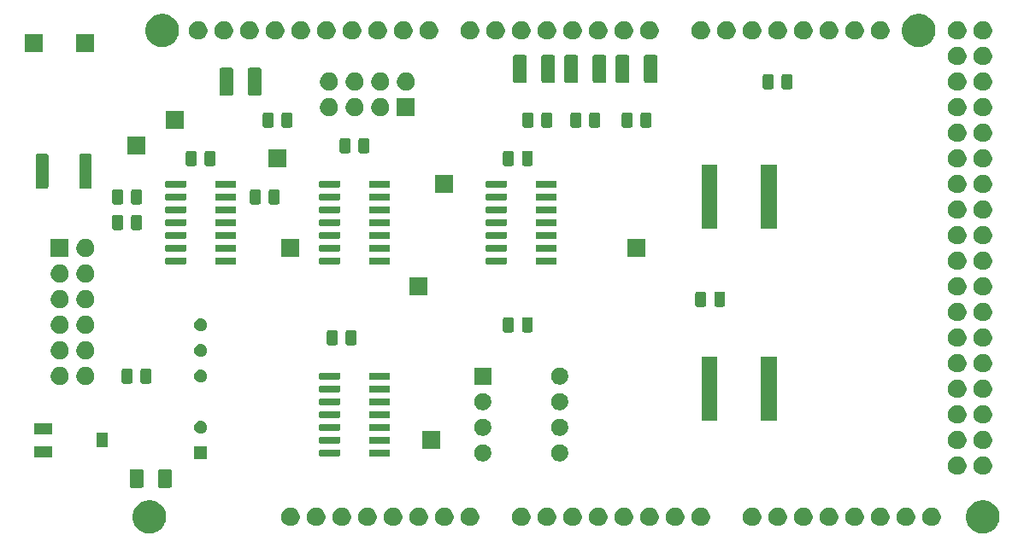
<source format=gbr>
G04 #@! TF.GenerationSoftware,KiCad,Pcbnew,(5.1.5-0-10_14)*
G04 #@! TF.CreationDate,2020-04-21T20:51:53-05:00*
G04 #@! TF.ProjectId,Electronic Target,456c6563-7472-46f6-9e69-632054617267,rev?*
G04 #@! TF.SameCoordinates,Original*
G04 #@! TF.FileFunction,Soldermask,Top*
G04 #@! TF.FilePolarity,Negative*
%FSLAX46Y46*%
G04 Gerber Fmt 4.6, Leading zero omitted, Abs format (unit mm)*
G04 Created by KiCad (PCBNEW (5.1.5-0-10_14)) date 2020-04-21 20:51:53*
%MOMM*%
%LPD*%
G04 APERTURE LIST*
%ADD10C,0.100000*%
G04 APERTURE END LIST*
D10*
G36*
X213735256Y-131741298D02*
G01*
X213841579Y-131762447D01*
X214142042Y-131886903D01*
X214412451Y-132067585D01*
X214642415Y-132297549D01*
X214823097Y-132567958D01*
X214823098Y-132567960D01*
X214947553Y-132868422D01*
X215011000Y-133187389D01*
X215011000Y-133512611D01*
X214947553Y-133831578D01*
X214852766Y-134060416D01*
X214823097Y-134132042D01*
X214642415Y-134402451D01*
X214412451Y-134632415D01*
X214142042Y-134813097D01*
X213841579Y-134937553D01*
X213735256Y-134958702D01*
X213522611Y-135001000D01*
X213197389Y-135001000D01*
X212984744Y-134958702D01*
X212878421Y-134937553D01*
X212577958Y-134813097D01*
X212307549Y-134632415D01*
X212077585Y-134402451D01*
X211896903Y-134132042D01*
X211867235Y-134060416D01*
X211772447Y-133831578D01*
X211709000Y-133512611D01*
X211709000Y-133187389D01*
X211772447Y-132868422D01*
X211896902Y-132567960D01*
X211896903Y-132567958D01*
X212077585Y-132297549D01*
X212307549Y-132067585D01*
X212577958Y-131886903D01*
X212878421Y-131762447D01*
X212984744Y-131741298D01*
X213197389Y-131699000D01*
X213522611Y-131699000D01*
X213735256Y-131741298D01*
G37*
G36*
X131185256Y-131741298D02*
G01*
X131291579Y-131762447D01*
X131592042Y-131886903D01*
X131862451Y-132067585D01*
X132092415Y-132297549D01*
X132273097Y-132567958D01*
X132273098Y-132567960D01*
X132397553Y-132868422D01*
X132461000Y-133187389D01*
X132461000Y-133512611D01*
X132397553Y-133831578D01*
X132302766Y-134060416D01*
X132273097Y-134132042D01*
X132092415Y-134402451D01*
X131862451Y-134632415D01*
X131592042Y-134813097D01*
X131291579Y-134937553D01*
X131185256Y-134958702D01*
X130972611Y-135001000D01*
X130647389Y-135001000D01*
X130434744Y-134958702D01*
X130328421Y-134937553D01*
X130027958Y-134813097D01*
X129757549Y-134632415D01*
X129527585Y-134402451D01*
X129346903Y-134132042D01*
X129317235Y-134060416D01*
X129222447Y-133831578D01*
X129159000Y-133512611D01*
X129159000Y-133187389D01*
X129222447Y-132868422D01*
X129346902Y-132567960D01*
X129346903Y-132567958D01*
X129527585Y-132297549D01*
X129757549Y-132067585D01*
X130027958Y-131886903D01*
X130328421Y-131762447D01*
X130434744Y-131741298D01*
X130647389Y-131699000D01*
X130972611Y-131699000D01*
X131185256Y-131741298D01*
G37*
G36*
X203466778Y-132470547D02*
G01*
X203633224Y-132539491D01*
X203783022Y-132639583D01*
X203910417Y-132766978D01*
X204010509Y-132916776D01*
X204079453Y-133083222D01*
X204114600Y-133259918D01*
X204114600Y-133440082D01*
X204079453Y-133616778D01*
X204010509Y-133783224D01*
X203910417Y-133933022D01*
X203783022Y-134060417D01*
X203633224Y-134160509D01*
X203466778Y-134229453D01*
X203290082Y-134264600D01*
X203109918Y-134264600D01*
X202933222Y-134229453D01*
X202766776Y-134160509D01*
X202616978Y-134060417D01*
X202489583Y-133933022D01*
X202389491Y-133783224D01*
X202320547Y-133616778D01*
X202285400Y-133440082D01*
X202285400Y-133259918D01*
X202320547Y-133083222D01*
X202389491Y-132916776D01*
X202489583Y-132766978D01*
X202616978Y-132639583D01*
X202766776Y-132539491D01*
X202933222Y-132470547D01*
X203109918Y-132435400D01*
X203290082Y-132435400D01*
X203466778Y-132470547D01*
G37*
G36*
X200926778Y-132470547D02*
G01*
X201093224Y-132539491D01*
X201243022Y-132639583D01*
X201370417Y-132766978D01*
X201470509Y-132916776D01*
X201539453Y-133083222D01*
X201574600Y-133259918D01*
X201574600Y-133440082D01*
X201539453Y-133616778D01*
X201470509Y-133783224D01*
X201370417Y-133933022D01*
X201243022Y-134060417D01*
X201093224Y-134160509D01*
X200926778Y-134229453D01*
X200750082Y-134264600D01*
X200569918Y-134264600D01*
X200393222Y-134229453D01*
X200226776Y-134160509D01*
X200076978Y-134060417D01*
X199949583Y-133933022D01*
X199849491Y-133783224D01*
X199780547Y-133616778D01*
X199745400Y-133440082D01*
X199745400Y-133259918D01*
X199780547Y-133083222D01*
X199849491Y-132916776D01*
X199949583Y-132766978D01*
X200076978Y-132639583D01*
X200226776Y-132539491D01*
X200393222Y-132470547D01*
X200569918Y-132435400D01*
X200750082Y-132435400D01*
X200926778Y-132470547D01*
G37*
G36*
X198386778Y-132470547D02*
G01*
X198553224Y-132539491D01*
X198703022Y-132639583D01*
X198830417Y-132766978D01*
X198930509Y-132916776D01*
X198999453Y-133083222D01*
X199034600Y-133259918D01*
X199034600Y-133440082D01*
X198999453Y-133616778D01*
X198930509Y-133783224D01*
X198830417Y-133933022D01*
X198703022Y-134060417D01*
X198553224Y-134160509D01*
X198386778Y-134229453D01*
X198210082Y-134264600D01*
X198029918Y-134264600D01*
X197853222Y-134229453D01*
X197686776Y-134160509D01*
X197536978Y-134060417D01*
X197409583Y-133933022D01*
X197309491Y-133783224D01*
X197240547Y-133616778D01*
X197205400Y-133440082D01*
X197205400Y-133259918D01*
X197240547Y-133083222D01*
X197309491Y-132916776D01*
X197409583Y-132766978D01*
X197536978Y-132639583D01*
X197686776Y-132539491D01*
X197853222Y-132470547D01*
X198029918Y-132435400D01*
X198210082Y-132435400D01*
X198386778Y-132470547D01*
G37*
G36*
X195846778Y-132470547D02*
G01*
X196013224Y-132539491D01*
X196163022Y-132639583D01*
X196290417Y-132766978D01*
X196390509Y-132916776D01*
X196459453Y-133083222D01*
X196494600Y-133259918D01*
X196494600Y-133440082D01*
X196459453Y-133616778D01*
X196390509Y-133783224D01*
X196290417Y-133933022D01*
X196163022Y-134060417D01*
X196013224Y-134160509D01*
X195846778Y-134229453D01*
X195670082Y-134264600D01*
X195489918Y-134264600D01*
X195313222Y-134229453D01*
X195146776Y-134160509D01*
X194996978Y-134060417D01*
X194869583Y-133933022D01*
X194769491Y-133783224D01*
X194700547Y-133616778D01*
X194665400Y-133440082D01*
X194665400Y-133259918D01*
X194700547Y-133083222D01*
X194769491Y-132916776D01*
X194869583Y-132766978D01*
X194996978Y-132639583D01*
X195146776Y-132539491D01*
X195313222Y-132470547D01*
X195489918Y-132435400D01*
X195670082Y-132435400D01*
X195846778Y-132470547D01*
G37*
G36*
X193306778Y-132470547D02*
G01*
X193473224Y-132539491D01*
X193623022Y-132639583D01*
X193750417Y-132766978D01*
X193850509Y-132916776D01*
X193919453Y-133083222D01*
X193954600Y-133259918D01*
X193954600Y-133440082D01*
X193919453Y-133616778D01*
X193850509Y-133783224D01*
X193750417Y-133933022D01*
X193623022Y-134060417D01*
X193473224Y-134160509D01*
X193306778Y-134229453D01*
X193130082Y-134264600D01*
X192949918Y-134264600D01*
X192773222Y-134229453D01*
X192606776Y-134160509D01*
X192456978Y-134060417D01*
X192329583Y-133933022D01*
X192229491Y-133783224D01*
X192160547Y-133616778D01*
X192125400Y-133440082D01*
X192125400Y-133259918D01*
X192160547Y-133083222D01*
X192229491Y-132916776D01*
X192329583Y-132766978D01*
X192456978Y-132639583D01*
X192606776Y-132539491D01*
X192773222Y-132470547D01*
X192949918Y-132435400D01*
X193130082Y-132435400D01*
X193306778Y-132470547D01*
G37*
G36*
X190766778Y-132470547D02*
G01*
X190933224Y-132539491D01*
X191083022Y-132639583D01*
X191210417Y-132766978D01*
X191310509Y-132916776D01*
X191379453Y-133083222D01*
X191414600Y-133259918D01*
X191414600Y-133440082D01*
X191379453Y-133616778D01*
X191310509Y-133783224D01*
X191210417Y-133933022D01*
X191083022Y-134060417D01*
X190933224Y-134160509D01*
X190766778Y-134229453D01*
X190590082Y-134264600D01*
X190409918Y-134264600D01*
X190233222Y-134229453D01*
X190066776Y-134160509D01*
X189916978Y-134060417D01*
X189789583Y-133933022D01*
X189689491Y-133783224D01*
X189620547Y-133616778D01*
X189585400Y-133440082D01*
X189585400Y-133259918D01*
X189620547Y-133083222D01*
X189689491Y-132916776D01*
X189789583Y-132766978D01*
X189916978Y-132639583D01*
X190066776Y-132539491D01*
X190233222Y-132470547D01*
X190409918Y-132435400D01*
X190590082Y-132435400D01*
X190766778Y-132470547D01*
G37*
G36*
X185686778Y-132470547D02*
G01*
X185853224Y-132539491D01*
X186003022Y-132639583D01*
X186130417Y-132766978D01*
X186230509Y-132916776D01*
X186299453Y-133083222D01*
X186334600Y-133259918D01*
X186334600Y-133440082D01*
X186299453Y-133616778D01*
X186230509Y-133783224D01*
X186130417Y-133933022D01*
X186003022Y-134060417D01*
X185853224Y-134160509D01*
X185686778Y-134229453D01*
X185510082Y-134264600D01*
X185329918Y-134264600D01*
X185153222Y-134229453D01*
X184986776Y-134160509D01*
X184836978Y-134060417D01*
X184709583Y-133933022D01*
X184609491Y-133783224D01*
X184540547Y-133616778D01*
X184505400Y-133440082D01*
X184505400Y-133259918D01*
X184540547Y-133083222D01*
X184609491Y-132916776D01*
X184709583Y-132766978D01*
X184836978Y-132639583D01*
X184986776Y-132539491D01*
X185153222Y-132470547D01*
X185329918Y-132435400D01*
X185510082Y-132435400D01*
X185686778Y-132470547D01*
G37*
G36*
X183146778Y-132470547D02*
G01*
X183313224Y-132539491D01*
X183463022Y-132639583D01*
X183590417Y-132766978D01*
X183690509Y-132916776D01*
X183759453Y-133083222D01*
X183794600Y-133259918D01*
X183794600Y-133440082D01*
X183759453Y-133616778D01*
X183690509Y-133783224D01*
X183590417Y-133933022D01*
X183463022Y-134060417D01*
X183313224Y-134160509D01*
X183146778Y-134229453D01*
X182970082Y-134264600D01*
X182789918Y-134264600D01*
X182613222Y-134229453D01*
X182446776Y-134160509D01*
X182296978Y-134060417D01*
X182169583Y-133933022D01*
X182069491Y-133783224D01*
X182000547Y-133616778D01*
X181965400Y-133440082D01*
X181965400Y-133259918D01*
X182000547Y-133083222D01*
X182069491Y-132916776D01*
X182169583Y-132766978D01*
X182296978Y-132639583D01*
X182446776Y-132539491D01*
X182613222Y-132470547D01*
X182789918Y-132435400D01*
X182970082Y-132435400D01*
X183146778Y-132470547D01*
G37*
G36*
X180606778Y-132470547D02*
G01*
X180773224Y-132539491D01*
X180923022Y-132639583D01*
X181050417Y-132766978D01*
X181150509Y-132916776D01*
X181219453Y-133083222D01*
X181254600Y-133259918D01*
X181254600Y-133440082D01*
X181219453Y-133616778D01*
X181150509Y-133783224D01*
X181050417Y-133933022D01*
X180923022Y-134060417D01*
X180773224Y-134160509D01*
X180606778Y-134229453D01*
X180430082Y-134264600D01*
X180249918Y-134264600D01*
X180073222Y-134229453D01*
X179906776Y-134160509D01*
X179756978Y-134060417D01*
X179629583Y-133933022D01*
X179529491Y-133783224D01*
X179460547Y-133616778D01*
X179425400Y-133440082D01*
X179425400Y-133259918D01*
X179460547Y-133083222D01*
X179529491Y-132916776D01*
X179629583Y-132766978D01*
X179756978Y-132639583D01*
X179906776Y-132539491D01*
X180073222Y-132470547D01*
X180249918Y-132435400D01*
X180430082Y-132435400D01*
X180606778Y-132470547D01*
G37*
G36*
X178066778Y-132470547D02*
G01*
X178233224Y-132539491D01*
X178383022Y-132639583D01*
X178510417Y-132766978D01*
X178610509Y-132916776D01*
X178679453Y-133083222D01*
X178714600Y-133259918D01*
X178714600Y-133440082D01*
X178679453Y-133616778D01*
X178610509Y-133783224D01*
X178510417Y-133933022D01*
X178383022Y-134060417D01*
X178233224Y-134160509D01*
X178066778Y-134229453D01*
X177890082Y-134264600D01*
X177709918Y-134264600D01*
X177533222Y-134229453D01*
X177366776Y-134160509D01*
X177216978Y-134060417D01*
X177089583Y-133933022D01*
X176989491Y-133783224D01*
X176920547Y-133616778D01*
X176885400Y-133440082D01*
X176885400Y-133259918D01*
X176920547Y-133083222D01*
X176989491Y-132916776D01*
X177089583Y-132766978D01*
X177216978Y-132639583D01*
X177366776Y-132539491D01*
X177533222Y-132470547D01*
X177709918Y-132435400D01*
X177890082Y-132435400D01*
X178066778Y-132470547D01*
G37*
G36*
X175526778Y-132470547D02*
G01*
X175693224Y-132539491D01*
X175843022Y-132639583D01*
X175970417Y-132766978D01*
X176070509Y-132916776D01*
X176139453Y-133083222D01*
X176174600Y-133259918D01*
X176174600Y-133440082D01*
X176139453Y-133616778D01*
X176070509Y-133783224D01*
X175970417Y-133933022D01*
X175843022Y-134060417D01*
X175693224Y-134160509D01*
X175526778Y-134229453D01*
X175350082Y-134264600D01*
X175169918Y-134264600D01*
X174993222Y-134229453D01*
X174826776Y-134160509D01*
X174676978Y-134060417D01*
X174549583Y-133933022D01*
X174449491Y-133783224D01*
X174380547Y-133616778D01*
X174345400Y-133440082D01*
X174345400Y-133259918D01*
X174380547Y-133083222D01*
X174449491Y-132916776D01*
X174549583Y-132766978D01*
X174676978Y-132639583D01*
X174826776Y-132539491D01*
X174993222Y-132470547D01*
X175169918Y-132435400D01*
X175350082Y-132435400D01*
X175526778Y-132470547D01*
G37*
G36*
X172986778Y-132470547D02*
G01*
X173153224Y-132539491D01*
X173303022Y-132639583D01*
X173430417Y-132766978D01*
X173530509Y-132916776D01*
X173599453Y-133083222D01*
X173634600Y-133259918D01*
X173634600Y-133440082D01*
X173599453Y-133616778D01*
X173530509Y-133783224D01*
X173430417Y-133933022D01*
X173303022Y-134060417D01*
X173153224Y-134160509D01*
X172986778Y-134229453D01*
X172810082Y-134264600D01*
X172629918Y-134264600D01*
X172453222Y-134229453D01*
X172286776Y-134160509D01*
X172136978Y-134060417D01*
X172009583Y-133933022D01*
X171909491Y-133783224D01*
X171840547Y-133616778D01*
X171805400Y-133440082D01*
X171805400Y-133259918D01*
X171840547Y-133083222D01*
X171909491Y-132916776D01*
X172009583Y-132766978D01*
X172136978Y-132639583D01*
X172286776Y-132539491D01*
X172453222Y-132470547D01*
X172629918Y-132435400D01*
X172810082Y-132435400D01*
X172986778Y-132470547D01*
G37*
G36*
X170446778Y-132470547D02*
G01*
X170613224Y-132539491D01*
X170763022Y-132639583D01*
X170890417Y-132766978D01*
X170990509Y-132916776D01*
X171059453Y-133083222D01*
X171094600Y-133259918D01*
X171094600Y-133440082D01*
X171059453Y-133616778D01*
X170990509Y-133783224D01*
X170890417Y-133933022D01*
X170763022Y-134060417D01*
X170613224Y-134160509D01*
X170446778Y-134229453D01*
X170270082Y-134264600D01*
X170089918Y-134264600D01*
X169913222Y-134229453D01*
X169746776Y-134160509D01*
X169596978Y-134060417D01*
X169469583Y-133933022D01*
X169369491Y-133783224D01*
X169300547Y-133616778D01*
X169265400Y-133440082D01*
X169265400Y-133259918D01*
X169300547Y-133083222D01*
X169369491Y-132916776D01*
X169469583Y-132766978D01*
X169596978Y-132639583D01*
X169746776Y-132539491D01*
X169913222Y-132470547D01*
X170089918Y-132435400D01*
X170270082Y-132435400D01*
X170446778Y-132470547D01*
G37*
G36*
X167906778Y-132470547D02*
G01*
X168073224Y-132539491D01*
X168223022Y-132639583D01*
X168350417Y-132766978D01*
X168450509Y-132916776D01*
X168519453Y-133083222D01*
X168554600Y-133259918D01*
X168554600Y-133440082D01*
X168519453Y-133616778D01*
X168450509Y-133783224D01*
X168350417Y-133933022D01*
X168223022Y-134060417D01*
X168073224Y-134160509D01*
X167906778Y-134229453D01*
X167730082Y-134264600D01*
X167549918Y-134264600D01*
X167373222Y-134229453D01*
X167206776Y-134160509D01*
X167056978Y-134060417D01*
X166929583Y-133933022D01*
X166829491Y-133783224D01*
X166760547Y-133616778D01*
X166725400Y-133440082D01*
X166725400Y-133259918D01*
X166760547Y-133083222D01*
X166829491Y-132916776D01*
X166929583Y-132766978D01*
X167056978Y-132639583D01*
X167206776Y-132539491D01*
X167373222Y-132470547D01*
X167549918Y-132435400D01*
X167730082Y-132435400D01*
X167906778Y-132470547D01*
G37*
G36*
X162826778Y-132470547D02*
G01*
X162993224Y-132539491D01*
X163143022Y-132639583D01*
X163270417Y-132766978D01*
X163370509Y-132916776D01*
X163439453Y-133083222D01*
X163474600Y-133259918D01*
X163474600Y-133440082D01*
X163439453Y-133616778D01*
X163370509Y-133783224D01*
X163270417Y-133933022D01*
X163143022Y-134060417D01*
X162993224Y-134160509D01*
X162826778Y-134229453D01*
X162650082Y-134264600D01*
X162469918Y-134264600D01*
X162293222Y-134229453D01*
X162126776Y-134160509D01*
X161976978Y-134060417D01*
X161849583Y-133933022D01*
X161749491Y-133783224D01*
X161680547Y-133616778D01*
X161645400Y-133440082D01*
X161645400Y-133259918D01*
X161680547Y-133083222D01*
X161749491Y-132916776D01*
X161849583Y-132766978D01*
X161976978Y-132639583D01*
X162126776Y-132539491D01*
X162293222Y-132470547D01*
X162469918Y-132435400D01*
X162650082Y-132435400D01*
X162826778Y-132470547D01*
G37*
G36*
X160286778Y-132470547D02*
G01*
X160453224Y-132539491D01*
X160603022Y-132639583D01*
X160730417Y-132766978D01*
X160830509Y-132916776D01*
X160899453Y-133083222D01*
X160934600Y-133259918D01*
X160934600Y-133440082D01*
X160899453Y-133616778D01*
X160830509Y-133783224D01*
X160730417Y-133933022D01*
X160603022Y-134060417D01*
X160453224Y-134160509D01*
X160286778Y-134229453D01*
X160110082Y-134264600D01*
X159929918Y-134264600D01*
X159753222Y-134229453D01*
X159586776Y-134160509D01*
X159436978Y-134060417D01*
X159309583Y-133933022D01*
X159209491Y-133783224D01*
X159140547Y-133616778D01*
X159105400Y-133440082D01*
X159105400Y-133259918D01*
X159140547Y-133083222D01*
X159209491Y-132916776D01*
X159309583Y-132766978D01*
X159436978Y-132639583D01*
X159586776Y-132539491D01*
X159753222Y-132470547D01*
X159929918Y-132435400D01*
X160110082Y-132435400D01*
X160286778Y-132470547D01*
G37*
G36*
X157746778Y-132470547D02*
G01*
X157913224Y-132539491D01*
X158063022Y-132639583D01*
X158190417Y-132766978D01*
X158290509Y-132916776D01*
X158359453Y-133083222D01*
X158394600Y-133259918D01*
X158394600Y-133440082D01*
X158359453Y-133616778D01*
X158290509Y-133783224D01*
X158190417Y-133933022D01*
X158063022Y-134060417D01*
X157913224Y-134160509D01*
X157746778Y-134229453D01*
X157570082Y-134264600D01*
X157389918Y-134264600D01*
X157213222Y-134229453D01*
X157046776Y-134160509D01*
X156896978Y-134060417D01*
X156769583Y-133933022D01*
X156669491Y-133783224D01*
X156600547Y-133616778D01*
X156565400Y-133440082D01*
X156565400Y-133259918D01*
X156600547Y-133083222D01*
X156669491Y-132916776D01*
X156769583Y-132766978D01*
X156896978Y-132639583D01*
X157046776Y-132539491D01*
X157213222Y-132470547D01*
X157389918Y-132435400D01*
X157570082Y-132435400D01*
X157746778Y-132470547D01*
G37*
G36*
X155206778Y-132470547D02*
G01*
X155373224Y-132539491D01*
X155523022Y-132639583D01*
X155650417Y-132766978D01*
X155750509Y-132916776D01*
X155819453Y-133083222D01*
X155854600Y-133259918D01*
X155854600Y-133440082D01*
X155819453Y-133616778D01*
X155750509Y-133783224D01*
X155650417Y-133933022D01*
X155523022Y-134060417D01*
X155373224Y-134160509D01*
X155206778Y-134229453D01*
X155030082Y-134264600D01*
X154849918Y-134264600D01*
X154673222Y-134229453D01*
X154506776Y-134160509D01*
X154356978Y-134060417D01*
X154229583Y-133933022D01*
X154129491Y-133783224D01*
X154060547Y-133616778D01*
X154025400Y-133440082D01*
X154025400Y-133259918D01*
X154060547Y-133083222D01*
X154129491Y-132916776D01*
X154229583Y-132766978D01*
X154356978Y-132639583D01*
X154506776Y-132539491D01*
X154673222Y-132470547D01*
X154849918Y-132435400D01*
X155030082Y-132435400D01*
X155206778Y-132470547D01*
G37*
G36*
X152666778Y-132470547D02*
G01*
X152833224Y-132539491D01*
X152983022Y-132639583D01*
X153110417Y-132766978D01*
X153210509Y-132916776D01*
X153279453Y-133083222D01*
X153314600Y-133259918D01*
X153314600Y-133440082D01*
X153279453Y-133616778D01*
X153210509Y-133783224D01*
X153110417Y-133933022D01*
X152983022Y-134060417D01*
X152833224Y-134160509D01*
X152666778Y-134229453D01*
X152490082Y-134264600D01*
X152309918Y-134264600D01*
X152133222Y-134229453D01*
X151966776Y-134160509D01*
X151816978Y-134060417D01*
X151689583Y-133933022D01*
X151589491Y-133783224D01*
X151520547Y-133616778D01*
X151485400Y-133440082D01*
X151485400Y-133259918D01*
X151520547Y-133083222D01*
X151589491Y-132916776D01*
X151689583Y-132766978D01*
X151816978Y-132639583D01*
X151966776Y-132539491D01*
X152133222Y-132470547D01*
X152309918Y-132435400D01*
X152490082Y-132435400D01*
X152666778Y-132470547D01*
G37*
G36*
X150126778Y-132470547D02*
G01*
X150293224Y-132539491D01*
X150443022Y-132639583D01*
X150570417Y-132766978D01*
X150670509Y-132916776D01*
X150739453Y-133083222D01*
X150774600Y-133259918D01*
X150774600Y-133440082D01*
X150739453Y-133616778D01*
X150670509Y-133783224D01*
X150570417Y-133933022D01*
X150443022Y-134060417D01*
X150293224Y-134160509D01*
X150126778Y-134229453D01*
X149950082Y-134264600D01*
X149769918Y-134264600D01*
X149593222Y-134229453D01*
X149426776Y-134160509D01*
X149276978Y-134060417D01*
X149149583Y-133933022D01*
X149049491Y-133783224D01*
X148980547Y-133616778D01*
X148945400Y-133440082D01*
X148945400Y-133259918D01*
X148980547Y-133083222D01*
X149049491Y-132916776D01*
X149149583Y-132766978D01*
X149276978Y-132639583D01*
X149426776Y-132539491D01*
X149593222Y-132470547D01*
X149769918Y-132435400D01*
X149950082Y-132435400D01*
X150126778Y-132470547D01*
G37*
G36*
X147586778Y-132470547D02*
G01*
X147753224Y-132539491D01*
X147903022Y-132639583D01*
X148030417Y-132766978D01*
X148130509Y-132916776D01*
X148199453Y-133083222D01*
X148234600Y-133259918D01*
X148234600Y-133440082D01*
X148199453Y-133616778D01*
X148130509Y-133783224D01*
X148030417Y-133933022D01*
X147903022Y-134060417D01*
X147753224Y-134160509D01*
X147586778Y-134229453D01*
X147410082Y-134264600D01*
X147229918Y-134264600D01*
X147053222Y-134229453D01*
X146886776Y-134160509D01*
X146736978Y-134060417D01*
X146609583Y-133933022D01*
X146509491Y-133783224D01*
X146440547Y-133616778D01*
X146405400Y-133440082D01*
X146405400Y-133259918D01*
X146440547Y-133083222D01*
X146509491Y-132916776D01*
X146609583Y-132766978D01*
X146736978Y-132639583D01*
X146886776Y-132539491D01*
X147053222Y-132470547D01*
X147229918Y-132435400D01*
X147410082Y-132435400D01*
X147586778Y-132470547D01*
G37*
G36*
X145046778Y-132470547D02*
G01*
X145213224Y-132539491D01*
X145363022Y-132639583D01*
X145490417Y-132766978D01*
X145590509Y-132916776D01*
X145659453Y-133083222D01*
X145694600Y-133259918D01*
X145694600Y-133440082D01*
X145659453Y-133616778D01*
X145590509Y-133783224D01*
X145490417Y-133933022D01*
X145363022Y-134060417D01*
X145213224Y-134160509D01*
X145046778Y-134229453D01*
X144870082Y-134264600D01*
X144689918Y-134264600D01*
X144513222Y-134229453D01*
X144346776Y-134160509D01*
X144196978Y-134060417D01*
X144069583Y-133933022D01*
X143969491Y-133783224D01*
X143900547Y-133616778D01*
X143865400Y-133440082D01*
X143865400Y-133259918D01*
X143900547Y-133083222D01*
X143969491Y-132916776D01*
X144069583Y-132766978D01*
X144196978Y-132639583D01*
X144346776Y-132539491D01*
X144513222Y-132470547D01*
X144689918Y-132435400D01*
X144870082Y-132435400D01*
X145046778Y-132470547D01*
G37*
G36*
X206006778Y-132470547D02*
G01*
X206173224Y-132539491D01*
X206323022Y-132639583D01*
X206450417Y-132766978D01*
X206550509Y-132916776D01*
X206619453Y-133083222D01*
X206654600Y-133259918D01*
X206654600Y-133440082D01*
X206619453Y-133616778D01*
X206550509Y-133783224D01*
X206450417Y-133933022D01*
X206323022Y-134060417D01*
X206173224Y-134160509D01*
X206006778Y-134229453D01*
X205830082Y-134264600D01*
X205649918Y-134264600D01*
X205473222Y-134229453D01*
X205306776Y-134160509D01*
X205156978Y-134060417D01*
X205029583Y-133933022D01*
X204929491Y-133783224D01*
X204860547Y-133616778D01*
X204825400Y-133440082D01*
X204825400Y-133259918D01*
X204860547Y-133083222D01*
X204929491Y-132916776D01*
X205029583Y-132766978D01*
X205156978Y-132639583D01*
X205306776Y-132539491D01*
X205473222Y-132470547D01*
X205649918Y-132435400D01*
X205830082Y-132435400D01*
X206006778Y-132470547D01*
G37*
G36*
X208546778Y-132470547D02*
G01*
X208713224Y-132539491D01*
X208863022Y-132639583D01*
X208990417Y-132766978D01*
X209090509Y-132916776D01*
X209159453Y-133083222D01*
X209194600Y-133259918D01*
X209194600Y-133440082D01*
X209159453Y-133616778D01*
X209090509Y-133783224D01*
X208990417Y-133933022D01*
X208863022Y-134060417D01*
X208713224Y-134160509D01*
X208546778Y-134229453D01*
X208370082Y-134264600D01*
X208189918Y-134264600D01*
X208013222Y-134229453D01*
X207846776Y-134160509D01*
X207696978Y-134060417D01*
X207569583Y-133933022D01*
X207469491Y-133783224D01*
X207400547Y-133616778D01*
X207365400Y-133440082D01*
X207365400Y-133259918D01*
X207400547Y-133083222D01*
X207469491Y-132916776D01*
X207569583Y-132766978D01*
X207696978Y-132639583D01*
X207846776Y-132539491D01*
X208013222Y-132470547D01*
X208189918Y-132435400D01*
X208370082Y-132435400D01*
X208546778Y-132470547D01*
G37*
G36*
X130058604Y-128618347D02*
G01*
X130095144Y-128629432D01*
X130128821Y-128647433D01*
X130158341Y-128671659D01*
X130182567Y-128701179D01*
X130200568Y-128734856D01*
X130211653Y-128771396D01*
X130216000Y-128815538D01*
X130216000Y-130264462D01*
X130211653Y-130308604D01*
X130200568Y-130345144D01*
X130182567Y-130378821D01*
X130158341Y-130408341D01*
X130128821Y-130432567D01*
X130095144Y-130450568D01*
X130058604Y-130461653D01*
X130014462Y-130466000D01*
X129065538Y-130466000D01*
X129021396Y-130461653D01*
X128984856Y-130450568D01*
X128951179Y-130432567D01*
X128921659Y-130408341D01*
X128897433Y-130378821D01*
X128879432Y-130345144D01*
X128868347Y-130308604D01*
X128864000Y-130264462D01*
X128864000Y-128815538D01*
X128868347Y-128771396D01*
X128879432Y-128734856D01*
X128897433Y-128701179D01*
X128921659Y-128671659D01*
X128951179Y-128647433D01*
X128984856Y-128629432D01*
X129021396Y-128618347D01*
X129065538Y-128614000D01*
X130014462Y-128614000D01*
X130058604Y-128618347D01*
G37*
G36*
X132858604Y-128618347D02*
G01*
X132895144Y-128629432D01*
X132928821Y-128647433D01*
X132958341Y-128671659D01*
X132982567Y-128701179D01*
X133000568Y-128734856D01*
X133011653Y-128771396D01*
X133016000Y-128815538D01*
X133016000Y-130264462D01*
X133011653Y-130308604D01*
X133000568Y-130345144D01*
X132982567Y-130378821D01*
X132958341Y-130408341D01*
X132928821Y-130432567D01*
X132895144Y-130450568D01*
X132858604Y-130461653D01*
X132814462Y-130466000D01*
X131865538Y-130466000D01*
X131821396Y-130461653D01*
X131784856Y-130450568D01*
X131751179Y-130432567D01*
X131721659Y-130408341D01*
X131697433Y-130378821D01*
X131679432Y-130345144D01*
X131668347Y-130308604D01*
X131664000Y-130264462D01*
X131664000Y-128815538D01*
X131668347Y-128771396D01*
X131679432Y-128734856D01*
X131697433Y-128701179D01*
X131721659Y-128671659D01*
X131751179Y-128647433D01*
X131784856Y-128629432D01*
X131821396Y-128618347D01*
X131865538Y-128614000D01*
X132814462Y-128614000D01*
X132858604Y-128618347D01*
G37*
G36*
X211086778Y-127390547D02*
G01*
X211253224Y-127459491D01*
X211403022Y-127559583D01*
X211530417Y-127686978D01*
X211630509Y-127836776D01*
X211699453Y-128003222D01*
X211734600Y-128179918D01*
X211734600Y-128360082D01*
X211699453Y-128536778D01*
X211630509Y-128703224D01*
X211530417Y-128853022D01*
X211403022Y-128980417D01*
X211253224Y-129080509D01*
X211086778Y-129149453D01*
X210910082Y-129184600D01*
X210729918Y-129184600D01*
X210553222Y-129149453D01*
X210386776Y-129080509D01*
X210236978Y-128980417D01*
X210109583Y-128853022D01*
X210009491Y-128703224D01*
X209940547Y-128536778D01*
X209905400Y-128360082D01*
X209905400Y-128179918D01*
X209940547Y-128003222D01*
X210009491Y-127836776D01*
X210109583Y-127686978D01*
X210236978Y-127559583D01*
X210386776Y-127459491D01*
X210553222Y-127390547D01*
X210729918Y-127355400D01*
X210910082Y-127355400D01*
X211086778Y-127390547D01*
G37*
G36*
X213626778Y-127390547D02*
G01*
X213793224Y-127459491D01*
X213943022Y-127559583D01*
X214070417Y-127686978D01*
X214170509Y-127836776D01*
X214239453Y-128003222D01*
X214274600Y-128179918D01*
X214274600Y-128360082D01*
X214239453Y-128536778D01*
X214170509Y-128703224D01*
X214070417Y-128853022D01*
X213943022Y-128980417D01*
X213793224Y-129080509D01*
X213626778Y-129149453D01*
X213450082Y-129184600D01*
X213269918Y-129184600D01*
X213093222Y-129149453D01*
X212926776Y-129080509D01*
X212776978Y-128980417D01*
X212649583Y-128853022D01*
X212549491Y-128703224D01*
X212480547Y-128536778D01*
X212445400Y-128360082D01*
X212445400Y-128179918D01*
X212480547Y-128003222D01*
X212549491Y-127836776D01*
X212649583Y-127686978D01*
X212776978Y-127559583D01*
X212926776Y-127459491D01*
X213093222Y-127390547D01*
X213269918Y-127355400D01*
X213450082Y-127355400D01*
X213626778Y-127390547D01*
G37*
G36*
X164078228Y-126181703D02*
G01*
X164233100Y-126245853D01*
X164372481Y-126338985D01*
X164491015Y-126457519D01*
X164584147Y-126596900D01*
X164648297Y-126751772D01*
X164681000Y-126916184D01*
X164681000Y-127083816D01*
X164648297Y-127248228D01*
X164584147Y-127403100D01*
X164491015Y-127542481D01*
X164372481Y-127661015D01*
X164233100Y-127754147D01*
X164078228Y-127818297D01*
X163913816Y-127851000D01*
X163746184Y-127851000D01*
X163581772Y-127818297D01*
X163426900Y-127754147D01*
X163287519Y-127661015D01*
X163168985Y-127542481D01*
X163075853Y-127403100D01*
X163011703Y-127248228D01*
X162979000Y-127083816D01*
X162979000Y-126916184D01*
X163011703Y-126751772D01*
X163075853Y-126596900D01*
X163168985Y-126457519D01*
X163287519Y-126338985D01*
X163426900Y-126245853D01*
X163581772Y-126181703D01*
X163746184Y-126149000D01*
X163913816Y-126149000D01*
X164078228Y-126181703D01*
G37*
G36*
X171698228Y-126181703D02*
G01*
X171853100Y-126245853D01*
X171992481Y-126338985D01*
X172111015Y-126457519D01*
X172204147Y-126596900D01*
X172268297Y-126751772D01*
X172301000Y-126916184D01*
X172301000Y-127083816D01*
X172268297Y-127248228D01*
X172204147Y-127403100D01*
X172111015Y-127542481D01*
X171992481Y-127661015D01*
X171853100Y-127754147D01*
X171698228Y-127818297D01*
X171533816Y-127851000D01*
X171366184Y-127851000D01*
X171201772Y-127818297D01*
X171046900Y-127754147D01*
X170907519Y-127661015D01*
X170788985Y-127542481D01*
X170695853Y-127403100D01*
X170631703Y-127248228D01*
X170599000Y-127083816D01*
X170599000Y-126916184D01*
X170631703Y-126751772D01*
X170695853Y-126596900D01*
X170788985Y-126457519D01*
X170907519Y-126338985D01*
X171046900Y-126245853D01*
X171201772Y-126181703D01*
X171366184Y-126149000D01*
X171533816Y-126149000D01*
X171698228Y-126181703D01*
G37*
G36*
X136531000Y-127641000D02*
G01*
X135249000Y-127641000D01*
X135249000Y-126359000D01*
X136531000Y-126359000D01*
X136531000Y-127641000D01*
G37*
G36*
X121183600Y-127426300D02*
G01*
X119379800Y-127426300D01*
X119379800Y-126333700D01*
X121183600Y-126333700D01*
X121183600Y-127426300D01*
G37*
G36*
X149589928Y-126651764D02*
G01*
X149611009Y-126658160D01*
X149630445Y-126668548D01*
X149647476Y-126682524D01*
X149661452Y-126699555D01*
X149671840Y-126718991D01*
X149678236Y-126740072D01*
X149681000Y-126768140D01*
X149681000Y-127231860D01*
X149678236Y-127259928D01*
X149671840Y-127281009D01*
X149661452Y-127300445D01*
X149647476Y-127317476D01*
X149630445Y-127331452D01*
X149611009Y-127341840D01*
X149589928Y-127348236D01*
X149561860Y-127351000D01*
X147748140Y-127351000D01*
X147720072Y-127348236D01*
X147698991Y-127341840D01*
X147679555Y-127331452D01*
X147662524Y-127317476D01*
X147648548Y-127300445D01*
X147638160Y-127281009D01*
X147631764Y-127259928D01*
X147629000Y-127231860D01*
X147629000Y-126768140D01*
X147631764Y-126740072D01*
X147638160Y-126718991D01*
X147648548Y-126699555D01*
X147662524Y-126682524D01*
X147679555Y-126668548D01*
X147698991Y-126658160D01*
X147720072Y-126651764D01*
X147748140Y-126649000D01*
X149561860Y-126649000D01*
X149589928Y-126651764D01*
G37*
G36*
X154539928Y-126651764D02*
G01*
X154561009Y-126658160D01*
X154580445Y-126668548D01*
X154597476Y-126682524D01*
X154611452Y-126699555D01*
X154621840Y-126718991D01*
X154628236Y-126740072D01*
X154631000Y-126768140D01*
X154631000Y-127231860D01*
X154628236Y-127259928D01*
X154621840Y-127281009D01*
X154611452Y-127300445D01*
X154597476Y-127317476D01*
X154580445Y-127331452D01*
X154561009Y-127341840D01*
X154539928Y-127348236D01*
X154511860Y-127351000D01*
X152698140Y-127351000D01*
X152670072Y-127348236D01*
X152648991Y-127341840D01*
X152629555Y-127331452D01*
X152612524Y-127317476D01*
X152598548Y-127300445D01*
X152588160Y-127281009D01*
X152581764Y-127259928D01*
X152579000Y-127231860D01*
X152579000Y-126768140D01*
X152581764Y-126740072D01*
X152588160Y-126718991D01*
X152598548Y-126699555D01*
X152612524Y-126682524D01*
X152629555Y-126668548D01*
X152648991Y-126658160D01*
X152670072Y-126651764D01*
X152698140Y-126649000D01*
X154511860Y-126649000D01*
X154539928Y-126651764D01*
G37*
G36*
X213626778Y-124850547D02*
G01*
X213793224Y-124919491D01*
X213943022Y-125019583D01*
X214070417Y-125146978D01*
X214170509Y-125296776D01*
X214239453Y-125463222D01*
X214274600Y-125639918D01*
X214274600Y-125820082D01*
X214239453Y-125996778D01*
X214170509Y-126163224D01*
X214070417Y-126313022D01*
X213943022Y-126440417D01*
X213793224Y-126540509D01*
X213626778Y-126609453D01*
X213450082Y-126644600D01*
X213269918Y-126644600D01*
X213093222Y-126609453D01*
X212926776Y-126540509D01*
X212776978Y-126440417D01*
X212649583Y-126313022D01*
X212549491Y-126163224D01*
X212480547Y-125996778D01*
X212445400Y-125820082D01*
X212445400Y-125639918D01*
X212480547Y-125463222D01*
X212549491Y-125296776D01*
X212649583Y-125146978D01*
X212776978Y-125019583D01*
X212926776Y-124919491D01*
X213093222Y-124850547D01*
X213269918Y-124815400D01*
X213450082Y-124815400D01*
X213626778Y-124850547D01*
G37*
G36*
X211086778Y-124850547D02*
G01*
X211253224Y-124919491D01*
X211403022Y-125019583D01*
X211530417Y-125146978D01*
X211630509Y-125296776D01*
X211699453Y-125463222D01*
X211734600Y-125639918D01*
X211734600Y-125820082D01*
X211699453Y-125996778D01*
X211630509Y-126163224D01*
X211530417Y-126313022D01*
X211403022Y-126440417D01*
X211253224Y-126540509D01*
X211086778Y-126609453D01*
X210910082Y-126644600D01*
X210729918Y-126644600D01*
X210553222Y-126609453D01*
X210386776Y-126540509D01*
X210236978Y-126440417D01*
X210109583Y-126313022D01*
X210009491Y-126163224D01*
X209940547Y-125996778D01*
X209905400Y-125820082D01*
X209905400Y-125639918D01*
X209940547Y-125463222D01*
X210009491Y-125296776D01*
X210109583Y-125146978D01*
X210236978Y-125019583D01*
X210386776Y-124919491D01*
X210553222Y-124850547D01*
X210729918Y-124815400D01*
X210910082Y-124815400D01*
X211086778Y-124850547D01*
G37*
G36*
X159651000Y-126631000D02*
G01*
X157849000Y-126631000D01*
X157849000Y-124829000D01*
X159651000Y-124829000D01*
X159651000Y-126631000D01*
G37*
G36*
X126644600Y-126454100D02*
G01*
X125552000Y-126454100D01*
X125552000Y-125005900D01*
X126644600Y-125005900D01*
X126644600Y-126454100D01*
G37*
G36*
X149589928Y-125381764D02*
G01*
X149611009Y-125388160D01*
X149630445Y-125398548D01*
X149647476Y-125412524D01*
X149661452Y-125429555D01*
X149671840Y-125448991D01*
X149678236Y-125470072D01*
X149681000Y-125498140D01*
X149681000Y-125961860D01*
X149678236Y-125989928D01*
X149671840Y-126011009D01*
X149661452Y-126030445D01*
X149647476Y-126047476D01*
X149630445Y-126061452D01*
X149611009Y-126071840D01*
X149589928Y-126078236D01*
X149561860Y-126081000D01*
X147748140Y-126081000D01*
X147720072Y-126078236D01*
X147698991Y-126071840D01*
X147679555Y-126061452D01*
X147662524Y-126047476D01*
X147648548Y-126030445D01*
X147638160Y-126011009D01*
X147631764Y-125989928D01*
X147629000Y-125961860D01*
X147629000Y-125498140D01*
X147631764Y-125470072D01*
X147638160Y-125448991D01*
X147648548Y-125429555D01*
X147662524Y-125412524D01*
X147679555Y-125398548D01*
X147698991Y-125388160D01*
X147720072Y-125381764D01*
X147748140Y-125379000D01*
X149561860Y-125379000D01*
X149589928Y-125381764D01*
G37*
G36*
X154539928Y-125381764D02*
G01*
X154561009Y-125388160D01*
X154580445Y-125398548D01*
X154597476Y-125412524D01*
X154611452Y-125429555D01*
X154621840Y-125448991D01*
X154628236Y-125470072D01*
X154631000Y-125498140D01*
X154631000Y-125961860D01*
X154628236Y-125989928D01*
X154621840Y-126011009D01*
X154611452Y-126030445D01*
X154597476Y-126047476D01*
X154580445Y-126061452D01*
X154561009Y-126071840D01*
X154539928Y-126078236D01*
X154511860Y-126081000D01*
X152698140Y-126081000D01*
X152670072Y-126078236D01*
X152648991Y-126071840D01*
X152629555Y-126061452D01*
X152612524Y-126047476D01*
X152598548Y-126030445D01*
X152588160Y-126011009D01*
X152581764Y-125989928D01*
X152579000Y-125961860D01*
X152579000Y-125498140D01*
X152581764Y-125470072D01*
X152588160Y-125448991D01*
X152598548Y-125429555D01*
X152612524Y-125412524D01*
X152629555Y-125398548D01*
X152648991Y-125388160D01*
X152670072Y-125381764D01*
X152698140Y-125379000D01*
X154511860Y-125379000D01*
X154539928Y-125381764D01*
G37*
G36*
X164078228Y-123641703D02*
G01*
X164233100Y-123705853D01*
X164372481Y-123798985D01*
X164491015Y-123917519D01*
X164584147Y-124056900D01*
X164648297Y-124211772D01*
X164681000Y-124376184D01*
X164681000Y-124543816D01*
X164648297Y-124708228D01*
X164584147Y-124863100D01*
X164491015Y-125002481D01*
X164372481Y-125121015D01*
X164233100Y-125214147D01*
X164078228Y-125278297D01*
X163913816Y-125311000D01*
X163746184Y-125311000D01*
X163581772Y-125278297D01*
X163426900Y-125214147D01*
X163287519Y-125121015D01*
X163168985Y-125002481D01*
X163075853Y-124863100D01*
X163011703Y-124708228D01*
X162979000Y-124543816D01*
X162979000Y-124376184D01*
X163011703Y-124211772D01*
X163075853Y-124056900D01*
X163168985Y-123917519D01*
X163287519Y-123798985D01*
X163426900Y-123705853D01*
X163581772Y-123641703D01*
X163746184Y-123609000D01*
X163913816Y-123609000D01*
X164078228Y-123641703D01*
G37*
G36*
X171698228Y-123641703D02*
G01*
X171853100Y-123705853D01*
X171992481Y-123798985D01*
X172111015Y-123917519D01*
X172204147Y-124056900D01*
X172268297Y-124211772D01*
X172301000Y-124376184D01*
X172301000Y-124543816D01*
X172268297Y-124708228D01*
X172204147Y-124863100D01*
X172111015Y-125002481D01*
X171992481Y-125121015D01*
X171853100Y-125214147D01*
X171698228Y-125278297D01*
X171533816Y-125311000D01*
X171366184Y-125311000D01*
X171201772Y-125278297D01*
X171046900Y-125214147D01*
X170907519Y-125121015D01*
X170788985Y-125002481D01*
X170695853Y-124863100D01*
X170631703Y-124708228D01*
X170599000Y-124543816D01*
X170599000Y-124376184D01*
X170631703Y-124211772D01*
X170695853Y-124056900D01*
X170788985Y-123917519D01*
X170907519Y-123798985D01*
X171046900Y-123705853D01*
X171201772Y-123641703D01*
X171366184Y-123609000D01*
X171533816Y-123609000D01*
X171698228Y-123641703D01*
G37*
G36*
X121183600Y-125126300D02*
G01*
X119379800Y-125126300D01*
X119379800Y-124033700D01*
X121183600Y-124033700D01*
X121183600Y-125126300D01*
G37*
G36*
X135984093Y-123825158D02*
G01*
X136076973Y-123843633D01*
X136193628Y-123891953D01*
X136298614Y-123962102D01*
X136387898Y-124051386D01*
X136458047Y-124156372D01*
X136506367Y-124273027D01*
X136531000Y-124396867D01*
X136531000Y-124523133D01*
X136506367Y-124646973D01*
X136458047Y-124763628D01*
X136387898Y-124868614D01*
X136298614Y-124957898D01*
X136193628Y-125028047D01*
X136076973Y-125076367D01*
X135984093Y-125094842D01*
X135953134Y-125101000D01*
X135826866Y-125101000D01*
X135795907Y-125094842D01*
X135703027Y-125076367D01*
X135586372Y-125028047D01*
X135481386Y-124957898D01*
X135392102Y-124868614D01*
X135321953Y-124763628D01*
X135273633Y-124646973D01*
X135249000Y-124523133D01*
X135249000Y-124396867D01*
X135273633Y-124273027D01*
X135321953Y-124156372D01*
X135392102Y-124051386D01*
X135481386Y-123962102D01*
X135586372Y-123891953D01*
X135703027Y-123843633D01*
X135795907Y-123825158D01*
X135826866Y-123819000D01*
X135953134Y-123819000D01*
X135984093Y-123825158D01*
G37*
G36*
X154539928Y-124111764D02*
G01*
X154561009Y-124118160D01*
X154580445Y-124128548D01*
X154597476Y-124142524D01*
X154611452Y-124159555D01*
X154621840Y-124178991D01*
X154628236Y-124200072D01*
X154631000Y-124228140D01*
X154631000Y-124691860D01*
X154628236Y-124719928D01*
X154621840Y-124741009D01*
X154611452Y-124760445D01*
X154597476Y-124777476D01*
X154580445Y-124791452D01*
X154561009Y-124801840D01*
X154539928Y-124808236D01*
X154511860Y-124811000D01*
X152698140Y-124811000D01*
X152670072Y-124808236D01*
X152648991Y-124801840D01*
X152629555Y-124791452D01*
X152612524Y-124777476D01*
X152598548Y-124760445D01*
X152588160Y-124741009D01*
X152581764Y-124719928D01*
X152579000Y-124691860D01*
X152579000Y-124228140D01*
X152581764Y-124200072D01*
X152588160Y-124178991D01*
X152598548Y-124159555D01*
X152612524Y-124142524D01*
X152629555Y-124128548D01*
X152648991Y-124118160D01*
X152670072Y-124111764D01*
X152698140Y-124109000D01*
X154511860Y-124109000D01*
X154539928Y-124111764D01*
G37*
G36*
X149589928Y-124111764D02*
G01*
X149611009Y-124118160D01*
X149630445Y-124128548D01*
X149647476Y-124142524D01*
X149661452Y-124159555D01*
X149671840Y-124178991D01*
X149678236Y-124200072D01*
X149681000Y-124228140D01*
X149681000Y-124691860D01*
X149678236Y-124719928D01*
X149671840Y-124741009D01*
X149661452Y-124760445D01*
X149647476Y-124777476D01*
X149630445Y-124791452D01*
X149611009Y-124801840D01*
X149589928Y-124808236D01*
X149561860Y-124811000D01*
X147748140Y-124811000D01*
X147720072Y-124808236D01*
X147698991Y-124801840D01*
X147679555Y-124791452D01*
X147662524Y-124777476D01*
X147648548Y-124760445D01*
X147638160Y-124741009D01*
X147631764Y-124719928D01*
X147629000Y-124691860D01*
X147629000Y-124228140D01*
X147631764Y-124200072D01*
X147638160Y-124178991D01*
X147648548Y-124159555D01*
X147662524Y-124142524D01*
X147679555Y-124128548D01*
X147698991Y-124118160D01*
X147720072Y-124111764D01*
X147748140Y-124109000D01*
X149561860Y-124109000D01*
X149589928Y-124111764D01*
G37*
G36*
X213626778Y-122310547D02*
G01*
X213793224Y-122379491D01*
X213943022Y-122479583D01*
X214070417Y-122606978D01*
X214170509Y-122756776D01*
X214239453Y-122923222D01*
X214274600Y-123099918D01*
X214274600Y-123280082D01*
X214239453Y-123456778D01*
X214170509Y-123623224D01*
X214070417Y-123773022D01*
X213943022Y-123900417D01*
X213793224Y-124000509D01*
X213626778Y-124069453D01*
X213450082Y-124104600D01*
X213269918Y-124104600D01*
X213093222Y-124069453D01*
X212926776Y-124000509D01*
X212776978Y-123900417D01*
X212649583Y-123773022D01*
X212549491Y-123623224D01*
X212480547Y-123456778D01*
X212445400Y-123280082D01*
X212445400Y-123099918D01*
X212480547Y-122923222D01*
X212549491Y-122756776D01*
X212649583Y-122606978D01*
X212776978Y-122479583D01*
X212926776Y-122379491D01*
X213093222Y-122310547D01*
X213269918Y-122275400D01*
X213450082Y-122275400D01*
X213626778Y-122310547D01*
G37*
G36*
X211086778Y-122310547D02*
G01*
X211253224Y-122379491D01*
X211403022Y-122479583D01*
X211530417Y-122606978D01*
X211630509Y-122756776D01*
X211699453Y-122923222D01*
X211734600Y-123099918D01*
X211734600Y-123280082D01*
X211699453Y-123456778D01*
X211630509Y-123623224D01*
X211530417Y-123773022D01*
X211403022Y-123900417D01*
X211253224Y-124000509D01*
X211086778Y-124069453D01*
X210910082Y-124104600D01*
X210729918Y-124104600D01*
X210553222Y-124069453D01*
X210386776Y-124000509D01*
X210236978Y-123900417D01*
X210109583Y-123773022D01*
X210009491Y-123623224D01*
X209940547Y-123456778D01*
X209905400Y-123280082D01*
X209905400Y-123099918D01*
X209940547Y-122923222D01*
X210009491Y-122756776D01*
X210109583Y-122606978D01*
X210236978Y-122479583D01*
X210386776Y-122379491D01*
X210553222Y-122310547D01*
X210729918Y-122275400D01*
X210910082Y-122275400D01*
X211086778Y-122310547D01*
G37*
G36*
X192956000Y-123851000D02*
G01*
X191404000Y-123851000D01*
X191404000Y-117449000D01*
X192956000Y-117449000D01*
X192956000Y-123851000D01*
G37*
G36*
X187056000Y-123851000D02*
G01*
X185504000Y-123851000D01*
X185504000Y-117449000D01*
X187056000Y-117449000D01*
X187056000Y-123851000D01*
G37*
G36*
X154539928Y-122841764D02*
G01*
X154561009Y-122848160D01*
X154580445Y-122858548D01*
X154597476Y-122872524D01*
X154611452Y-122889555D01*
X154621840Y-122908991D01*
X154628236Y-122930072D01*
X154631000Y-122958140D01*
X154631000Y-123421860D01*
X154628236Y-123449928D01*
X154621840Y-123471009D01*
X154611452Y-123490445D01*
X154597476Y-123507476D01*
X154580445Y-123521452D01*
X154561009Y-123531840D01*
X154539928Y-123538236D01*
X154511860Y-123541000D01*
X152698140Y-123541000D01*
X152670072Y-123538236D01*
X152648991Y-123531840D01*
X152629555Y-123521452D01*
X152612524Y-123507476D01*
X152598548Y-123490445D01*
X152588160Y-123471009D01*
X152581764Y-123449928D01*
X152579000Y-123421860D01*
X152579000Y-122958140D01*
X152581764Y-122930072D01*
X152588160Y-122908991D01*
X152598548Y-122889555D01*
X152612524Y-122872524D01*
X152629555Y-122858548D01*
X152648991Y-122848160D01*
X152670072Y-122841764D01*
X152698140Y-122839000D01*
X154511860Y-122839000D01*
X154539928Y-122841764D01*
G37*
G36*
X149589928Y-122841764D02*
G01*
X149611009Y-122848160D01*
X149630445Y-122858548D01*
X149647476Y-122872524D01*
X149661452Y-122889555D01*
X149671840Y-122908991D01*
X149678236Y-122930072D01*
X149681000Y-122958140D01*
X149681000Y-123421860D01*
X149678236Y-123449928D01*
X149671840Y-123471009D01*
X149661452Y-123490445D01*
X149647476Y-123507476D01*
X149630445Y-123521452D01*
X149611009Y-123531840D01*
X149589928Y-123538236D01*
X149561860Y-123541000D01*
X147748140Y-123541000D01*
X147720072Y-123538236D01*
X147698991Y-123531840D01*
X147679555Y-123521452D01*
X147662524Y-123507476D01*
X147648548Y-123490445D01*
X147638160Y-123471009D01*
X147631764Y-123449928D01*
X147629000Y-123421860D01*
X147629000Y-122958140D01*
X147631764Y-122930072D01*
X147638160Y-122908991D01*
X147648548Y-122889555D01*
X147662524Y-122872524D01*
X147679555Y-122858548D01*
X147698991Y-122848160D01*
X147720072Y-122841764D01*
X147748140Y-122839000D01*
X149561860Y-122839000D01*
X149589928Y-122841764D01*
G37*
G36*
X171698228Y-121101703D02*
G01*
X171853100Y-121165853D01*
X171992481Y-121258985D01*
X172111015Y-121377519D01*
X172204147Y-121516900D01*
X172268297Y-121671772D01*
X172301000Y-121836184D01*
X172301000Y-122003816D01*
X172268297Y-122168228D01*
X172204147Y-122323100D01*
X172111015Y-122462481D01*
X171992481Y-122581015D01*
X171853100Y-122674147D01*
X171698228Y-122738297D01*
X171533816Y-122771000D01*
X171366184Y-122771000D01*
X171201772Y-122738297D01*
X171046900Y-122674147D01*
X170907519Y-122581015D01*
X170788985Y-122462481D01*
X170695853Y-122323100D01*
X170631703Y-122168228D01*
X170599000Y-122003816D01*
X170599000Y-121836184D01*
X170631703Y-121671772D01*
X170695853Y-121516900D01*
X170788985Y-121377519D01*
X170907519Y-121258985D01*
X171046900Y-121165853D01*
X171201772Y-121101703D01*
X171366184Y-121069000D01*
X171533816Y-121069000D01*
X171698228Y-121101703D01*
G37*
G36*
X164078228Y-121101703D02*
G01*
X164233100Y-121165853D01*
X164372481Y-121258985D01*
X164491015Y-121377519D01*
X164584147Y-121516900D01*
X164648297Y-121671772D01*
X164681000Y-121836184D01*
X164681000Y-122003816D01*
X164648297Y-122168228D01*
X164584147Y-122323100D01*
X164491015Y-122462481D01*
X164372481Y-122581015D01*
X164233100Y-122674147D01*
X164078228Y-122738297D01*
X163913816Y-122771000D01*
X163746184Y-122771000D01*
X163581772Y-122738297D01*
X163426900Y-122674147D01*
X163287519Y-122581015D01*
X163168985Y-122462481D01*
X163075853Y-122323100D01*
X163011703Y-122168228D01*
X162979000Y-122003816D01*
X162979000Y-121836184D01*
X163011703Y-121671772D01*
X163075853Y-121516900D01*
X163168985Y-121377519D01*
X163287519Y-121258985D01*
X163426900Y-121165853D01*
X163581772Y-121101703D01*
X163746184Y-121069000D01*
X163913816Y-121069000D01*
X164078228Y-121101703D01*
G37*
G36*
X149589928Y-121571764D02*
G01*
X149611009Y-121578160D01*
X149630445Y-121588548D01*
X149647476Y-121602524D01*
X149661452Y-121619555D01*
X149671840Y-121638991D01*
X149678236Y-121660072D01*
X149681000Y-121688140D01*
X149681000Y-122151860D01*
X149678236Y-122179928D01*
X149671840Y-122201009D01*
X149661452Y-122220445D01*
X149647476Y-122237476D01*
X149630445Y-122251452D01*
X149611009Y-122261840D01*
X149589928Y-122268236D01*
X149561860Y-122271000D01*
X147748140Y-122271000D01*
X147720072Y-122268236D01*
X147698991Y-122261840D01*
X147679555Y-122251452D01*
X147662524Y-122237476D01*
X147648548Y-122220445D01*
X147638160Y-122201009D01*
X147631764Y-122179928D01*
X147629000Y-122151860D01*
X147629000Y-121688140D01*
X147631764Y-121660072D01*
X147638160Y-121638991D01*
X147648548Y-121619555D01*
X147662524Y-121602524D01*
X147679555Y-121588548D01*
X147698991Y-121578160D01*
X147720072Y-121571764D01*
X147748140Y-121569000D01*
X149561860Y-121569000D01*
X149589928Y-121571764D01*
G37*
G36*
X154539928Y-121571764D02*
G01*
X154561009Y-121578160D01*
X154580445Y-121588548D01*
X154597476Y-121602524D01*
X154611452Y-121619555D01*
X154621840Y-121638991D01*
X154628236Y-121660072D01*
X154631000Y-121688140D01*
X154631000Y-122151860D01*
X154628236Y-122179928D01*
X154621840Y-122201009D01*
X154611452Y-122220445D01*
X154597476Y-122237476D01*
X154580445Y-122251452D01*
X154561009Y-122261840D01*
X154539928Y-122268236D01*
X154511860Y-122271000D01*
X152698140Y-122271000D01*
X152670072Y-122268236D01*
X152648991Y-122261840D01*
X152629555Y-122251452D01*
X152612524Y-122237476D01*
X152598548Y-122220445D01*
X152588160Y-122201009D01*
X152581764Y-122179928D01*
X152579000Y-122151860D01*
X152579000Y-121688140D01*
X152581764Y-121660072D01*
X152588160Y-121638991D01*
X152598548Y-121619555D01*
X152612524Y-121602524D01*
X152629555Y-121588548D01*
X152648991Y-121578160D01*
X152670072Y-121571764D01*
X152698140Y-121569000D01*
X154511860Y-121569000D01*
X154539928Y-121571764D01*
G37*
G36*
X213626778Y-119770547D02*
G01*
X213793224Y-119839491D01*
X213943022Y-119939583D01*
X214070417Y-120066978D01*
X214170509Y-120216776D01*
X214239453Y-120383222D01*
X214274600Y-120559918D01*
X214274600Y-120740082D01*
X214239453Y-120916778D01*
X214170509Y-121083224D01*
X214070417Y-121233022D01*
X213943022Y-121360417D01*
X213793224Y-121460509D01*
X213626778Y-121529453D01*
X213450082Y-121564600D01*
X213269918Y-121564600D01*
X213093222Y-121529453D01*
X212926776Y-121460509D01*
X212776978Y-121360417D01*
X212649583Y-121233022D01*
X212549491Y-121083224D01*
X212480547Y-120916778D01*
X212445400Y-120740082D01*
X212445400Y-120559918D01*
X212480547Y-120383222D01*
X212549491Y-120216776D01*
X212649583Y-120066978D01*
X212776978Y-119939583D01*
X212926776Y-119839491D01*
X213093222Y-119770547D01*
X213269918Y-119735400D01*
X213450082Y-119735400D01*
X213626778Y-119770547D01*
G37*
G36*
X211086778Y-119770547D02*
G01*
X211253224Y-119839491D01*
X211403022Y-119939583D01*
X211530417Y-120066978D01*
X211630509Y-120216776D01*
X211699453Y-120383222D01*
X211734600Y-120559918D01*
X211734600Y-120740082D01*
X211699453Y-120916778D01*
X211630509Y-121083224D01*
X211530417Y-121233022D01*
X211403022Y-121360417D01*
X211253224Y-121460509D01*
X211086778Y-121529453D01*
X210910082Y-121564600D01*
X210729918Y-121564600D01*
X210553222Y-121529453D01*
X210386776Y-121460509D01*
X210236978Y-121360417D01*
X210109583Y-121233022D01*
X210009491Y-121083224D01*
X209940547Y-120916778D01*
X209905400Y-120740082D01*
X209905400Y-120559918D01*
X209940547Y-120383222D01*
X210009491Y-120216776D01*
X210109583Y-120066978D01*
X210236978Y-119939583D01*
X210386776Y-119839491D01*
X210553222Y-119770547D01*
X210729918Y-119735400D01*
X210910082Y-119735400D01*
X211086778Y-119770547D01*
G37*
G36*
X149589928Y-120301764D02*
G01*
X149611009Y-120308160D01*
X149630445Y-120318548D01*
X149647476Y-120332524D01*
X149661452Y-120349555D01*
X149671840Y-120368991D01*
X149678236Y-120390072D01*
X149681000Y-120418140D01*
X149681000Y-120881860D01*
X149678236Y-120909928D01*
X149671840Y-120931009D01*
X149661452Y-120950445D01*
X149647476Y-120967476D01*
X149630445Y-120981452D01*
X149611009Y-120991840D01*
X149589928Y-120998236D01*
X149561860Y-121001000D01*
X147748140Y-121001000D01*
X147720072Y-120998236D01*
X147698991Y-120991840D01*
X147679555Y-120981452D01*
X147662524Y-120967476D01*
X147648548Y-120950445D01*
X147638160Y-120931009D01*
X147631764Y-120909928D01*
X147629000Y-120881860D01*
X147629000Y-120418140D01*
X147631764Y-120390072D01*
X147638160Y-120368991D01*
X147648548Y-120349555D01*
X147662524Y-120332524D01*
X147679555Y-120318548D01*
X147698991Y-120308160D01*
X147720072Y-120301764D01*
X147748140Y-120299000D01*
X149561860Y-120299000D01*
X149589928Y-120301764D01*
G37*
G36*
X154539928Y-120301764D02*
G01*
X154561009Y-120308160D01*
X154580445Y-120318548D01*
X154597476Y-120332524D01*
X154611452Y-120349555D01*
X154621840Y-120368991D01*
X154628236Y-120390072D01*
X154631000Y-120418140D01*
X154631000Y-120881860D01*
X154628236Y-120909928D01*
X154621840Y-120931009D01*
X154611452Y-120950445D01*
X154597476Y-120967476D01*
X154580445Y-120981452D01*
X154561009Y-120991840D01*
X154539928Y-120998236D01*
X154511860Y-121001000D01*
X152698140Y-121001000D01*
X152670072Y-120998236D01*
X152648991Y-120991840D01*
X152629555Y-120981452D01*
X152612524Y-120967476D01*
X152598548Y-120950445D01*
X152588160Y-120931009D01*
X152581764Y-120909928D01*
X152579000Y-120881860D01*
X152579000Y-120418140D01*
X152581764Y-120390072D01*
X152588160Y-120368991D01*
X152598548Y-120349555D01*
X152612524Y-120332524D01*
X152629555Y-120318548D01*
X152648991Y-120308160D01*
X152670072Y-120301764D01*
X152698140Y-120299000D01*
X154511860Y-120299000D01*
X154539928Y-120301764D01*
G37*
G36*
X124573512Y-118483927D02*
G01*
X124722812Y-118513624D01*
X124886784Y-118581544D01*
X125034354Y-118680147D01*
X125159853Y-118805646D01*
X125258456Y-118953216D01*
X125326376Y-119117188D01*
X125361000Y-119291259D01*
X125361000Y-119468741D01*
X125326376Y-119642812D01*
X125258456Y-119806784D01*
X125159853Y-119954354D01*
X125034354Y-120079853D01*
X124886784Y-120178456D01*
X124722812Y-120246376D01*
X124573512Y-120276073D01*
X124548742Y-120281000D01*
X124371258Y-120281000D01*
X124346488Y-120276073D01*
X124197188Y-120246376D01*
X124033216Y-120178456D01*
X123885646Y-120079853D01*
X123760147Y-119954354D01*
X123661544Y-119806784D01*
X123593624Y-119642812D01*
X123559000Y-119468741D01*
X123559000Y-119291259D01*
X123593624Y-119117188D01*
X123661544Y-118953216D01*
X123760147Y-118805646D01*
X123885646Y-118680147D01*
X124033216Y-118581544D01*
X124197188Y-118513624D01*
X124346488Y-118483927D01*
X124371258Y-118479000D01*
X124548742Y-118479000D01*
X124573512Y-118483927D01*
G37*
G36*
X122033512Y-118483927D02*
G01*
X122182812Y-118513624D01*
X122346784Y-118581544D01*
X122494354Y-118680147D01*
X122619853Y-118805646D01*
X122718456Y-118953216D01*
X122786376Y-119117188D01*
X122821000Y-119291259D01*
X122821000Y-119468741D01*
X122786376Y-119642812D01*
X122718456Y-119806784D01*
X122619853Y-119954354D01*
X122494354Y-120079853D01*
X122346784Y-120178456D01*
X122182812Y-120246376D01*
X122033512Y-120276073D01*
X122008742Y-120281000D01*
X121831258Y-120281000D01*
X121806488Y-120276073D01*
X121657188Y-120246376D01*
X121493216Y-120178456D01*
X121345646Y-120079853D01*
X121220147Y-119954354D01*
X121121544Y-119806784D01*
X121053624Y-119642812D01*
X121019000Y-119468741D01*
X121019000Y-119291259D01*
X121053624Y-119117188D01*
X121121544Y-118953216D01*
X121220147Y-118805646D01*
X121345646Y-118680147D01*
X121493216Y-118581544D01*
X121657188Y-118513624D01*
X121806488Y-118483927D01*
X121831258Y-118479000D01*
X122008742Y-118479000D01*
X122033512Y-118483927D01*
G37*
G36*
X164681000Y-120231000D02*
G01*
X162979000Y-120231000D01*
X162979000Y-118529000D01*
X164681000Y-118529000D01*
X164681000Y-120231000D01*
G37*
G36*
X171698228Y-118561703D02*
G01*
X171853100Y-118625853D01*
X171992481Y-118718985D01*
X172111015Y-118837519D01*
X172204147Y-118976900D01*
X172268297Y-119131772D01*
X172301000Y-119296184D01*
X172301000Y-119463816D01*
X172268297Y-119628228D01*
X172204147Y-119783100D01*
X172111015Y-119922481D01*
X171992481Y-120041015D01*
X171853100Y-120134147D01*
X171698228Y-120198297D01*
X171533816Y-120231000D01*
X171366184Y-120231000D01*
X171201772Y-120198297D01*
X171046900Y-120134147D01*
X170907519Y-120041015D01*
X170788985Y-119922481D01*
X170695853Y-119783100D01*
X170631703Y-119628228D01*
X170599000Y-119463816D01*
X170599000Y-119296184D01*
X170631703Y-119131772D01*
X170695853Y-118976900D01*
X170788985Y-118837519D01*
X170907519Y-118718985D01*
X171046900Y-118625853D01*
X171201772Y-118561703D01*
X171366184Y-118529000D01*
X171533816Y-118529000D01*
X171698228Y-118561703D01*
G37*
G36*
X128974468Y-118633565D02*
G01*
X129013138Y-118645296D01*
X129048777Y-118664346D01*
X129080017Y-118689983D01*
X129105654Y-118721223D01*
X129124704Y-118756862D01*
X129136435Y-118795532D01*
X129141000Y-118841888D01*
X129141000Y-119918112D01*
X129136435Y-119964468D01*
X129124704Y-120003138D01*
X129105654Y-120038777D01*
X129080017Y-120070017D01*
X129048777Y-120095654D01*
X129013138Y-120114704D01*
X128974468Y-120126435D01*
X128928112Y-120131000D01*
X128276888Y-120131000D01*
X128230532Y-120126435D01*
X128191862Y-120114704D01*
X128156223Y-120095654D01*
X128124983Y-120070017D01*
X128099346Y-120038777D01*
X128080296Y-120003138D01*
X128068565Y-119964468D01*
X128064000Y-119918112D01*
X128064000Y-118841888D01*
X128068565Y-118795532D01*
X128080296Y-118756862D01*
X128099346Y-118721223D01*
X128124983Y-118689983D01*
X128156223Y-118664346D01*
X128191862Y-118645296D01*
X128230532Y-118633565D01*
X128276888Y-118629000D01*
X128928112Y-118629000D01*
X128974468Y-118633565D01*
G37*
G36*
X130849468Y-118633565D02*
G01*
X130888138Y-118645296D01*
X130923777Y-118664346D01*
X130955017Y-118689983D01*
X130980654Y-118721223D01*
X130999704Y-118756862D01*
X131011435Y-118795532D01*
X131016000Y-118841888D01*
X131016000Y-119918112D01*
X131011435Y-119964468D01*
X130999704Y-120003138D01*
X130980654Y-120038777D01*
X130955017Y-120070017D01*
X130923777Y-120095654D01*
X130888138Y-120114704D01*
X130849468Y-120126435D01*
X130803112Y-120131000D01*
X130151888Y-120131000D01*
X130105532Y-120126435D01*
X130066862Y-120114704D01*
X130031223Y-120095654D01*
X129999983Y-120070017D01*
X129974346Y-120038777D01*
X129955296Y-120003138D01*
X129943565Y-119964468D01*
X129939000Y-119918112D01*
X129939000Y-118841888D01*
X129943565Y-118795532D01*
X129955296Y-118756862D01*
X129974346Y-118721223D01*
X129999983Y-118689983D01*
X130031223Y-118664346D01*
X130066862Y-118645296D01*
X130105532Y-118633565D01*
X130151888Y-118629000D01*
X130803112Y-118629000D01*
X130849468Y-118633565D01*
G37*
G36*
X135984093Y-118745158D02*
G01*
X136076973Y-118763633D01*
X136193628Y-118811953D01*
X136298614Y-118882102D01*
X136387898Y-118971386D01*
X136458047Y-119076372D01*
X136506367Y-119193027D01*
X136531000Y-119316867D01*
X136531000Y-119443133D01*
X136506367Y-119566973D01*
X136458047Y-119683628D01*
X136387898Y-119788614D01*
X136298614Y-119877898D01*
X136193628Y-119948047D01*
X136076973Y-119996367D01*
X135984093Y-120014842D01*
X135953134Y-120021000D01*
X135826866Y-120021000D01*
X135795907Y-120014842D01*
X135703027Y-119996367D01*
X135586372Y-119948047D01*
X135481386Y-119877898D01*
X135392102Y-119788614D01*
X135321953Y-119683628D01*
X135273633Y-119566973D01*
X135249000Y-119443133D01*
X135249000Y-119316867D01*
X135273633Y-119193027D01*
X135321953Y-119076372D01*
X135392102Y-118971386D01*
X135481386Y-118882102D01*
X135586372Y-118811953D01*
X135703027Y-118763633D01*
X135795907Y-118745158D01*
X135826866Y-118739000D01*
X135953134Y-118739000D01*
X135984093Y-118745158D01*
G37*
G36*
X154539928Y-119031764D02*
G01*
X154561009Y-119038160D01*
X154580445Y-119048548D01*
X154597476Y-119062524D01*
X154611452Y-119079555D01*
X154621840Y-119098991D01*
X154628236Y-119120072D01*
X154631000Y-119148140D01*
X154631000Y-119611860D01*
X154628236Y-119639928D01*
X154621840Y-119661009D01*
X154611452Y-119680445D01*
X154597476Y-119697476D01*
X154580445Y-119711452D01*
X154561009Y-119721840D01*
X154539928Y-119728236D01*
X154511860Y-119731000D01*
X152698140Y-119731000D01*
X152670072Y-119728236D01*
X152648991Y-119721840D01*
X152629555Y-119711452D01*
X152612524Y-119697476D01*
X152598548Y-119680445D01*
X152588160Y-119661009D01*
X152581764Y-119639928D01*
X152579000Y-119611860D01*
X152579000Y-119148140D01*
X152581764Y-119120072D01*
X152588160Y-119098991D01*
X152598548Y-119079555D01*
X152612524Y-119062524D01*
X152629555Y-119048548D01*
X152648991Y-119038160D01*
X152670072Y-119031764D01*
X152698140Y-119029000D01*
X154511860Y-119029000D01*
X154539928Y-119031764D01*
G37*
G36*
X149589928Y-119031764D02*
G01*
X149611009Y-119038160D01*
X149630445Y-119048548D01*
X149647476Y-119062524D01*
X149661452Y-119079555D01*
X149671840Y-119098991D01*
X149678236Y-119120072D01*
X149681000Y-119148140D01*
X149681000Y-119611860D01*
X149678236Y-119639928D01*
X149671840Y-119661009D01*
X149661452Y-119680445D01*
X149647476Y-119697476D01*
X149630445Y-119711452D01*
X149611009Y-119721840D01*
X149589928Y-119728236D01*
X149561860Y-119731000D01*
X147748140Y-119731000D01*
X147720072Y-119728236D01*
X147698991Y-119721840D01*
X147679555Y-119711452D01*
X147662524Y-119697476D01*
X147648548Y-119680445D01*
X147638160Y-119661009D01*
X147631764Y-119639928D01*
X147629000Y-119611860D01*
X147629000Y-119148140D01*
X147631764Y-119120072D01*
X147638160Y-119098991D01*
X147648548Y-119079555D01*
X147662524Y-119062524D01*
X147679555Y-119048548D01*
X147698991Y-119038160D01*
X147720072Y-119031764D01*
X147748140Y-119029000D01*
X149561860Y-119029000D01*
X149589928Y-119031764D01*
G37*
G36*
X213626778Y-117230547D02*
G01*
X213793224Y-117299491D01*
X213943022Y-117399583D01*
X214070417Y-117526978D01*
X214170509Y-117676776D01*
X214239453Y-117843222D01*
X214274600Y-118019918D01*
X214274600Y-118200082D01*
X214239453Y-118376778D01*
X214170509Y-118543224D01*
X214070417Y-118693022D01*
X213943022Y-118820417D01*
X213793224Y-118920509D01*
X213626778Y-118989453D01*
X213450082Y-119024600D01*
X213269918Y-119024600D01*
X213093222Y-118989453D01*
X212926776Y-118920509D01*
X212776978Y-118820417D01*
X212649583Y-118693022D01*
X212549491Y-118543224D01*
X212480547Y-118376778D01*
X212445400Y-118200082D01*
X212445400Y-118019918D01*
X212480547Y-117843222D01*
X212549491Y-117676776D01*
X212649583Y-117526978D01*
X212776978Y-117399583D01*
X212926776Y-117299491D01*
X213093222Y-117230547D01*
X213269918Y-117195400D01*
X213450082Y-117195400D01*
X213626778Y-117230547D01*
G37*
G36*
X211086778Y-117230547D02*
G01*
X211253224Y-117299491D01*
X211403022Y-117399583D01*
X211530417Y-117526978D01*
X211630509Y-117676776D01*
X211699453Y-117843222D01*
X211734600Y-118019918D01*
X211734600Y-118200082D01*
X211699453Y-118376778D01*
X211630509Y-118543224D01*
X211530417Y-118693022D01*
X211403022Y-118820417D01*
X211253224Y-118920509D01*
X211086778Y-118989453D01*
X210910082Y-119024600D01*
X210729918Y-119024600D01*
X210553222Y-118989453D01*
X210386776Y-118920509D01*
X210236978Y-118820417D01*
X210109583Y-118693022D01*
X210009491Y-118543224D01*
X209940547Y-118376778D01*
X209905400Y-118200082D01*
X209905400Y-118019918D01*
X209940547Y-117843222D01*
X210009491Y-117676776D01*
X210109583Y-117526978D01*
X210236978Y-117399583D01*
X210386776Y-117299491D01*
X210553222Y-117230547D01*
X210729918Y-117195400D01*
X210910082Y-117195400D01*
X211086778Y-117230547D01*
G37*
G36*
X122033512Y-115943927D02*
G01*
X122182812Y-115973624D01*
X122346784Y-116041544D01*
X122494354Y-116140147D01*
X122619853Y-116265646D01*
X122718456Y-116413216D01*
X122786376Y-116577188D01*
X122821000Y-116751259D01*
X122821000Y-116928741D01*
X122786376Y-117102812D01*
X122718456Y-117266784D01*
X122619853Y-117414354D01*
X122494354Y-117539853D01*
X122346784Y-117638456D01*
X122182812Y-117706376D01*
X122033512Y-117736073D01*
X122008742Y-117741000D01*
X121831258Y-117741000D01*
X121806488Y-117736073D01*
X121657188Y-117706376D01*
X121493216Y-117638456D01*
X121345646Y-117539853D01*
X121220147Y-117414354D01*
X121121544Y-117266784D01*
X121053624Y-117102812D01*
X121019000Y-116928741D01*
X121019000Y-116751259D01*
X121053624Y-116577188D01*
X121121544Y-116413216D01*
X121220147Y-116265646D01*
X121345646Y-116140147D01*
X121493216Y-116041544D01*
X121657188Y-115973624D01*
X121806488Y-115943927D01*
X121831258Y-115939000D01*
X122008742Y-115939000D01*
X122033512Y-115943927D01*
G37*
G36*
X124573512Y-115943927D02*
G01*
X124722812Y-115973624D01*
X124886784Y-116041544D01*
X125034354Y-116140147D01*
X125159853Y-116265646D01*
X125258456Y-116413216D01*
X125326376Y-116577188D01*
X125361000Y-116751259D01*
X125361000Y-116928741D01*
X125326376Y-117102812D01*
X125258456Y-117266784D01*
X125159853Y-117414354D01*
X125034354Y-117539853D01*
X124886784Y-117638456D01*
X124722812Y-117706376D01*
X124573512Y-117736073D01*
X124548742Y-117741000D01*
X124371258Y-117741000D01*
X124346488Y-117736073D01*
X124197188Y-117706376D01*
X124033216Y-117638456D01*
X123885646Y-117539853D01*
X123760147Y-117414354D01*
X123661544Y-117266784D01*
X123593624Y-117102812D01*
X123559000Y-116928741D01*
X123559000Y-116751259D01*
X123593624Y-116577188D01*
X123661544Y-116413216D01*
X123760147Y-116265646D01*
X123885646Y-116140147D01*
X124033216Y-116041544D01*
X124197188Y-115973624D01*
X124346488Y-115943927D01*
X124371258Y-115939000D01*
X124548742Y-115939000D01*
X124573512Y-115943927D01*
G37*
G36*
X135984093Y-116205158D02*
G01*
X136076973Y-116223633D01*
X136193628Y-116271953D01*
X136298614Y-116342102D01*
X136387898Y-116431386D01*
X136458047Y-116536372D01*
X136506367Y-116653027D01*
X136531000Y-116776867D01*
X136531000Y-116903133D01*
X136506367Y-117026973D01*
X136458047Y-117143628D01*
X136387898Y-117248614D01*
X136298614Y-117337898D01*
X136193628Y-117408047D01*
X136076973Y-117456367D01*
X135984093Y-117474842D01*
X135953134Y-117481000D01*
X135826866Y-117481000D01*
X135795907Y-117474842D01*
X135703027Y-117456367D01*
X135586372Y-117408047D01*
X135481386Y-117337898D01*
X135392102Y-117248614D01*
X135321953Y-117143628D01*
X135273633Y-117026973D01*
X135249000Y-116903133D01*
X135249000Y-116776867D01*
X135273633Y-116653027D01*
X135321953Y-116536372D01*
X135392102Y-116431386D01*
X135481386Y-116342102D01*
X135586372Y-116271953D01*
X135703027Y-116223633D01*
X135795907Y-116205158D01*
X135826866Y-116199000D01*
X135953134Y-116199000D01*
X135984093Y-116205158D01*
G37*
G36*
X213626778Y-114690547D02*
G01*
X213793224Y-114759491D01*
X213943022Y-114859583D01*
X214070417Y-114986978D01*
X214170509Y-115136776D01*
X214239453Y-115303222D01*
X214274600Y-115479918D01*
X214274600Y-115660082D01*
X214239453Y-115836778D01*
X214170509Y-116003224D01*
X214070417Y-116153022D01*
X213943022Y-116280417D01*
X213793224Y-116380509D01*
X213626778Y-116449453D01*
X213450082Y-116484600D01*
X213269918Y-116484600D01*
X213093222Y-116449453D01*
X212926776Y-116380509D01*
X212776978Y-116280417D01*
X212649583Y-116153022D01*
X212549491Y-116003224D01*
X212480547Y-115836778D01*
X212445400Y-115660082D01*
X212445400Y-115479918D01*
X212480547Y-115303222D01*
X212549491Y-115136776D01*
X212649583Y-114986978D01*
X212776978Y-114859583D01*
X212926776Y-114759491D01*
X213093222Y-114690547D01*
X213269918Y-114655400D01*
X213450082Y-114655400D01*
X213626778Y-114690547D01*
G37*
G36*
X211086778Y-114690547D02*
G01*
X211253224Y-114759491D01*
X211403022Y-114859583D01*
X211530417Y-114986978D01*
X211630509Y-115136776D01*
X211699453Y-115303222D01*
X211734600Y-115479918D01*
X211734600Y-115660082D01*
X211699453Y-115836778D01*
X211630509Y-116003224D01*
X211530417Y-116153022D01*
X211403022Y-116280417D01*
X211253224Y-116380509D01*
X211086778Y-116449453D01*
X210910082Y-116484600D01*
X210729918Y-116484600D01*
X210553222Y-116449453D01*
X210386776Y-116380509D01*
X210236978Y-116280417D01*
X210109583Y-116153022D01*
X210009491Y-116003224D01*
X209940547Y-115836778D01*
X209905400Y-115660082D01*
X209905400Y-115479918D01*
X209940547Y-115303222D01*
X210009491Y-115136776D01*
X210109583Y-114986978D01*
X210236978Y-114859583D01*
X210386776Y-114759491D01*
X210553222Y-114690547D01*
X210729918Y-114655400D01*
X210910082Y-114655400D01*
X211086778Y-114690547D01*
G37*
G36*
X151169468Y-114823565D02*
G01*
X151208138Y-114835296D01*
X151243777Y-114854346D01*
X151275017Y-114879983D01*
X151300654Y-114911223D01*
X151319704Y-114946862D01*
X151331435Y-114985532D01*
X151336000Y-115031888D01*
X151336000Y-116108112D01*
X151331435Y-116154468D01*
X151319704Y-116193138D01*
X151300654Y-116228777D01*
X151275017Y-116260017D01*
X151243777Y-116285654D01*
X151208138Y-116304704D01*
X151169468Y-116316435D01*
X151123112Y-116321000D01*
X150471888Y-116321000D01*
X150425532Y-116316435D01*
X150386862Y-116304704D01*
X150351223Y-116285654D01*
X150319983Y-116260017D01*
X150294346Y-116228777D01*
X150275296Y-116193138D01*
X150263565Y-116154468D01*
X150259000Y-116108112D01*
X150259000Y-115031888D01*
X150263565Y-114985532D01*
X150275296Y-114946862D01*
X150294346Y-114911223D01*
X150319983Y-114879983D01*
X150351223Y-114854346D01*
X150386862Y-114835296D01*
X150425532Y-114823565D01*
X150471888Y-114819000D01*
X151123112Y-114819000D01*
X151169468Y-114823565D01*
G37*
G36*
X149294468Y-114823565D02*
G01*
X149333138Y-114835296D01*
X149368777Y-114854346D01*
X149400017Y-114879983D01*
X149425654Y-114911223D01*
X149444704Y-114946862D01*
X149456435Y-114985532D01*
X149461000Y-115031888D01*
X149461000Y-116108112D01*
X149456435Y-116154468D01*
X149444704Y-116193138D01*
X149425654Y-116228777D01*
X149400017Y-116260017D01*
X149368777Y-116285654D01*
X149333138Y-116304704D01*
X149294468Y-116316435D01*
X149248112Y-116321000D01*
X148596888Y-116321000D01*
X148550532Y-116316435D01*
X148511862Y-116304704D01*
X148476223Y-116285654D01*
X148444983Y-116260017D01*
X148419346Y-116228777D01*
X148400296Y-116193138D01*
X148388565Y-116154468D01*
X148384000Y-116108112D01*
X148384000Y-115031888D01*
X148388565Y-114985532D01*
X148400296Y-114946862D01*
X148419346Y-114911223D01*
X148444983Y-114879983D01*
X148476223Y-114854346D01*
X148511862Y-114835296D01*
X148550532Y-114823565D01*
X148596888Y-114819000D01*
X149248112Y-114819000D01*
X149294468Y-114823565D01*
G37*
G36*
X124573512Y-113403927D02*
G01*
X124722812Y-113433624D01*
X124886784Y-113501544D01*
X125034354Y-113600147D01*
X125159853Y-113725646D01*
X125258456Y-113873216D01*
X125326376Y-114037188D01*
X125361000Y-114211259D01*
X125361000Y-114388741D01*
X125326376Y-114562812D01*
X125258456Y-114726784D01*
X125159853Y-114874354D01*
X125034354Y-114999853D01*
X124886784Y-115098456D01*
X124722812Y-115166376D01*
X124573512Y-115196073D01*
X124548742Y-115201000D01*
X124371258Y-115201000D01*
X124346488Y-115196073D01*
X124197188Y-115166376D01*
X124033216Y-115098456D01*
X123885646Y-114999853D01*
X123760147Y-114874354D01*
X123661544Y-114726784D01*
X123593624Y-114562812D01*
X123559000Y-114388741D01*
X123559000Y-114211259D01*
X123593624Y-114037188D01*
X123661544Y-113873216D01*
X123760147Y-113725646D01*
X123885646Y-113600147D01*
X124033216Y-113501544D01*
X124197188Y-113433624D01*
X124346488Y-113403927D01*
X124371258Y-113399000D01*
X124548742Y-113399000D01*
X124573512Y-113403927D01*
G37*
G36*
X122033512Y-113403927D02*
G01*
X122182812Y-113433624D01*
X122346784Y-113501544D01*
X122494354Y-113600147D01*
X122619853Y-113725646D01*
X122718456Y-113873216D01*
X122786376Y-114037188D01*
X122821000Y-114211259D01*
X122821000Y-114388741D01*
X122786376Y-114562812D01*
X122718456Y-114726784D01*
X122619853Y-114874354D01*
X122494354Y-114999853D01*
X122346784Y-115098456D01*
X122182812Y-115166376D01*
X122033512Y-115196073D01*
X122008742Y-115201000D01*
X121831258Y-115201000D01*
X121806488Y-115196073D01*
X121657188Y-115166376D01*
X121493216Y-115098456D01*
X121345646Y-114999853D01*
X121220147Y-114874354D01*
X121121544Y-114726784D01*
X121053624Y-114562812D01*
X121019000Y-114388741D01*
X121019000Y-114211259D01*
X121053624Y-114037188D01*
X121121544Y-113873216D01*
X121220147Y-113725646D01*
X121345646Y-113600147D01*
X121493216Y-113501544D01*
X121657188Y-113433624D01*
X121806488Y-113403927D01*
X121831258Y-113399000D01*
X122008742Y-113399000D01*
X122033512Y-113403927D01*
G37*
G36*
X168616968Y-113553565D02*
G01*
X168655638Y-113565296D01*
X168691277Y-113584346D01*
X168722517Y-113609983D01*
X168748154Y-113641223D01*
X168767204Y-113676862D01*
X168778935Y-113715532D01*
X168783500Y-113761888D01*
X168783500Y-114838112D01*
X168778935Y-114884468D01*
X168767204Y-114923138D01*
X168748154Y-114958777D01*
X168722517Y-114990017D01*
X168691277Y-115015654D01*
X168655638Y-115034704D01*
X168616968Y-115046435D01*
X168570612Y-115051000D01*
X167919388Y-115051000D01*
X167873032Y-115046435D01*
X167834362Y-115034704D01*
X167798723Y-115015654D01*
X167767483Y-114990017D01*
X167741846Y-114958777D01*
X167722796Y-114923138D01*
X167711065Y-114884468D01*
X167706500Y-114838112D01*
X167706500Y-113761888D01*
X167711065Y-113715532D01*
X167722796Y-113676862D01*
X167741846Y-113641223D01*
X167767483Y-113609983D01*
X167798723Y-113584346D01*
X167834362Y-113565296D01*
X167873032Y-113553565D01*
X167919388Y-113549000D01*
X168570612Y-113549000D01*
X168616968Y-113553565D01*
G37*
G36*
X166741968Y-113553565D02*
G01*
X166780638Y-113565296D01*
X166816277Y-113584346D01*
X166847517Y-113609983D01*
X166873154Y-113641223D01*
X166892204Y-113676862D01*
X166903935Y-113715532D01*
X166908500Y-113761888D01*
X166908500Y-114838112D01*
X166903935Y-114884468D01*
X166892204Y-114923138D01*
X166873154Y-114958777D01*
X166847517Y-114990017D01*
X166816277Y-115015654D01*
X166780638Y-115034704D01*
X166741968Y-115046435D01*
X166695612Y-115051000D01*
X166044388Y-115051000D01*
X165998032Y-115046435D01*
X165959362Y-115034704D01*
X165923723Y-115015654D01*
X165892483Y-114990017D01*
X165866846Y-114958777D01*
X165847796Y-114923138D01*
X165836065Y-114884468D01*
X165831500Y-114838112D01*
X165831500Y-113761888D01*
X165836065Y-113715532D01*
X165847796Y-113676862D01*
X165866846Y-113641223D01*
X165892483Y-113609983D01*
X165923723Y-113584346D01*
X165959362Y-113565296D01*
X165998032Y-113553565D01*
X166044388Y-113549000D01*
X166695612Y-113549000D01*
X166741968Y-113553565D01*
G37*
G36*
X135984093Y-113665158D02*
G01*
X136076973Y-113683633D01*
X136193628Y-113731953D01*
X136298614Y-113802102D01*
X136387898Y-113891386D01*
X136458047Y-113996372D01*
X136506367Y-114113027D01*
X136531000Y-114236867D01*
X136531000Y-114363133D01*
X136506367Y-114486973D01*
X136458047Y-114603628D01*
X136387898Y-114708614D01*
X136298614Y-114797898D01*
X136193628Y-114868047D01*
X136076973Y-114916367D01*
X135984093Y-114934842D01*
X135953134Y-114941000D01*
X135826866Y-114941000D01*
X135795907Y-114934842D01*
X135703027Y-114916367D01*
X135586372Y-114868047D01*
X135481386Y-114797898D01*
X135392102Y-114708614D01*
X135321953Y-114603628D01*
X135273633Y-114486973D01*
X135249000Y-114363133D01*
X135249000Y-114236867D01*
X135273633Y-114113027D01*
X135321953Y-113996372D01*
X135392102Y-113891386D01*
X135481386Y-113802102D01*
X135586372Y-113731953D01*
X135703027Y-113683633D01*
X135795907Y-113665158D01*
X135826866Y-113659000D01*
X135953134Y-113659000D01*
X135984093Y-113665158D01*
G37*
G36*
X211086778Y-112150547D02*
G01*
X211253224Y-112219491D01*
X211403022Y-112319583D01*
X211530417Y-112446978D01*
X211630509Y-112596776D01*
X211699453Y-112763222D01*
X211734600Y-112939918D01*
X211734600Y-113120082D01*
X211699453Y-113296778D01*
X211630509Y-113463224D01*
X211530417Y-113613022D01*
X211403022Y-113740417D01*
X211253224Y-113840509D01*
X211086778Y-113909453D01*
X210910082Y-113944600D01*
X210729918Y-113944600D01*
X210553222Y-113909453D01*
X210386776Y-113840509D01*
X210236978Y-113740417D01*
X210109583Y-113613022D01*
X210009491Y-113463224D01*
X209940547Y-113296778D01*
X209905400Y-113120082D01*
X209905400Y-112939918D01*
X209940547Y-112763222D01*
X210009491Y-112596776D01*
X210109583Y-112446978D01*
X210236978Y-112319583D01*
X210386776Y-112219491D01*
X210553222Y-112150547D01*
X210729918Y-112115400D01*
X210910082Y-112115400D01*
X211086778Y-112150547D01*
G37*
G36*
X213626778Y-112150547D02*
G01*
X213793224Y-112219491D01*
X213943022Y-112319583D01*
X214070417Y-112446978D01*
X214170509Y-112596776D01*
X214239453Y-112763222D01*
X214274600Y-112939918D01*
X214274600Y-113120082D01*
X214239453Y-113296778D01*
X214170509Y-113463224D01*
X214070417Y-113613022D01*
X213943022Y-113740417D01*
X213793224Y-113840509D01*
X213626778Y-113909453D01*
X213450082Y-113944600D01*
X213269918Y-113944600D01*
X213093222Y-113909453D01*
X212926776Y-113840509D01*
X212776978Y-113740417D01*
X212649583Y-113613022D01*
X212549491Y-113463224D01*
X212480547Y-113296778D01*
X212445400Y-113120082D01*
X212445400Y-112939918D01*
X212480547Y-112763222D01*
X212549491Y-112596776D01*
X212649583Y-112446978D01*
X212776978Y-112319583D01*
X212926776Y-112219491D01*
X213093222Y-112150547D01*
X213269918Y-112115400D01*
X213450082Y-112115400D01*
X213626778Y-112150547D01*
G37*
G36*
X122033512Y-110863927D02*
G01*
X122182812Y-110893624D01*
X122346784Y-110961544D01*
X122494354Y-111060147D01*
X122619853Y-111185646D01*
X122718456Y-111333216D01*
X122786376Y-111497188D01*
X122821000Y-111671259D01*
X122821000Y-111848741D01*
X122786376Y-112022812D01*
X122718456Y-112186784D01*
X122619853Y-112334354D01*
X122494354Y-112459853D01*
X122346784Y-112558456D01*
X122182812Y-112626376D01*
X122033512Y-112656073D01*
X122008742Y-112661000D01*
X121831258Y-112661000D01*
X121806488Y-112656073D01*
X121657188Y-112626376D01*
X121493216Y-112558456D01*
X121345646Y-112459853D01*
X121220147Y-112334354D01*
X121121544Y-112186784D01*
X121053624Y-112022812D01*
X121019000Y-111848741D01*
X121019000Y-111671259D01*
X121053624Y-111497188D01*
X121121544Y-111333216D01*
X121220147Y-111185646D01*
X121345646Y-111060147D01*
X121493216Y-110961544D01*
X121657188Y-110893624D01*
X121806488Y-110863927D01*
X121831258Y-110859000D01*
X122008742Y-110859000D01*
X122033512Y-110863927D01*
G37*
G36*
X124573512Y-110863927D02*
G01*
X124722812Y-110893624D01*
X124886784Y-110961544D01*
X125034354Y-111060147D01*
X125159853Y-111185646D01*
X125258456Y-111333216D01*
X125326376Y-111497188D01*
X125361000Y-111671259D01*
X125361000Y-111848741D01*
X125326376Y-112022812D01*
X125258456Y-112186784D01*
X125159853Y-112334354D01*
X125034354Y-112459853D01*
X124886784Y-112558456D01*
X124722812Y-112626376D01*
X124573512Y-112656073D01*
X124548742Y-112661000D01*
X124371258Y-112661000D01*
X124346488Y-112656073D01*
X124197188Y-112626376D01*
X124033216Y-112558456D01*
X123885646Y-112459853D01*
X123760147Y-112334354D01*
X123661544Y-112186784D01*
X123593624Y-112022812D01*
X123559000Y-111848741D01*
X123559000Y-111671259D01*
X123593624Y-111497188D01*
X123661544Y-111333216D01*
X123760147Y-111185646D01*
X123885646Y-111060147D01*
X124033216Y-110961544D01*
X124197188Y-110893624D01*
X124346488Y-110863927D01*
X124371258Y-110859000D01*
X124548742Y-110859000D01*
X124573512Y-110863927D01*
G37*
G36*
X187666968Y-111013565D02*
G01*
X187705638Y-111025296D01*
X187741277Y-111044346D01*
X187772517Y-111069983D01*
X187798154Y-111101223D01*
X187817204Y-111136862D01*
X187828935Y-111175532D01*
X187833500Y-111221888D01*
X187833500Y-112298112D01*
X187828935Y-112344468D01*
X187817204Y-112383138D01*
X187798154Y-112418777D01*
X187772517Y-112450017D01*
X187741277Y-112475654D01*
X187705638Y-112494704D01*
X187666968Y-112506435D01*
X187620612Y-112511000D01*
X186969388Y-112511000D01*
X186923032Y-112506435D01*
X186884362Y-112494704D01*
X186848723Y-112475654D01*
X186817483Y-112450017D01*
X186791846Y-112418777D01*
X186772796Y-112383138D01*
X186761065Y-112344468D01*
X186756500Y-112298112D01*
X186756500Y-111221888D01*
X186761065Y-111175532D01*
X186772796Y-111136862D01*
X186791846Y-111101223D01*
X186817483Y-111069983D01*
X186848723Y-111044346D01*
X186884362Y-111025296D01*
X186923032Y-111013565D01*
X186969388Y-111009000D01*
X187620612Y-111009000D01*
X187666968Y-111013565D01*
G37*
G36*
X185791968Y-111013565D02*
G01*
X185830638Y-111025296D01*
X185866277Y-111044346D01*
X185897517Y-111069983D01*
X185923154Y-111101223D01*
X185942204Y-111136862D01*
X185953935Y-111175532D01*
X185958500Y-111221888D01*
X185958500Y-112298112D01*
X185953935Y-112344468D01*
X185942204Y-112383138D01*
X185923154Y-112418777D01*
X185897517Y-112450017D01*
X185866277Y-112475654D01*
X185830638Y-112494704D01*
X185791968Y-112506435D01*
X185745612Y-112511000D01*
X185094388Y-112511000D01*
X185048032Y-112506435D01*
X185009362Y-112494704D01*
X184973723Y-112475654D01*
X184942483Y-112450017D01*
X184916846Y-112418777D01*
X184897796Y-112383138D01*
X184886065Y-112344468D01*
X184881500Y-112298112D01*
X184881500Y-111221888D01*
X184886065Y-111175532D01*
X184897796Y-111136862D01*
X184916846Y-111101223D01*
X184942483Y-111069983D01*
X184973723Y-111044346D01*
X185009362Y-111025296D01*
X185048032Y-111013565D01*
X185094388Y-111009000D01*
X185745612Y-111009000D01*
X185791968Y-111013565D01*
G37*
G36*
X213626778Y-109610547D02*
G01*
X213793224Y-109679491D01*
X213943022Y-109779583D01*
X214070417Y-109906978D01*
X214170509Y-110056776D01*
X214239453Y-110223222D01*
X214274600Y-110399918D01*
X214274600Y-110580082D01*
X214239453Y-110756778D01*
X214170509Y-110923224D01*
X214070417Y-111073022D01*
X213943022Y-111200417D01*
X213793224Y-111300509D01*
X213626778Y-111369453D01*
X213450082Y-111404600D01*
X213269918Y-111404600D01*
X213093222Y-111369453D01*
X212926776Y-111300509D01*
X212776978Y-111200417D01*
X212649583Y-111073022D01*
X212549491Y-110923224D01*
X212480547Y-110756778D01*
X212445400Y-110580082D01*
X212445400Y-110399918D01*
X212480547Y-110223222D01*
X212549491Y-110056776D01*
X212649583Y-109906978D01*
X212776978Y-109779583D01*
X212926776Y-109679491D01*
X213093222Y-109610547D01*
X213269918Y-109575400D01*
X213450082Y-109575400D01*
X213626778Y-109610547D01*
G37*
G36*
X211086778Y-109610547D02*
G01*
X211253224Y-109679491D01*
X211403022Y-109779583D01*
X211530417Y-109906978D01*
X211630509Y-110056776D01*
X211699453Y-110223222D01*
X211734600Y-110399918D01*
X211734600Y-110580082D01*
X211699453Y-110756778D01*
X211630509Y-110923224D01*
X211530417Y-111073022D01*
X211403022Y-111200417D01*
X211253224Y-111300509D01*
X211086778Y-111369453D01*
X210910082Y-111404600D01*
X210729918Y-111404600D01*
X210553222Y-111369453D01*
X210386776Y-111300509D01*
X210236978Y-111200417D01*
X210109583Y-111073022D01*
X210009491Y-110923224D01*
X209940547Y-110756778D01*
X209905400Y-110580082D01*
X209905400Y-110399918D01*
X209940547Y-110223222D01*
X210009491Y-110056776D01*
X210109583Y-109906978D01*
X210236978Y-109779583D01*
X210386776Y-109679491D01*
X210553222Y-109610547D01*
X210729918Y-109575400D01*
X210910082Y-109575400D01*
X211086778Y-109610547D01*
G37*
G36*
X158381000Y-111391000D02*
G01*
X156579000Y-111391000D01*
X156579000Y-109589000D01*
X158381000Y-109589000D01*
X158381000Y-111391000D01*
G37*
G36*
X122033512Y-108323927D02*
G01*
X122182812Y-108353624D01*
X122346784Y-108421544D01*
X122494354Y-108520147D01*
X122619853Y-108645646D01*
X122718456Y-108793216D01*
X122786376Y-108957188D01*
X122821000Y-109131259D01*
X122821000Y-109308741D01*
X122786376Y-109482812D01*
X122718456Y-109646784D01*
X122619853Y-109794354D01*
X122494354Y-109919853D01*
X122346784Y-110018456D01*
X122182812Y-110086376D01*
X122033512Y-110116073D01*
X122008742Y-110121000D01*
X121831258Y-110121000D01*
X121806488Y-110116073D01*
X121657188Y-110086376D01*
X121493216Y-110018456D01*
X121345646Y-109919853D01*
X121220147Y-109794354D01*
X121121544Y-109646784D01*
X121053624Y-109482812D01*
X121019000Y-109308741D01*
X121019000Y-109131259D01*
X121053624Y-108957188D01*
X121121544Y-108793216D01*
X121220147Y-108645646D01*
X121345646Y-108520147D01*
X121493216Y-108421544D01*
X121657188Y-108353624D01*
X121806488Y-108323927D01*
X121831258Y-108319000D01*
X122008742Y-108319000D01*
X122033512Y-108323927D01*
G37*
G36*
X124573512Y-108323927D02*
G01*
X124722812Y-108353624D01*
X124886784Y-108421544D01*
X125034354Y-108520147D01*
X125159853Y-108645646D01*
X125258456Y-108793216D01*
X125326376Y-108957188D01*
X125361000Y-109131259D01*
X125361000Y-109308741D01*
X125326376Y-109482812D01*
X125258456Y-109646784D01*
X125159853Y-109794354D01*
X125034354Y-109919853D01*
X124886784Y-110018456D01*
X124722812Y-110086376D01*
X124573512Y-110116073D01*
X124548742Y-110121000D01*
X124371258Y-110121000D01*
X124346488Y-110116073D01*
X124197188Y-110086376D01*
X124033216Y-110018456D01*
X123885646Y-109919853D01*
X123760147Y-109794354D01*
X123661544Y-109646784D01*
X123593624Y-109482812D01*
X123559000Y-109308741D01*
X123559000Y-109131259D01*
X123593624Y-108957188D01*
X123661544Y-108793216D01*
X123760147Y-108645646D01*
X123885646Y-108520147D01*
X124033216Y-108421544D01*
X124197188Y-108353624D01*
X124346488Y-108323927D01*
X124371258Y-108319000D01*
X124548742Y-108319000D01*
X124573512Y-108323927D01*
G37*
G36*
X211086778Y-107070547D02*
G01*
X211253224Y-107139491D01*
X211403022Y-107239583D01*
X211530417Y-107366978D01*
X211630509Y-107516776D01*
X211699453Y-107683222D01*
X211734600Y-107859918D01*
X211734600Y-108040082D01*
X211699453Y-108216778D01*
X211630509Y-108383224D01*
X211530417Y-108533022D01*
X211403022Y-108660417D01*
X211253224Y-108760509D01*
X211086778Y-108829453D01*
X210910082Y-108864600D01*
X210729918Y-108864600D01*
X210553222Y-108829453D01*
X210386776Y-108760509D01*
X210236978Y-108660417D01*
X210109583Y-108533022D01*
X210009491Y-108383224D01*
X209940547Y-108216778D01*
X209905400Y-108040082D01*
X209905400Y-107859918D01*
X209940547Y-107683222D01*
X210009491Y-107516776D01*
X210109583Y-107366978D01*
X210236978Y-107239583D01*
X210386776Y-107139491D01*
X210553222Y-107070547D01*
X210729918Y-107035400D01*
X210910082Y-107035400D01*
X211086778Y-107070547D01*
G37*
G36*
X213626778Y-107070547D02*
G01*
X213793224Y-107139491D01*
X213943022Y-107239583D01*
X214070417Y-107366978D01*
X214170509Y-107516776D01*
X214239453Y-107683222D01*
X214274600Y-107859918D01*
X214274600Y-108040082D01*
X214239453Y-108216778D01*
X214170509Y-108383224D01*
X214070417Y-108533022D01*
X213943022Y-108660417D01*
X213793224Y-108760509D01*
X213626778Y-108829453D01*
X213450082Y-108864600D01*
X213269918Y-108864600D01*
X213093222Y-108829453D01*
X212926776Y-108760509D01*
X212776978Y-108660417D01*
X212649583Y-108533022D01*
X212549491Y-108383224D01*
X212480547Y-108216778D01*
X212445400Y-108040082D01*
X212445400Y-107859918D01*
X212480547Y-107683222D01*
X212549491Y-107516776D01*
X212649583Y-107366978D01*
X212776978Y-107239583D01*
X212926776Y-107139491D01*
X213093222Y-107070547D01*
X213269918Y-107035400D01*
X213450082Y-107035400D01*
X213626778Y-107070547D01*
G37*
G36*
X171049928Y-107601764D02*
G01*
X171071009Y-107608160D01*
X171090445Y-107618548D01*
X171107476Y-107632524D01*
X171121452Y-107649555D01*
X171131840Y-107668991D01*
X171138236Y-107690072D01*
X171141000Y-107718140D01*
X171141000Y-108181860D01*
X171138236Y-108209928D01*
X171131840Y-108231009D01*
X171121452Y-108250445D01*
X171107476Y-108267476D01*
X171090445Y-108281452D01*
X171071009Y-108291840D01*
X171049928Y-108298236D01*
X171021860Y-108301000D01*
X169208140Y-108301000D01*
X169180072Y-108298236D01*
X169158991Y-108291840D01*
X169139555Y-108281452D01*
X169122524Y-108267476D01*
X169108548Y-108250445D01*
X169098160Y-108231009D01*
X169091764Y-108209928D01*
X169089000Y-108181860D01*
X169089000Y-107718140D01*
X169091764Y-107690072D01*
X169098160Y-107668991D01*
X169108548Y-107649555D01*
X169122524Y-107632524D01*
X169139555Y-107618548D01*
X169158991Y-107608160D01*
X169180072Y-107601764D01*
X169208140Y-107599000D01*
X171021860Y-107599000D01*
X171049928Y-107601764D01*
G37*
G36*
X166099928Y-107601764D02*
G01*
X166121009Y-107608160D01*
X166140445Y-107618548D01*
X166157476Y-107632524D01*
X166171452Y-107649555D01*
X166181840Y-107668991D01*
X166188236Y-107690072D01*
X166191000Y-107718140D01*
X166191000Y-108181860D01*
X166188236Y-108209928D01*
X166181840Y-108231009D01*
X166171452Y-108250445D01*
X166157476Y-108267476D01*
X166140445Y-108281452D01*
X166121009Y-108291840D01*
X166099928Y-108298236D01*
X166071860Y-108301000D01*
X164258140Y-108301000D01*
X164230072Y-108298236D01*
X164208991Y-108291840D01*
X164189555Y-108281452D01*
X164172524Y-108267476D01*
X164158548Y-108250445D01*
X164148160Y-108231009D01*
X164141764Y-108209928D01*
X164139000Y-108181860D01*
X164139000Y-107718140D01*
X164141764Y-107690072D01*
X164148160Y-107668991D01*
X164158548Y-107649555D01*
X164172524Y-107632524D01*
X164189555Y-107618548D01*
X164208991Y-107608160D01*
X164230072Y-107601764D01*
X164258140Y-107599000D01*
X166071860Y-107599000D01*
X166099928Y-107601764D01*
G37*
G36*
X149589928Y-107601764D02*
G01*
X149611009Y-107608160D01*
X149630445Y-107618548D01*
X149647476Y-107632524D01*
X149661452Y-107649555D01*
X149671840Y-107668991D01*
X149678236Y-107690072D01*
X149681000Y-107718140D01*
X149681000Y-108181860D01*
X149678236Y-108209928D01*
X149671840Y-108231009D01*
X149661452Y-108250445D01*
X149647476Y-108267476D01*
X149630445Y-108281452D01*
X149611009Y-108291840D01*
X149589928Y-108298236D01*
X149561860Y-108301000D01*
X147748140Y-108301000D01*
X147720072Y-108298236D01*
X147698991Y-108291840D01*
X147679555Y-108281452D01*
X147662524Y-108267476D01*
X147648548Y-108250445D01*
X147638160Y-108231009D01*
X147631764Y-108209928D01*
X147629000Y-108181860D01*
X147629000Y-107718140D01*
X147631764Y-107690072D01*
X147638160Y-107668991D01*
X147648548Y-107649555D01*
X147662524Y-107632524D01*
X147679555Y-107618548D01*
X147698991Y-107608160D01*
X147720072Y-107601764D01*
X147748140Y-107599000D01*
X149561860Y-107599000D01*
X149589928Y-107601764D01*
G37*
G36*
X154539928Y-107601764D02*
G01*
X154561009Y-107608160D01*
X154580445Y-107618548D01*
X154597476Y-107632524D01*
X154611452Y-107649555D01*
X154621840Y-107668991D01*
X154628236Y-107690072D01*
X154631000Y-107718140D01*
X154631000Y-108181860D01*
X154628236Y-108209928D01*
X154621840Y-108231009D01*
X154611452Y-108250445D01*
X154597476Y-108267476D01*
X154580445Y-108281452D01*
X154561009Y-108291840D01*
X154539928Y-108298236D01*
X154511860Y-108301000D01*
X152698140Y-108301000D01*
X152670072Y-108298236D01*
X152648991Y-108291840D01*
X152629555Y-108281452D01*
X152612524Y-108267476D01*
X152598548Y-108250445D01*
X152588160Y-108231009D01*
X152581764Y-108209928D01*
X152579000Y-108181860D01*
X152579000Y-107718140D01*
X152581764Y-107690072D01*
X152588160Y-107668991D01*
X152598548Y-107649555D01*
X152612524Y-107632524D01*
X152629555Y-107618548D01*
X152648991Y-107608160D01*
X152670072Y-107601764D01*
X152698140Y-107599000D01*
X154511860Y-107599000D01*
X154539928Y-107601764D01*
G37*
G36*
X134349928Y-107601764D02*
G01*
X134371009Y-107608160D01*
X134390445Y-107618548D01*
X134407476Y-107632524D01*
X134421452Y-107649555D01*
X134431840Y-107668991D01*
X134438236Y-107690072D01*
X134441000Y-107718140D01*
X134441000Y-108181860D01*
X134438236Y-108209928D01*
X134431840Y-108231009D01*
X134421452Y-108250445D01*
X134407476Y-108267476D01*
X134390445Y-108281452D01*
X134371009Y-108291840D01*
X134349928Y-108298236D01*
X134321860Y-108301000D01*
X132508140Y-108301000D01*
X132480072Y-108298236D01*
X132458991Y-108291840D01*
X132439555Y-108281452D01*
X132422524Y-108267476D01*
X132408548Y-108250445D01*
X132398160Y-108231009D01*
X132391764Y-108209928D01*
X132389000Y-108181860D01*
X132389000Y-107718140D01*
X132391764Y-107690072D01*
X132398160Y-107668991D01*
X132408548Y-107649555D01*
X132422524Y-107632524D01*
X132439555Y-107618548D01*
X132458991Y-107608160D01*
X132480072Y-107601764D01*
X132508140Y-107599000D01*
X134321860Y-107599000D01*
X134349928Y-107601764D01*
G37*
G36*
X139299928Y-107601764D02*
G01*
X139321009Y-107608160D01*
X139340445Y-107618548D01*
X139357476Y-107632524D01*
X139371452Y-107649555D01*
X139381840Y-107668991D01*
X139388236Y-107690072D01*
X139391000Y-107718140D01*
X139391000Y-108181860D01*
X139388236Y-108209928D01*
X139381840Y-108231009D01*
X139371452Y-108250445D01*
X139357476Y-108267476D01*
X139340445Y-108281452D01*
X139321009Y-108291840D01*
X139299928Y-108298236D01*
X139271860Y-108301000D01*
X137458140Y-108301000D01*
X137430072Y-108298236D01*
X137408991Y-108291840D01*
X137389555Y-108281452D01*
X137372524Y-108267476D01*
X137358548Y-108250445D01*
X137348160Y-108231009D01*
X137341764Y-108209928D01*
X137339000Y-108181860D01*
X137339000Y-107718140D01*
X137341764Y-107690072D01*
X137348160Y-107668991D01*
X137358548Y-107649555D01*
X137372524Y-107632524D01*
X137389555Y-107618548D01*
X137408991Y-107608160D01*
X137430072Y-107601764D01*
X137458140Y-107599000D01*
X139271860Y-107599000D01*
X139299928Y-107601764D01*
G37*
G36*
X122821000Y-107581000D02*
G01*
X121019000Y-107581000D01*
X121019000Y-105779000D01*
X122821000Y-105779000D01*
X122821000Y-107581000D01*
G37*
G36*
X124573512Y-105783927D02*
G01*
X124722812Y-105813624D01*
X124886784Y-105881544D01*
X125034354Y-105980147D01*
X125159853Y-106105646D01*
X125258456Y-106253216D01*
X125326376Y-106417188D01*
X125361000Y-106591259D01*
X125361000Y-106768741D01*
X125326376Y-106942812D01*
X125258456Y-107106784D01*
X125159853Y-107254354D01*
X125034354Y-107379853D01*
X124886784Y-107478456D01*
X124722812Y-107546376D01*
X124573512Y-107576073D01*
X124548742Y-107581000D01*
X124371258Y-107581000D01*
X124346488Y-107576073D01*
X124197188Y-107546376D01*
X124033216Y-107478456D01*
X123885646Y-107379853D01*
X123760147Y-107254354D01*
X123661544Y-107106784D01*
X123593624Y-106942812D01*
X123559000Y-106768741D01*
X123559000Y-106591259D01*
X123593624Y-106417188D01*
X123661544Y-106253216D01*
X123760147Y-106105646D01*
X123885646Y-105980147D01*
X124033216Y-105881544D01*
X124197188Y-105813624D01*
X124346488Y-105783927D01*
X124371258Y-105779000D01*
X124548742Y-105779000D01*
X124573512Y-105783927D01*
G37*
G36*
X145681000Y-107581000D02*
G01*
X143879000Y-107581000D01*
X143879000Y-105779000D01*
X145681000Y-105779000D01*
X145681000Y-107581000D01*
G37*
G36*
X179971000Y-107581000D02*
G01*
X178169000Y-107581000D01*
X178169000Y-105779000D01*
X179971000Y-105779000D01*
X179971000Y-107581000D01*
G37*
G36*
X166099928Y-106331764D02*
G01*
X166121009Y-106338160D01*
X166140445Y-106348548D01*
X166157476Y-106362524D01*
X166171452Y-106379555D01*
X166181840Y-106398991D01*
X166188236Y-106420072D01*
X166191000Y-106448140D01*
X166191000Y-106911860D01*
X166188236Y-106939928D01*
X166181840Y-106961009D01*
X166171452Y-106980445D01*
X166157476Y-106997476D01*
X166140445Y-107011452D01*
X166121009Y-107021840D01*
X166099928Y-107028236D01*
X166071860Y-107031000D01*
X164258140Y-107031000D01*
X164230072Y-107028236D01*
X164208991Y-107021840D01*
X164189555Y-107011452D01*
X164172524Y-106997476D01*
X164158548Y-106980445D01*
X164148160Y-106961009D01*
X164141764Y-106939928D01*
X164139000Y-106911860D01*
X164139000Y-106448140D01*
X164141764Y-106420072D01*
X164148160Y-106398991D01*
X164158548Y-106379555D01*
X164172524Y-106362524D01*
X164189555Y-106348548D01*
X164208991Y-106338160D01*
X164230072Y-106331764D01*
X164258140Y-106329000D01*
X166071860Y-106329000D01*
X166099928Y-106331764D01*
G37*
G36*
X154539928Y-106331764D02*
G01*
X154561009Y-106338160D01*
X154580445Y-106348548D01*
X154597476Y-106362524D01*
X154611452Y-106379555D01*
X154621840Y-106398991D01*
X154628236Y-106420072D01*
X154631000Y-106448140D01*
X154631000Y-106911860D01*
X154628236Y-106939928D01*
X154621840Y-106961009D01*
X154611452Y-106980445D01*
X154597476Y-106997476D01*
X154580445Y-107011452D01*
X154561009Y-107021840D01*
X154539928Y-107028236D01*
X154511860Y-107031000D01*
X152698140Y-107031000D01*
X152670072Y-107028236D01*
X152648991Y-107021840D01*
X152629555Y-107011452D01*
X152612524Y-106997476D01*
X152598548Y-106980445D01*
X152588160Y-106961009D01*
X152581764Y-106939928D01*
X152579000Y-106911860D01*
X152579000Y-106448140D01*
X152581764Y-106420072D01*
X152588160Y-106398991D01*
X152598548Y-106379555D01*
X152612524Y-106362524D01*
X152629555Y-106348548D01*
X152648991Y-106338160D01*
X152670072Y-106331764D01*
X152698140Y-106329000D01*
X154511860Y-106329000D01*
X154539928Y-106331764D01*
G37*
G36*
X139299928Y-106331764D02*
G01*
X139321009Y-106338160D01*
X139340445Y-106348548D01*
X139357476Y-106362524D01*
X139371452Y-106379555D01*
X139381840Y-106398991D01*
X139388236Y-106420072D01*
X139391000Y-106448140D01*
X139391000Y-106911860D01*
X139388236Y-106939928D01*
X139381840Y-106961009D01*
X139371452Y-106980445D01*
X139357476Y-106997476D01*
X139340445Y-107011452D01*
X139321009Y-107021840D01*
X139299928Y-107028236D01*
X139271860Y-107031000D01*
X137458140Y-107031000D01*
X137430072Y-107028236D01*
X137408991Y-107021840D01*
X137389555Y-107011452D01*
X137372524Y-106997476D01*
X137358548Y-106980445D01*
X137348160Y-106961009D01*
X137341764Y-106939928D01*
X137339000Y-106911860D01*
X137339000Y-106448140D01*
X137341764Y-106420072D01*
X137348160Y-106398991D01*
X137358548Y-106379555D01*
X137372524Y-106362524D01*
X137389555Y-106348548D01*
X137408991Y-106338160D01*
X137430072Y-106331764D01*
X137458140Y-106329000D01*
X139271860Y-106329000D01*
X139299928Y-106331764D01*
G37*
G36*
X171049928Y-106331764D02*
G01*
X171071009Y-106338160D01*
X171090445Y-106348548D01*
X171107476Y-106362524D01*
X171121452Y-106379555D01*
X171131840Y-106398991D01*
X171138236Y-106420072D01*
X171141000Y-106448140D01*
X171141000Y-106911860D01*
X171138236Y-106939928D01*
X171131840Y-106961009D01*
X171121452Y-106980445D01*
X171107476Y-106997476D01*
X171090445Y-107011452D01*
X171071009Y-107021840D01*
X171049928Y-107028236D01*
X171021860Y-107031000D01*
X169208140Y-107031000D01*
X169180072Y-107028236D01*
X169158991Y-107021840D01*
X169139555Y-107011452D01*
X169122524Y-106997476D01*
X169108548Y-106980445D01*
X169098160Y-106961009D01*
X169091764Y-106939928D01*
X169089000Y-106911860D01*
X169089000Y-106448140D01*
X169091764Y-106420072D01*
X169098160Y-106398991D01*
X169108548Y-106379555D01*
X169122524Y-106362524D01*
X169139555Y-106348548D01*
X169158991Y-106338160D01*
X169180072Y-106331764D01*
X169208140Y-106329000D01*
X171021860Y-106329000D01*
X171049928Y-106331764D01*
G37*
G36*
X134349928Y-106331764D02*
G01*
X134371009Y-106338160D01*
X134390445Y-106348548D01*
X134407476Y-106362524D01*
X134421452Y-106379555D01*
X134431840Y-106398991D01*
X134438236Y-106420072D01*
X134441000Y-106448140D01*
X134441000Y-106911860D01*
X134438236Y-106939928D01*
X134431840Y-106961009D01*
X134421452Y-106980445D01*
X134407476Y-106997476D01*
X134390445Y-107011452D01*
X134371009Y-107021840D01*
X134349928Y-107028236D01*
X134321860Y-107031000D01*
X132508140Y-107031000D01*
X132480072Y-107028236D01*
X132458991Y-107021840D01*
X132439555Y-107011452D01*
X132422524Y-106997476D01*
X132408548Y-106980445D01*
X132398160Y-106961009D01*
X132391764Y-106939928D01*
X132389000Y-106911860D01*
X132389000Y-106448140D01*
X132391764Y-106420072D01*
X132398160Y-106398991D01*
X132408548Y-106379555D01*
X132422524Y-106362524D01*
X132439555Y-106348548D01*
X132458991Y-106338160D01*
X132480072Y-106331764D01*
X132508140Y-106329000D01*
X134321860Y-106329000D01*
X134349928Y-106331764D01*
G37*
G36*
X149589928Y-106331764D02*
G01*
X149611009Y-106338160D01*
X149630445Y-106348548D01*
X149647476Y-106362524D01*
X149661452Y-106379555D01*
X149671840Y-106398991D01*
X149678236Y-106420072D01*
X149681000Y-106448140D01*
X149681000Y-106911860D01*
X149678236Y-106939928D01*
X149671840Y-106961009D01*
X149661452Y-106980445D01*
X149647476Y-106997476D01*
X149630445Y-107011452D01*
X149611009Y-107021840D01*
X149589928Y-107028236D01*
X149561860Y-107031000D01*
X147748140Y-107031000D01*
X147720072Y-107028236D01*
X147698991Y-107021840D01*
X147679555Y-107011452D01*
X147662524Y-106997476D01*
X147648548Y-106980445D01*
X147638160Y-106961009D01*
X147631764Y-106939928D01*
X147629000Y-106911860D01*
X147629000Y-106448140D01*
X147631764Y-106420072D01*
X147638160Y-106398991D01*
X147648548Y-106379555D01*
X147662524Y-106362524D01*
X147679555Y-106348548D01*
X147698991Y-106338160D01*
X147720072Y-106331764D01*
X147748140Y-106329000D01*
X149561860Y-106329000D01*
X149589928Y-106331764D01*
G37*
G36*
X213626778Y-104530547D02*
G01*
X213793224Y-104599491D01*
X213943022Y-104699583D01*
X214070417Y-104826978D01*
X214170509Y-104976776D01*
X214239453Y-105143222D01*
X214274600Y-105319918D01*
X214274600Y-105500082D01*
X214239453Y-105676778D01*
X214170509Y-105843224D01*
X214070417Y-105993022D01*
X213943022Y-106120417D01*
X213793224Y-106220509D01*
X213626778Y-106289453D01*
X213450082Y-106324600D01*
X213269918Y-106324600D01*
X213093222Y-106289453D01*
X212926776Y-106220509D01*
X212776978Y-106120417D01*
X212649583Y-105993022D01*
X212549491Y-105843224D01*
X212480547Y-105676778D01*
X212445400Y-105500082D01*
X212445400Y-105319918D01*
X212480547Y-105143222D01*
X212549491Y-104976776D01*
X212649583Y-104826978D01*
X212776978Y-104699583D01*
X212926776Y-104599491D01*
X213093222Y-104530547D01*
X213269918Y-104495400D01*
X213450082Y-104495400D01*
X213626778Y-104530547D01*
G37*
G36*
X211086778Y-104530547D02*
G01*
X211253224Y-104599491D01*
X211403022Y-104699583D01*
X211530417Y-104826978D01*
X211630509Y-104976776D01*
X211699453Y-105143222D01*
X211734600Y-105319918D01*
X211734600Y-105500082D01*
X211699453Y-105676778D01*
X211630509Y-105843224D01*
X211530417Y-105993022D01*
X211403022Y-106120417D01*
X211253224Y-106220509D01*
X211086778Y-106289453D01*
X210910082Y-106324600D01*
X210729918Y-106324600D01*
X210553222Y-106289453D01*
X210386776Y-106220509D01*
X210236978Y-106120417D01*
X210109583Y-105993022D01*
X210009491Y-105843224D01*
X209940547Y-105676778D01*
X209905400Y-105500082D01*
X209905400Y-105319918D01*
X209940547Y-105143222D01*
X210009491Y-104976776D01*
X210109583Y-104826978D01*
X210236978Y-104699583D01*
X210386776Y-104599491D01*
X210553222Y-104530547D01*
X210729918Y-104495400D01*
X210910082Y-104495400D01*
X211086778Y-104530547D01*
G37*
G36*
X139299928Y-105061764D02*
G01*
X139321009Y-105068160D01*
X139340445Y-105078548D01*
X139357476Y-105092524D01*
X139371452Y-105109555D01*
X139381840Y-105128991D01*
X139388236Y-105150072D01*
X139391000Y-105178140D01*
X139391000Y-105641860D01*
X139388236Y-105669928D01*
X139381840Y-105691009D01*
X139371452Y-105710445D01*
X139357476Y-105727476D01*
X139340445Y-105741452D01*
X139321009Y-105751840D01*
X139299928Y-105758236D01*
X139271860Y-105761000D01*
X137458140Y-105761000D01*
X137430072Y-105758236D01*
X137408991Y-105751840D01*
X137389555Y-105741452D01*
X137372524Y-105727476D01*
X137358548Y-105710445D01*
X137348160Y-105691009D01*
X137341764Y-105669928D01*
X137339000Y-105641860D01*
X137339000Y-105178140D01*
X137341764Y-105150072D01*
X137348160Y-105128991D01*
X137358548Y-105109555D01*
X137372524Y-105092524D01*
X137389555Y-105078548D01*
X137408991Y-105068160D01*
X137430072Y-105061764D01*
X137458140Y-105059000D01*
X139271860Y-105059000D01*
X139299928Y-105061764D01*
G37*
G36*
X166099928Y-105061764D02*
G01*
X166121009Y-105068160D01*
X166140445Y-105078548D01*
X166157476Y-105092524D01*
X166171452Y-105109555D01*
X166181840Y-105128991D01*
X166188236Y-105150072D01*
X166191000Y-105178140D01*
X166191000Y-105641860D01*
X166188236Y-105669928D01*
X166181840Y-105691009D01*
X166171452Y-105710445D01*
X166157476Y-105727476D01*
X166140445Y-105741452D01*
X166121009Y-105751840D01*
X166099928Y-105758236D01*
X166071860Y-105761000D01*
X164258140Y-105761000D01*
X164230072Y-105758236D01*
X164208991Y-105751840D01*
X164189555Y-105741452D01*
X164172524Y-105727476D01*
X164158548Y-105710445D01*
X164148160Y-105691009D01*
X164141764Y-105669928D01*
X164139000Y-105641860D01*
X164139000Y-105178140D01*
X164141764Y-105150072D01*
X164148160Y-105128991D01*
X164158548Y-105109555D01*
X164172524Y-105092524D01*
X164189555Y-105078548D01*
X164208991Y-105068160D01*
X164230072Y-105061764D01*
X164258140Y-105059000D01*
X166071860Y-105059000D01*
X166099928Y-105061764D01*
G37*
G36*
X134349928Y-105061764D02*
G01*
X134371009Y-105068160D01*
X134390445Y-105078548D01*
X134407476Y-105092524D01*
X134421452Y-105109555D01*
X134431840Y-105128991D01*
X134438236Y-105150072D01*
X134441000Y-105178140D01*
X134441000Y-105641860D01*
X134438236Y-105669928D01*
X134431840Y-105691009D01*
X134421452Y-105710445D01*
X134407476Y-105727476D01*
X134390445Y-105741452D01*
X134371009Y-105751840D01*
X134349928Y-105758236D01*
X134321860Y-105761000D01*
X132508140Y-105761000D01*
X132480072Y-105758236D01*
X132458991Y-105751840D01*
X132439555Y-105741452D01*
X132422524Y-105727476D01*
X132408548Y-105710445D01*
X132398160Y-105691009D01*
X132391764Y-105669928D01*
X132389000Y-105641860D01*
X132389000Y-105178140D01*
X132391764Y-105150072D01*
X132398160Y-105128991D01*
X132408548Y-105109555D01*
X132422524Y-105092524D01*
X132439555Y-105078548D01*
X132458991Y-105068160D01*
X132480072Y-105061764D01*
X132508140Y-105059000D01*
X134321860Y-105059000D01*
X134349928Y-105061764D01*
G37*
G36*
X171049928Y-105061764D02*
G01*
X171071009Y-105068160D01*
X171090445Y-105078548D01*
X171107476Y-105092524D01*
X171121452Y-105109555D01*
X171131840Y-105128991D01*
X171138236Y-105150072D01*
X171141000Y-105178140D01*
X171141000Y-105641860D01*
X171138236Y-105669928D01*
X171131840Y-105691009D01*
X171121452Y-105710445D01*
X171107476Y-105727476D01*
X171090445Y-105741452D01*
X171071009Y-105751840D01*
X171049928Y-105758236D01*
X171021860Y-105761000D01*
X169208140Y-105761000D01*
X169180072Y-105758236D01*
X169158991Y-105751840D01*
X169139555Y-105741452D01*
X169122524Y-105727476D01*
X169108548Y-105710445D01*
X169098160Y-105691009D01*
X169091764Y-105669928D01*
X169089000Y-105641860D01*
X169089000Y-105178140D01*
X169091764Y-105150072D01*
X169098160Y-105128991D01*
X169108548Y-105109555D01*
X169122524Y-105092524D01*
X169139555Y-105078548D01*
X169158991Y-105068160D01*
X169180072Y-105061764D01*
X169208140Y-105059000D01*
X171021860Y-105059000D01*
X171049928Y-105061764D01*
G37*
G36*
X149589928Y-105061764D02*
G01*
X149611009Y-105068160D01*
X149630445Y-105078548D01*
X149647476Y-105092524D01*
X149661452Y-105109555D01*
X149671840Y-105128991D01*
X149678236Y-105150072D01*
X149681000Y-105178140D01*
X149681000Y-105641860D01*
X149678236Y-105669928D01*
X149671840Y-105691009D01*
X149661452Y-105710445D01*
X149647476Y-105727476D01*
X149630445Y-105741452D01*
X149611009Y-105751840D01*
X149589928Y-105758236D01*
X149561860Y-105761000D01*
X147748140Y-105761000D01*
X147720072Y-105758236D01*
X147698991Y-105751840D01*
X147679555Y-105741452D01*
X147662524Y-105727476D01*
X147648548Y-105710445D01*
X147638160Y-105691009D01*
X147631764Y-105669928D01*
X147629000Y-105641860D01*
X147629000Y-105178140D01*
X147631764Y-105150072D01*
X147638160Y-105128991D01*
X147648548Y-105109555D01*
X147662524Y-105092524D01*
X147679555Y-105078548D01*
X147698991Y-105068160D01*
X147720072Y-105061764D01*
X147748140Y-105059000D01*
X149561860Y-105059000D01*
X149589928Y-105061764D01*
G37*
G36*
X154539928Y-105061764D02*
G01*
X154561009Y-105068160D01*
X154580445Y-105078548D01*
X154597476Y-105092524D01*
X154611452Y-105109555D01*
X154621840Y-105128991D01*
X154628236Y-105150072D01*
X154631000Y-105178140D01*
X154631000Y-105641860D01*
X154628236Y-105669928D01*
X154621840Y-105691009D01*
X154611452Y-105710445D01*
X154597476Y-105727476D01*
X154580445Y-105741452D01*
X154561009Y-105751840D01*
X154539928Y-105758236D01*
X154511860Y-105761000D01*
X152698140Y-105761000D01*
X152670072Y-105758236D01*
X152648991Y-105751840D01*
X152629555Y-105741452D01*
X152612524Y-105727476D01*
X152598548Y-105710445D01*
X152588160Y-105691009D01*
X152581764Y-105669928D01*
X152579000Y-105641860D01*
X152579000Y-105178140D01*
X152581764Y-105150072D01*
X152588160Y-105128991D01*
X152598548Y-105109555D01*
X152612524Y-105092524D01*
X152629555Y-105078548D01*
X152648991Y-105068160D01*
X152670072Y-105061764D01*
X152698140Y-105059000D01*
X154511860Y-105059000D01*
X154539928Y-105061764D01*
G37*
G36*
X129911968Y-103393565D02*
G01*
X129950638Y-103405296D01*
X129986277Y-103424346D01*
X130017517Y-103449983D01*
X130043154Y-103481223D01*
X130062204Y-103516862D01*
X130073935Y-103555532D01*
X130078500Y-103601888D01*
X130078500Y-104678112D01*
X130073935Y-104724468D01*
X130062204Y-104763138D01*
X130043154Y-104798777D01*
X130017517Y-104830017D01*
X129986277Y-104855654D01*
X129950638Y-104874704D01*
X129911968Y-104886435D01*
X129865612Y-104891000D01*
X129214388Y-104891000D01*
X129168032Y-104886435D01*
X129129362Y-104874704D01*
X129093723Y-104855654D01*
X129062483Y-104830017D01*
X129036846Y-104798777D01*
X129017796Y-104763138D01*
X129006065Y-104724468D01*
X129001500Y-104678112D01*
X129001500Y-103601888D01*
X129006065Y-103555532D01*
X129017796Y-103516862D01*
X129036846Y-103481223D01*
X129062483Y-103449983D01*
X129093723Y-103424346D01*
X129129362Y-103405296D01*
X129168032Y-103393565D01*
X129214388Y-103389000D01*
X129865612Y-103389000D01*
X129911968Y-103393565D01*
G37*
G36*
X128036968Y-103393565D02*
G01*
X128075638Y-103405296D01*
X128111277Y-103424346D01*
X128142517Y-103449983D01*
X128168154Y-103481223D01*
X128187204Y-103516862D01*
X128198935Y-103555532D01*
X128203500Y-103601888D01*
X128203500Y-104678112D01*
X128198935Y-104724468D01*
X128187204Y-104763138D01*
X128168154Y-104798777D01*
X128142517Y-104830017D01*
X128111277Y-104855654D01*
X128075638Y-104874704D01*
X128036968Y-104886435D01*
X127990612Y-104891000D01*
X127339388Y-104891000D01*
X127293032Y-104886435D01*
X127254362Y-104874704D01*
X127218723Y-104855654D01*
X127187483Y-104830017D01*
X127161846Y-104798777D01*
X127142796Y-104763138D01*
X127131065Y-104724468D01*
X127126500Y-104678112D01*
X127126500Y-103601888D01*
X127131065Y-103555532D01*
X127142796Y-103516862D01*
X127161846Y-103481223D01*
X127187483Y-103449983D01*
X127218723Y-103424346D01*
X127254362Y-103405296D01*
X127293032Y-103393565D01*
X127339388Y-103389000D01*
X127990612Y-103389000D01*
X128036968Y-103393565D01*
G37*
G36*
X187056000Y-104801000D02*
G01*
X185504000Y-104801000D01*
X185504000Y-98399000D01*
X187056000Y-98399000D01*
X187056000Y-104801000D01*
G37*
G36*
X192956000Y-104801000D02*
G01*
X191404000Y-104801000D01*
X191404000Y-98399000D01*
X192956000Y-98399000D01*
X192956000Y-104801000D01*
G37*
G36*
X166099928Y-103791764D02*
G01*
X166121009Y-103798160D01*
X166140445Y-103808548D01*
X166157476Y-103822524D01*
X166171452Y-103839555D01*
X166181840Y-103858991D01*
X166188236Y-103880072D01*
X166191000Y-103908140D01*
X166191000Y-104371860D01*
X166188236Y-104399928D01*
X166181840Y-104421009D01*
X166171452Y-104440445D01*
X166157476Y-104457476D01*
X166140445Y-104471452D01*
X166121009Y-104481840D01*
X166099928Y-104488236D01*
X166071860Y-104491000D01*
X164258140Y-104491000D01*
X164230072Y-104488236D01*
X164208991Y-104481840D01*
X164189555Y-104471452D01*
X164172524Y-104457476D01*
X164158548Y-104440445D01*
X164148160Y-104421009D01*
X164141764Y-104399928D01*
X164139000Y-104371860D01*
X164139000Y-103908140D01*
X164141764Y-103880072D01*
X164148160Y-103858991D01*
X164158548Y-103839555D01*
X164172524Y-103822524D01*
X164189555Y-103808548D01*
X164208991Y-103798160D01*
X164230072Y-103791764D01*
X164258140Y-103789000D01*
X166071860Y-103789000D01*
X166099928Y-103791764D01*
G37*
G36*
X149589928Y-103791764D02*
G01*
X149611009Y-103798160D01*
X149630445Y-103808548D01*
X149647476Y-103822524D01*
X149661452Y-103839555D01*
X149671840Y-103858991D01*
X149678236Y-103880072D01*
X149681000Y-103908140D01*
X149681000Y-104371860D01*
X149678236Y-104399928D01*
X149671840Y-104421009D01*
X149661452Y-104440445D01*
X149647476Y-104457476D01*
X149630445Y-104471452D01*
X149611009Y-104481840D01*
X149589928Y-104488236D01*
X149561860Y-104491000D01*
X147748140Y-104491000D01*
X147720072Y-104488236D01*
X147698991Y-104481840D01*
X147679555Y-104471452D01*
X147662524Y-104457476D01*
X147648548Y-104440445D01*
X147638160Y-104421009D01*
X147631764Y-104399928D01*
X147629000Y-104371860D01*
X147629000Y-103908140D01*
X147631764Y-103880072D01*
X147638160Y-103858991D01*
X147648548Y-103839555D01*
X147662524Y-103822524D01*
X147679555Y-103808548D01*
X147698991Y-103798160D01*
X147720072Y-103791764D01*
X147748140Y-103789000D01*
X149561860Y-103789000D01*
X149589928Y-103791764D01*
G37*
G36*
X154539928Y-103791764D02*
G01*
X154561009Y-103798160D01*
X154580445Y-103808548D01*
X154597476Y-103822524D01*
X154611452Y-103839555D01*
X154621840Y-103858991D01*
X154628236Y-103880072D01*
X154631000Y-103908140D01*
X154631000Y-104371860D01*
X154628236Y-104399928D01*
X154621840Y-104421009D01*
X154611452Y-104440445D01*
X154597476Y-104457476D01*
X154580445Y-104471452D01*
X154561009Y-104481840D01*
X154539928Y-104488236D01*
X154511860Y-104491000D01*
X152698140Y-104491000D01*
X152670072Y-104488236D01*
X152648991Y-104481840D01*
X152629555Y-104471452D01*
X152612524Y-104457476D01*
X152598548Y-104440445D01*
X152588160Y-104421009D01*
X152581764Y-104399928D01*
X152579000Y-104371860D01*
X152579000Y-103908140D01*
X152581764Y-103880072D01*
X152588160Y-103858991D01*
X152598548Y-103839555D01*
X152612524Y-103822524D01*
X152629555Y-103808548D01*
X152648991Y-103798160D01*
X152670072Y-103791764D01*
X152698140Y-103789000D01*
X154511860Y-103789000D01*
X154539928Y-103791764D01*
G37*
G36*
X171049928Y-103791764D02*
G01*
X171071009Y-103798160D01*
X171090445Y-103808548D01*
X171107476Y-103822524D01*
X171121452Y-103839555D01*
X171131840Y-103858991D01*
X171138236Y-103880072D01*
X171141000Y-103908140D01*
X171141000Y-104371860D01*
X171138236Y-104399928D01*
X171131840Y-104421009D01*
X171121452Y-104440445D01*
X171107476Y-104457476D01*
X171090445Y-104471452D01*
X171071009Y-104481840D01*
X171049928Y-104488236D01*
X171021860Y-104491000D01*
X169208140Y-104491000D01*
X169180072Y-104488236D01*
X169158991Y-104481840D01*
X169139555Y-104471452D01*
X169122524Y-104457476D01*
X169108548Y-104440445D01*
X169098160Y-104421009D01*
X169091764Y-104399928D01*
X169089000Y-104371860D01*
X169089000Y-103908140D01*
X169091764Y-103880072D01*
X169098160Y-103858991D01*
X169108548Y-103839555D01*
X169122524Y-103822524D01*
X169139555Y-103808548D01*
X169158991Y-103798160D01*
X169180072Y-103791764D01*
X169208140Y-103789000D01*
X171021860Y-103789000D01*
X171049928Y-103791764D01*
G37*
G36*
X139299928Y-103791764D02*
G01*
X139321009Y-103798160D01*
X139340445Y-103808548D01*
X139357476Y-103822524D01*
X139371452Y-103839555D01*
X139381840Y-103858991D01*
X139388236Y-103880072D01*
X139391000Y-103908140D01*
X139391000Y-104371860D01*
X139388236Y-104399928D01*
X139381840Y-104421009D01*
X139371452Y-104440445D01*
X139357476Y-104457476D01*
X139340445Y-104471452D01*
X139321009Y-104481840D01*
X139299928Y-104488236D01*
X139271860Y-104491000D01*
X137458140Y-104491000D01*
X137430072Y-104488236D01*
X137408991Y-104481840D01*
X137389555Y-104471452D01*
X137372524Y-104457476D01*
X137358548Y-104440445D01*
X137348160Y-104421009D01*
X137341764Y-104399928D01*
X137339000Y-104371860D01*
X137339000Y-103908140D01*
X137341764Y-103880072D01*
X137348160Y-103858991D01*
X137358548Y-103839555D01*
X137372524Y-103822524D01*
X137389555Y-103808548D01*
X137408991Y-103798160D01*
X137430072Y-103791764D01*
X137458140Y-103789000D01*
X139271860Y-103789000D01*
X139299928Y-103791764D01*
G37*
G36*
X134349928Y-103791764D02*
G01*
X134371009Y-103798160D01*
X134390445Y-103808548D01*
X134407476Y-103822524D01*
X134421452Y-103839555D01*
X134431840Y-103858991D01*
X134438236Y-103880072D01*
X134441000Y-103908140D01*
X134441000Y-104371860D01*
X134438236Y-104399928D01*
X134431840Y-104421009D01*
X134421452Y-104440445D01*
X134407476Y-104457476D01*
X134390445Y-104471452D01*
X134371009Y-104481840D01*
X134349928Y-104488236D01*
X134321860Y-104491000D01*
X132508140Y-104491000D01*
X132480072Y-104488236D01*
X132458991Y-104481840D01*
X132439555Y-104471452D01*
X132422524Y-104457476D01*
X132408548Y-104440445D01*
X132398160Y-104421009D01*
X132391764Y-104399928D01*
X132389000Y-104371860D01*
X132389000Y-103908140D01*
X132391764Y-103880072D01*
X132398160Y-103858991D01*
X132408548Y-103839555D01*
X132422524Y-103822524D01*
X132439555Y-103808548D01*
X132458991Y-103798160D01*
X132480072Y-103791764D01*
X132508140Y-103789000D01*
X134321860Y-103789000D01*
X134349928Y-103791764D01*
G37*
G36*
X213626778Y-101990547D02*
G01*
X213793224Y-102059491D01*
X213943022Y-102159583D01*
X214070417Y-102286978D01*
X214170509Y-102436776D01*
X214239453Y-102603222D01*
X214274600Y-102779918D01*
X214274600Y-102960082D01*
X214239453Y-103136778D01*
X214170509Y-103303224D01*
X214070417Y-103453022D01*
X213943022Y-103580417D01*
X213793224Y-103680509D01*
X213626778Y-103749453D01*
X213450082Y-103784600D01*
X213269918Y-103784600D01*
X213093222Y-103749453D01*
X212926776Y-103680509D01*
X212776978Y-103580417D01*
X212649583Y-103453022D01*
X212549491Y-103303224D01*
X212480547Y-103136778D01*
X212445400Y-102960082D01*
X212445400Y-102779918D01*
X212480547Y-102603222D01*
X212549491Y-102436776D01*
X212649583Y-102286978D01*
X212776978Y-102159583D01*
X212926776Y-102059491D01*
X213093222Y-101990547D01*
X213269918Y-101955400D01*
X213450082Y-101955400D01*
X213626778Y-101990547D01*
G37*
G36*
X211086778Y-101990547D02*
G01*
X211253224Y-102059491D01*
X211403022Y-102159583D01*
X211530417Y-102286978D01*
X211630509Y-102436776D01*
X211699453Y-102603222D01*
X211734600Y-102779918D01*
X211734600Y-102960082D01*
X211699453Y-103136778D01*
X211630509Y-103303224D01*
X211530417Y-103453022D01*
X211403022Y-103580417D01*
X211253224Y-103680509D01*
X211086778Y-103749453D01*
X210910082Y-103784600D01*
X210729918Y-103784600D01*
X210553222Y-103749453D01*
X210386776Y-103680509D01*
X210236978Y-103580417D01*
X210109583Y-103453022D01*
X210009491Y-103303224D01*
X209940547Y-103136778D01*
X209905400Y-102960082D01*
X209905400Y-102779918D01*
X209940547Y-102603222D01*
X210009491Y-102436776D01*
X210109583Y-102286978D01*
X210236978Y-102159583D01*
X210386776Y-102059491D01*
X210553222Y-101990547D01*
X210729918Y-101955400D01*
X210910082Y-101955400D01*
X211086778Y-101990547D01*
G37*
G36*
X149589928Y-102521764D02*
G01*
X149611009Y-102528160D01*
X149630445Y-102538548D01*
X149647476Y-102552524D01*
X149661452Y-102569555D01*
X149671840Y-102588991D01*
X149678236Y-102610072D01*
X149681000Y-102638140D01*
X149681000Y-103101860D01*
X149678236Y-103129928D01*
X149671840Y-103151009D01*
X149661452Y-103170445D01*
X149647476Y-103187476D01*
X149630445Y-103201452D01*
X149611009Y-103211840D01*
X149589928Y-103218236D01*
X149561860Y-103221000D01*
X147748140Y-103221000D01*
X147720072Y-103218236D01*
X147698991Y-103211840D01*
X147679555Y-103201452D01*
X147662524Y-103187476D01*
X147648548Y-103170445D01*
X147638160Y-103151009D01*
X147631764Y-103129928D01*
X147629000Y-103101860D01*
X147629000Y-102638140D01*
X147631764Y-102610072D01*
X147638160Y-102588991D01*
X147648548Y-102569555D01*
X147662524Y-102552524D01*
X147679555Y-102538548D01*
X147698991Y-102528160D01*
X147720072Y-102521764D01*
X147748140Y-102519000D01*
X149561860Y-102519000D01*
X149589928Y-102521764D01*
G37*
G36*
X134349928Y-102521764D02*
G01*
X134371009Y-102528160D01*
X134390445Y-102538548D01*
X134407476Y-102552524D01*
X134421452Y-102569555D01*
X134431840Y-102588991D01*
X134438236Y-102610072D01*
X134441000Y-102638140D01*
X134441000Y-103101860D01*
X134438236Y-103129928D01*
X134431840Y-103151009D01*
X134421452Y-103170445D01*
X134407476Y-103187476D01*
X134390445Y-103201452D01*
X134371009Y-103211840D01*
X134349928Y-103218236D01*
X134321860Y-103221000D01*
X132508140Y-103221000D01*
X132480072Y-103218236D01*
X132458991Y-103211840D01*
X132439555Y-103201452D01*
X132422524Y-103187476D01*
X132408548Y-103170445D01*
X132398160Y-103151009D01*
X132391764Y-103129928D01*
X132389000Y-103101860D01*
X132389000Y-102638140D01*
X132391764Y-102610072D01*
X132398160Y-102588991D01*
X132408548Y-102569555D01*
X132422524Y-102552524D01*
X132439555Y-102538548D01*
X132458991Y-102528160D01*
X132480072Y-102521764D01*
X132508140Y-102519000D01*
X134321860Y-102519000D01*
X134349928Y-102521764D01*
G37*
G36*
X154539928Y-102521764D02*
G01*
X154561009Y-102528160D01*
X154580445Y-102538548D01*
X154597476Y-102552524D01*
X154611452Y-102569555D01*
X154621840Y-102588991D01*
X154628236Y-102610072D01*
X154631000Y-102638140D01*
X154631000Y-103101860D01*
X154628236Y-103129928D01*
X154621840Y-103151009D01*
X154611452Y-103170445D01*
X154597476Y-103187476D01*
X154580445Y-103201452D01*
X154561009Y-103211840D01*
X154539928Y-103218236D01*
X154511860Y-103221000D01*
X152698140Y-103221000D01*
X152670072Y-103218236D01*
X152648991Y-103211840D01*
X152629555Y-103201452D01*
X152612524Y-103187476D01*
X152598548Y-103170445D01*
X152588160Y-103151009D01*
X152581764Y-103129928D01*
X152579000Y-103101860D01*
X152579000Y-102638140D01*
X152581764Y-102610072D01*
X152588160Y-102588991D01*
X152598548Y-102569555D01*
X152612524Y-102552524D01*
X152629555Y-102538548D01*
X152648991Y-102528160D01*
X152670072Y-102521764D01*
X152698140Y-102519000D01*
X154511860Y-102519000D01*
X154539928Y-102521764D01*
G37*
G36*
X139299928Y-102521764D02*
G01*
X139321009Y-102528160D01*
X139340445Y-102538548D01*
X139357476Y-102552524D01*
X139371452Y-102569555D01*
X139381840Y-102588991D01*
X139388236Y-102610072D01*
X139391000Y-102638140D01*
X139391000Y-103101860D01*
X139388236Y-103129928D01*
X139381840Y-103151009D01*
X139371452Y-103170445D01*
X139357476Y-103187476D01*
X139340445Y-103201452D01*
X139321009Y-103211840D01*
X139299928Y-103218236D01*
X139271860Y-103221000D01*
X137458140Y-103221000D01*
X137430072Y-103218236D01*
X137408991Y-103211840D01*
X137389555Y-103201452D01*
X137372524Y-103187476D01*
X137358548Y-103170445D01*
X137348160Y-103151009D01*
X137341764Y-103129928D01*
X137339000Y-103101860D01*
X137339000Y-102638140D01*
X137341764Y-102610072D01*
X137348160Y-102588991D01*
X137358548Y-102569555D01*
X137372524Y-102552524D01*
X137389555Y-102538548D01*
X137408991Y-102528160D01*
X137430072Y-102521764D01*
X137458140Y-102519000D01*
X139271860Y-102519000D01*
X139299928Y-102521764D01*
G37*
G36*
X171049928Y-102521764D02*
G01*
X171071009Y-102528160D01*
X171090445Y-102538548D01*
X171107476Y-102552524D01*
X171121452Y-102569555D01*
X171131840Y-102588991D01*
X171138236Y-102610072D01*
X171141000Y-102638140D01*
X171141000Y-103101860D01*
X171138236Y-103129928D01*
X171131840Y-103151009D01*
X171121452Y-103170445D01*
X171107476Y-103187476D01*
X171090445Y-103201452D01*
X171071009Y-103211840D01*
X171049928Y-103218236D01*
X171021860Y-103221000D01*
X169208140Y-103221000D01*
X169180072Y-103218236D01*
X169158991Y-103211840D01*
X169139555Y-103201452D01*
X169122524Y-103187476D01*
X169108548Y-103170445D01*
X169098160Y-103151009D01*
X169091764Y-103129928D01*
X169089000Y-103101860D01*
X169089000Y-102638140D01*
X169091764Y-102610072D01*
X169098160Y-102588991D01*
X169108548Y-102569555D01*
X169122524Y-102552524D01*
X169139555Y-102538548D01*
X169158991Y-102528160D01*
X169180072Y-102521764D01*
X169208140Y-102519000D01*
X171021860Y-102519000D01*
X171049928Y-102521764D01*
G37*
G36*
X166099928Y-102521764D02*
G01*
X166121009Y-102528160D01*
X166140445Y-102538548D01*
X166157476Y-102552524D01*
X166171452Y-102569555D01*
X166181840Y-102588991D01*
X166188236Y-102610072D01*
X166191000Y-102638140D01*
X166191000Y-103101860D01*
X166188236Y-103129928D01*
X166181840Y-103151009D01*
X166171452Y-103170445D01*
X166157476Y-103187476D01*
X166140445Y-103201452D01*
X166121009Y-103211840D01*
X166099928Y-103218236D01*
X166071860Y-103221000D01*
X164258140Y-103221000D01*
X164230072Y-103218236D01*
X164208991Y-103211840D01*
X164189555Y-103201452D01*
X164172524Y-103187476D01*
X164158548Y-103170445D01*
X164148160Y-103151009D01*
X164141764Y-103129928D01*
X164139000Y-103101860D01*
X164139000Y-102638140D01*
X164141764Y-102610072D01*
X164148160Y-102588991D01*
X164158548Y-102569555D01*
X164172524Y-102552524D01*
X164189555Y-102538548D01*
X164208991Y-102528160D01*
X164230072Y-102521764D01*
X164258140Y-102519000D01*
X166071860Y-102519000D01*
X166099928Y-102521764D01*
G37*
G36*
X141674468Y-100853565D02*
G01*
X141713138Y-100865296D01*
X141748777Y-100884346D01*
X141780017Y-100909983D01*
X141805654Y-100941223D01*
X141824704Y-100976862D01*
X141836435Y-101015532D01*
X141841000Y-101061888D01*
X141841000Y-102138112D01*
X141836435Y-102184468D01*
X141824704Y-102223138D01*
X141805654Y-102258777D01*
X141780017Y-102290017D01*
X141748777Y-102315654D01*
X141713138Y-102334704D01*
X141674468Y-102346435D01*
X141628112Y-102351000D01*
X140976888Y-102351000D01*
X140930532Y-102346435D01*
X140891862Y-102334704D01*
X140856223Y-102315654D01*
X140824983Y-102290017D01*
X140799346Y-102258777D01*
X140780296Y-102223138D01*
X140768565Y-102184468D01*
X140764000Y-102138112D01*
X140764000Y-101061888D01*
X140768565Y-101015532D01*
X140780296Y-100976862D01*
X140799346Y-100941223D01*
X140824983Y-100909983D01*
X140856223Y-100884346D01*
X140891862Y-100865296D01*
X140930532Y-100853565D01*
X140976888Y-100849000D01*
X141628112Y-100849000D01*
X141674468Y-100853565D01*
G37*
G36*
X143549468Y-100853565D02*
G01*
X143588138Y-100865296D01*
X143623777Y-100884346D01*
X143655017Y-100909983D01*
X143680654Y-100941223D01*
X143699704Y-100976862D01*
X143711435Y-101015532D01*
X143716000Y-101061888D01*
X143716000Y-102138112D01*
X143711435Y-102184468D01*
X143699704Y-102223138D01*
X143680654Y-102258777D01*
X143655017Y-102290017D01*
X143623777Y-102315654D01*
X143588138Y-102334704D01*
X143549468Y-102346435D01*
X143503112Y-102351000D01*
X142851888Y-102351000D01*
X142805532Y-102346435D01*
X142766862Y-102334704D01*
X142731223Y-102315654D01*
X142699983Y-102290017D01*
X142674346Y-102258777D01*
X142655296Y-102223138D01*
X142643565Y-102184468D01*
X142639000Y-102138112D01*
X142639000Y-101061888D01*
X142643565Y-101015532D01*
X142655296Y-100976862D01*
X142674346Y-100941223D01*
X142699983Y-100909983D01*
X142731223Y-100884346D01*
X142766862Y-100865296D01*
X142805532Y-100853565D01*
X142851888Y-100849000D01*
X143503112Y-100849000D01*
X143549468Y-100853565D01*
G37*
G36*
X129911968Y-100853565D02*
G01*
X129950638Y-100865296D01*
X129986277Y-100884346D01*
X130017517Y-100909983D01*
X130043154Y-100941223D01*
X130062204Y-100976862D01*
X130073935Y-101015532D01*
X130078500Y-101061888D01*
X130078500Y-102138112D01*
X130073935Y-102184468D01*
X130062204Y-102223138D01*
X130043154Y-102258777D01*
X130017517Y-102290017D01*
X129986277Y-102315654D01*
X129950638Y-102334704D01*
X129911968Y-102346435D01*
X129865612Y-102351000D01*
X129214388Y-102351000D01*
X129168032Y-102346435D01*
X129129362Y-102334704D01*
X129093723Y-102315654D01*
X129062483Y-102290017D01*
X129036846Y-102258777D01*
X129017796Y-102223138D01*
X129006065Y-102184468D01*
X129001500Y-102138112D01*
X129001500Y-101061888D01*
X129006065Y-101015532D01*
X129017796Y-100976862D01*
X129036846Y-100941223D01*
X129062483Y-100909983D01*
X129093723Y-100884346D01*
X129129362Y-100865296D01*
X129168032Y-100853565D01*
X129214388Y-100849000D01*
X129865612Y-100849000D01*
X129911968Y-100853565D01*
G37*
G36*
X128036968Y-100853565D02*
G01*
X128075638Y-100865296D01*
X128111277Y-100884346D01*
X128142517Y-100909983D01*
X128168154Y-100941223D01*
X128187204Y-100976862D01*
X128198935Y-101015532D01*
X128203500Y-101061888D01*
X128203500Y-102138112D01*
X128198935Y-102184468D01*
X128187204Y-102223138D01*
X128168154Y-102258777D01*
X128142517Y-102290017D01*
X128111277Y-102315654D01*
X128075638Y-102334704D01*
X128036968Y-102346435D01*
X127990612Y-102351000D01*
X127339388Y-102351000D01*
X127293032Y-102346435D01*
X127254362Y-102334704D01*
X127218723Y-102315654D01*
X127187483Y-102290017D01*
X127161846Y-102258777D01*
X127142796Y-102223138D01*
X127131065Y-102184468D01*
X127126500Y-102138112D01*
X127126500Y-101061888D01*
X127131065Y-101015532D01*
X127142796Y-100976862D01*
X127161846Y-100941223D01*
X127187483Y-100909983D01*
X127218723Y-100884346D01*
X127254362Y-100865296D01*
X127293032Y-100853565D01*
X127339388Y-100849000D01*
X127990612Y-100849000D01*
X128036968Y-100853565D01*
G37*
G36*
X166099928Y-101251764D02*
G01*
X166121009Y-101258160D01*
X166140445Y-101268548D01*
X166157476Y-101282524D01*
X166171452Y-101299555D01*
X166181840Y-101318991D01*
X166188236Y-101340072D01*
X166191000Y-101368140D01*
X166191000Y-101831860D01*
X166188236Y-101859928D01*
X166181840Y-101881009D01*
X166171452Y-101900445D01*
X166157476Y-101917476D01*
X166140445Y-101931452D01*
X166121009Y-101941840D01*
X166099928Y-101948236D01*
X166071860Y-101951000D01*
X164258140Y-101951000D01*
X164230072Y-101948236D01*
X164208991Y-101941840D01*
X164189555Y-101931452D01*
X164172524Y-101917476D01*
X164158548Y-101900445D01*
X164148160Y-101881009D01*
X164141764Y-101859928D01*
X164139000Y-101831860D01*
X164139000Y-101368140D01*
X164141764Y-101340072D01*
X164148160Y-101318991D01*
X164158548Y-101299555D01*
X164172524Y-101282524D01*
X164189555Y-101268548D01*
X164208991Y-101258160D01*
X164230072Y-101251764D01*
X164258140Y-101249000D01*
X166071860Y-101249000D01*
X166099928Y-101251764D01*
G37*
G36*
X134349928Y-101251764D02*
G01*
X134371009Y-101258160D01*
X134390445Y-101268548D01*
X134407476Y-101282524D01*
X134421452Y-101299555D01*
X134431840Y-101318991D01*
X134438236Y-101340072D01*
X134441000Y-101368140D01*
X134441000Y-101831860D01*
X134438236Y-101859928D01*
X134431840Y-101881009D01*
X134421452Y-101900445D01*
X134407476Y-101917476D01*
X134390445Y-101931452D01*
X134371009Y-101941840D01*
X134349928Y-101948236D01*
X134321860Y-101951000D01*
X132508140Y-101951000D01*
X132480072Y-101948236D01*
X132458991Y-101941840D01*
X132439555Y-101931452D01*
X132422524Y-101917476D01*
X132408548Y-101900445D01*
X132398160Y-101881009D01*
X132391764Y-101859928D01*
X132389000Y-101831860D01*
X132389000Y-101368140D01*
X132391764Y-101340072D01*
X132398160Y-101318991D01*
X132408548Y-101299555D01*
X132422524Y-101282524D01*
X132439555Y-101268548D01*
X132458991Y-101258160D01*
X132480072Y-101251764D01*
X132508140Y-101249000D01*
X134321860Y-101249000D01*
X134349928Y-101251764D01*
G37*
G36*
X149589928Y-101251764D02*
G01*
X149611009Y-101258160D01*
X149630445Y-101268548D01*
X149647476Y-101282524D01*
X149661452Y-101299555D01*
X149671840Y-101318991D01*
X149678236Y-101340072D01*
X149681000Y-101368140D01*
X149681000Y-101831860D01*
X149678236Y-101859928D01*
X149671840Y-101881009D01*
X149661452Y-101900445D01*
X149647476Y-101917476D01*
X149630445Y-101931452D01*
X149611009Y-101941840D01*
X149589928Y-101948236D01*
X149561860Y-101951000D01*
X147748140Y-101951000D01*
X147720072Y-101948236D01*
X147698991Y-101941840D01*
X147679555Y-101931452D01*
X147662524Y-101917476D01*
X147648548Y-101900445D01*
X147638160Y-101881009D01*
X147631764Y-101859928D01*
X147629000Y-101831860D01*
X147629000Y-101368140D01*
X147631764Y-101340072D01*
X147638160Y-101318991D01*
X147648548Y-101299555D01*
X147662524Y-101282524D01*
X147679555Y-101268548D01*
X147698991Y-101258160D01*
X147720072Y-101251764D01*
X147748140Y-101249000D01*
X149561860Y-101249000D01*
X149589928Y-101251764D01*
G37*
G36*
X139299928Y-101251764D02*
G01*
X139321009Y-101258160D01*
X139340445Y-101268548D01*
X139357476Y-101282524D01*
X139371452Y-101299555D01*
X139381840Y-101318991D01*
X139388236Y-101340072D01*
X139391000Y-101368140D01*
X139391000Y-101831860D01*
X139388236Y-101859928D01*
X139381840Y-101881009D01*
X139371452Y-101900445D01*
X139357476Y-101917476D01*
X139340445Y-101931452D01*
X139321009Y-101941840D01*
X139299928Y-101948236D01*
X139271860Y-101951000D01*
X137458140Y-101951000D01*
X137430072Y-101948236D01*
X137408991Y-101941840D01*
X137389555Y-101931452D01*
X137372524Y-101917476D01*
X137358548Y-101900445D01*
X137348160Y-101881009D01*
X137341764Y-101859928D01*
X137339000Y-101831860D01*
X137339000Y-101368140D01*
X137341764Y-101340072D01*
X137348160Y-101318991D01*
X137358548Y-101299555D01*
X137372524Y-101282524D01*
X137389555Y-101268548D01*
X137408991Y-101258160D01*
X137430072Y-101251764D01*
X137458140Y-101249000D01*
X139271860Y-101249000D01*
X139299928Y-101251764D01*
G37*
G36*
X154539928Y-101251764D02*
G01*
X154561009Y-101258160D01*
X154580445Y-101268548D01*
X154597476Y-101282524D01*
X154611452Y-101299555D01*
X154621840Y-101318991D01*
X154628236Y-101340072D01*
X154631000Y-101368140D01*
X154631000Y-101831860D01*
X154628236Y-101859928D01*
X154621840Y-101881009D01*
X154611452Y-101900445D01*
X154597476Y-101917476D01*
X154580445Y-101931452D01*
X154561009Y-101941840D01*
X154539928Y-101948236D01*
X154511860Y-101951000D01*
X152698140Y-101951000D01*
X152670072Y-101948236D01*
X152648991Y-101941840D01*
X152629555Y-101931452D01*
X152612524Y-101917476D01*
X152598548Y-101900445D01*
X152588160Y-101881009D01*
X152581764Y-101859928D01*
X152579000Y-101831860D01*
X152579000Y-101368140D01*
X152581764Y-101340072D01*
X152588160Y-101318991D01*
X152598548Y-101299555D01*
X152612524Y-101282524D01*
X152629555Y-101268548D01*
X152648991Y-101258160D01*
X152670072Y-101251764D01*
X152698140Y-101249000D01*
X154511860Y-101249000D01*
X154539928Y-101251764D01*
G37*
G36*
X171049928Y-101251764D02*
G01*
X171071009Y-101258160D01*
X171090445Y-101268548D01*
X171107476Y-101282524D01*
X171121452Y-101299555D01*
X171131840Y-101318991D01*
X171138236Y-101340072D01*
X171141000Y-101368140D01*
X171141000Y-101831860D01*
X171138236Y-101859928D01*
X171131840Y-101881009D01*
X171121452Y-101900445D01*
X171107476Y-101917476D01*
X171090445Y-101931452D01*
X171071009Y-101941840D01*
X171049928Y-101948236D01*
X171021860Y-101951000D01*
X169208140Y-101951000D01*
X169180072Y-101948236D01*
X169158991Y-101941840D01*
X169139555Y-101931452D01*
X169122524Y-101917476D01*
X169108548Y-101900445D01*
X169098160Y-101881009D01*
X169091764Y-101859928D01*
X169089000Y-101831860D01*
X169089000Y-101368140D01*
X169091764Y-101340072D01*
X169098160Y-101318991D01*
X169108548Y-101299555D01*
X169122524Y-101282524D01*
X169139555Y-101268548D01*
X169158991Y-101258160D01*
X169180072Y-101251764D01*
X169208140Y-101249000D01*
X171021860Y-101249000D01*
X171049928Y-101251764D01*
G37*
G36*
X211086778Y-99450547D02*
G01*
X211253224Y-99519491D01*
X211403022Y-99619583D01*
X211530417Y-99746978D01*
X211630509Y-99896776D01*
X211699453Y-100063222D01*
X211734600Y-100239918D01*
X211734600Y-100420082D01*
X211699453Y-100596778D01*
X211630509Y-100763224D01*
X211530417Y-100913022D01*
X211403022Y-101040417D01*
X211253224Y-101140509D01*
X211086778Y-101209453D01*
X210910082Y-101244600D01*
X210729918Y-101244600D01*
X210553222Y-101209453D01*
X210386776Y-101140509D01*
X210236978Y-101040417D01*
X210109583Y-100913022D01*
X210009491Y-100763224D01*
X209940547Y-100596778D01*
X209905400Y-100420082D01*
X209905400Y-100239918D01*
X209940547Y-100063222D01*
X210009491Y-99896776D01*
X210109583Y-99746978D01*
X210236978Y-99619583D01*
X210386776Y-99519491D01*
X210553222Y-99450547D01*
X210729918Y-99415400D01*
X210910082Y-99415400D01*
X211086778Y-99450547D01*
G37*
G36*
X213626778Y-99450547D02*
G01*
X213793224Y-99519491D01*
X213943022Y-99619583D01*
X214070417Y-99746978D01*
X214170509Y-99896776D01*
X214239453Y-100063222D01*
X214274600Y-100239918D01*
X214274600Y-100420082D01*
X214239453Y-100596778D01*
X214170509Y-100763224D01*
X214070417Y-100913022D01*
X213943022Y-101040417D01*
X213793224Y-101140509D01*
X213626778Y-101209453D01*
X213450082Y-101244600D01*
X213269918Y-101244600D01*
X213093222Y-101209453D01*
X212926776Y-101140509D01*
X212776978Y-101040417D01*
X212649583Y-100913022D01*
X212549491Y-100763224D01*
X212480547Y-100596778D01*
X212445400Y-100420082D01*
X212445400Y-100239918D01*
X212480547Y-100063222D01*
X212549491Y-99896776D01*
X212649583Y-99746978D01*
X212776978Y-99619583D01*
X212926776Y-99519491D01*
X213093222Y-99450547D01*
X213269918Y-99415400D01*
X213450082Y-99415400D01*
X213626778Y-99450547D01*
G37*
G36*
X160921000Y-101231000D02*
G01*
X159119000Y-101231000D01*
X159119000Y-99429000D01*
X160921000Y-99429000D01*
X160921000Y-101231000D01*
G37*
G36*
X120634807Y-97313498D02*
G01*
X120672818Y-97325029D01*
X120707842Y-97343749D01*
X120738549Y-97368951D01*
X120763751Y-97399658D01*
X120782471Y-97434682D01*
X120794002Y-97472693D01*
X120798500Y-97518363D01*
X120798500Y-100601637D01*
X120794002Y-100647307D01*
X120782471Y-100685318D01*
X120763751Y-100720342D01*
X120738549Y-100751049D01*
X120707842Y-100776251D01*
X120672818Y-100794971D01*
X120634807Y-100806502D01*
X120589137Y-100811000D01*
X119780863Y-100811000D01*
X119735193Y-100806502D01*
X119697182Y-100794971D01*
X119662158Y-100776251D01*
X119631451Y-100751049D01*
X119606249Y-100720342D01*
X119587529Y-100685318D01*
X119575998Y-100647307D01*
X119571500Y-100601637D01*
X119571500Y-97518363D01*
X119575998Y-97472693D01*
X119587529Y-97434682D01*
X119606249Y-97399658D01*
X119631451Y-97368951D01*
X119662158Y-97343749D01*
X119697182Y-97325029D01*
X119735193Y-97313498D01*
X119780863Y-97309000D01*
X120589137Y-97309000D01*
X120634807Y-97313498D01*
G37*
G36*
X124909807Y-97313498D02*
G01*
X124947818Y-97325029D01*
X124982842Y-97343749D01*
X125013549Y-97368951D01*
X125038751Y-97399658D01*
X125057471Y-97434682D01*
X125069002Y-97472693D01*
X125073500Y-97518363D01*
X125073500Y-100601637D01*
X125069002Y-100647307D01*
X125057471Y-100685318D01*
X125038751Y-100720342D01*
X125013549Y-100751049D01*
X124982842Y-100776251D01*
X124947818Y-100794971D01*
X124909807Y-100806502D01*
X124864137Y-100811000D01*
X124055863Y-100811000D01*
X124010193Y-100806502D01*
X123972182Y-100794971D01*
X123937158Y-100776251D01*
X123906451Y-100751049D01*
X123881249Y-100720342D01*
X123862529Y-100685318D01*
X123850998Y-100647307D01*
X123846500Y-100601637D01*
X123846500Y-97518363D01*
X123850998Y-97472693D01*
X123862529Y-97434682D01*
X123881249Y-97399658D01*
X123906451Y-97368951D01*
X123937158Y-97343749D01*
X123972182Y-97325029D01*
X124010193Y-97313498D01*
X124055863Y-97309000D01*
X124864137Y-97309000D01*
X124909807Y-97313498D01*
G37*
G36*
X139299928Y-99981764D02*
G01*
X139321009Y-99988160D01*
X139340445Y-99998548D01*
X139357476Y-100012524D01*
X139371452Y-100029555D01*
X139381840Y-100048991D01*
X139388236Y-100070072D01*
X139391000Y-100098140D01*
X139391000Y-100561860D01*
X139388236Y-100589928D01*
X139381840Y-100611009D01*
X139371452Y-100630445D01*
X139357476Y-100647476D01*
X139340445Y-100661452D01*
X139321009Y-100671840D01*
X139299928Y-100678236D01*
X139271860Y-100681000D01*
X137458140Y-100681000D01*
X137430072Y-100678236D01*
X137408991Y-100671840D01*
X137389555Y-100661452D01*
X137372524Y-100647476D01*
X137358548Y-100630445D01*
X137348160Y-100611009D01*
X137341764Y-100589928D01*
X137339000Y-100561860D01*
X137339000Y-100098140D01*
X137341764Y-100070072D01*
X137348160Y-100048991D01*
X137358548Y-100029555D01*
X137372524Y-100012524D01*
X137389555Y-99998548D01*
X137408991Y-99988160D01*
X137430072Y-99981764D01*
X137458140Y-99979000D01*
X139271860Y-99979000D01*
X139299928Y-99981764D01*
G37*
G36*
X154539928Y-99981764D02*
G01*
X154561009Y-99988160D01*
X154580445Y-99998548D01*
X154597476Y-100012524D01*
X154611452Y-100029555D01*
X154621840Y-100048991D01*
X154628236Y-100070072D01*
X154631000Y-100098140D01*
X154631000Y-100561860D01*
X154628236Y-100589928D01*
X154621840Y-100611009D01*
X154611452Y-100630445D01*
X154597476Y-100647476D01*
X154580445Y-100661452D01*
X154561009Y-100671840D01*
X154539928Y-100678236D01*
X154511860Y-100681000D01*
X152698140Y-100681000D01*
X152670072Y-100678236D01*
X152648991Y-100671840D01*
X152629555Y-100661452D01*
X152612524Y-100647476D01*
X152598548Y-100630445D01*
X152588160Y-100611009D01*
X152581764Y-100589928D01*
X152579000Y-100561860D01*
X152579000Y-100098140D01*
X152581764Y-100070072D01*
X152588160Y-100048991D01*
X152598548Y-100029555D01*
X152612524Y-100012524D01*
X152629555Y-99998548D01*
X152648991Y-99988160D01*
X152670072Y-99981764D01*
X152698140Y-99979000D01*
X154511860Y-99979000D01*
X154539928Y-99981764D01*
G37*
G36*
X166099928Y-99981764D02*
G01*
X166121009Y-99988160D01*
X166140445Y-99998548D01*
X166157476Y-100012524D01*
X166171452Y-100029555D01*
X166181840Y-100048991D01*
X166188236Y-100070072D01*
X166191000Y-100098140D01*
X166191000Y-100561860D01*
X166188236Y-100589928D01*
X166181840Y-100611009D01*
X166171452Y-100630445D01*
X166157476Y-100647476D01*
X166140445Y-100661452D01*
X166121009Y-100671840D01*
X166099928Y-100678236D01*
X166071860Y-100681000D01*
X164258140Y-100681000D01*
X164230072Y-100678236D01*
X164208991Y-100671840D01*
X164189555Y-100661452D01*
X164172524Y-100647476D01*
X164158548Y-100630445D01*
X164148160Y-100611009D01*
X164141764Y-100589928D01*
X164139000Y-100561860D01*
X164139000Y-100098140D01*
X164141764Y-100070072D01*
X164148160Y-100048991D01*
X164158548Y-100029555D01*
X164172524Y-100012524D01*
X164189555Y-99998548D01*
X164208991Y-99988160D01*
X164230072Y-99981764D01*
X164258140Y-99979000D01*
X166071860Y-99979000D01*
X166099928Y-99981764D01*
G37*
G36*
X134349928Y-99981764D02*
G01*
X134371009Y-99988160D01*
X134390445Y-99998548D01*
X134407476Y-100012524D01*
X134421452Y-100029555D01*
X134431840Y-100048991D01*
X134438236Y-100070072D01*
X134441000Y-100098140D01*
X134441000Y-100561860D01*
X134438236Y-100589928D01*
X134431840Y-100611009D01*
X134421452Y-100630445D01*
X134407476Y-100647476D01*
X134390445Y-100661452D01*
X134371009Y-100671840D01*
X134349928Y-100678236D01*
X134321860Y-100681000D01*
X132508140Y-100681000D01*
X132480072Y-100678236D01*
X132458991Y-100671840D01*
X132439555Y-100661452D01*
X132422524Y-100647476D01*
X132408548Y-100630445D01*
X132398160Y-100611009D01*
X132391764Y-100589928D01*
X132389000Y-100561860D01*
X132389000Y-100098140D01*
X132391764Y-100070072D01*
X132398160Y-100048991D01*
X132408548Y-100029555D01*
X132422524Y-100012524D01*
X132439555Y-99998548D01*
X132458991Y-99988160D01*
X132480072Y-99981764D01*
X132508140Y-99979000D01*
X134321860Y-99979000D01*
X134349928Y-99981764D01*
G37*
G36*
X149589928Y-99981764D02*
G01*
X149611009Y-99988160D01*
X149630445Y-99998548D01*
X149647476Y-100012524D01*
X149661452Y-100029555D01*
X149671840Y-100048991D01*
X149678236Y-100070072D01*
X149681000Y-100098140D01*
X149681000Y-100561860D01*
X149678236Y-100589928D01*
X149671840Y-100611009D01*
X149661452Y-100630445D01*
X149647476Y-100647476D01*
X149630445Y-100661452D01*
X149611009Y-100671840D01*
X149589928Y-100678236D01*
X149561860Y-100681000D01*
X147748140Y-100681000D01*
X147720072Y-100678236D01*
X147698991Y-100671840D01*
X147679555Y-100661452D01*
X147662524Y-100647476D01*
X147648548Y-100630445D01*
X147638160Y-100611009D01*
X147631764Y-100589928D01*
X147629000Y-100561860D01*
X147629000Y-100098140D01*
X147631764Y-100070072D01*
X147638160Y-100048991D01*
X147648548Y-100029555D01*
X147662524Y-100012524D01*
X147679555Y-99998548D01*
X147698991Y-99988160D01*
X147720072Y-99981764D01*
X147748140Y-99979000D01*
X149561860Y-99979000D01*
X149589928Y-99981764D01*
G37*
G36*
X171049928Y-99981764D02*
G01*
X171071009Y-99988160D01*
X171090445Y-99998548D01*
X171107476Y-100012524D01*
X171121452Y-100029555D01*
X171131840Y-100048991D01*
X171138236Y-100070072D01*
X171141000Y-100098140D01*
X171141000Y-100561860D01*
X171138236Y-100589928D01*
X171131840Y-100611009D01*
X171121452Y-100630445D01*
X171107476Y-100647476D01*
X171090445Y-100661452D01*
X171071009Y-100671840D01*
X171049928Y-100678236D01*
X171021860Y-100681000D01*
X169208140Y-100681000D01*
X169180072Y-100678236D01*
X169158991Y-100671840D01*
X169139555Y-100661452D01*
X169122524Y-100647476D01*
X169108548Y-100630445D01*
X169098160Y-100611009D01*
X169091764Y-100589928D01*
X169089000Y-100561860D01*
X169089000Y-100098140D01*
X169091764Y-100070072D01*
X169098160Y-100048991D01*
X169108548Y-100029555D01*
X169122524Y-100012524D01*
X169139555Y-99998548D01*
X169158991Y-99988160D01*
X169180072Y-99981764D01*
X169208140Y-99979000D01*
X171021860Y-99979000D01*
X171049928Y-99981764D01*
G37*
G36*
X211086778Y-96910547D02*
G01*
X211253224Y-96979491D01*
X211403022Y-97079583D01*
X211530417Y-97206978D01*
X211630509Y-97356776D01*
X211699453Y-97523222D01*
X211734600Y-97699918D01*
X211734600Y-97880082D01*
X211699453Y-98056778D01*
X211630509Y-98223224D01*
X211530417Y-98373022D01*
X211403022Y-98500417D01*
X211253224Y-98600509D01*
X211086778Y-98669453D01*
X210910082Y-98704600D01*
X210729918Y-98704600D01*
X210553222Y-98669453D01*
X210386776Y-98600509D01*
X210236978Y-98500417D01*
X210109583Y-98373022D01*
X210009491Y-98223224D01*
X209940547Y-98056778D01*
X209905400Y-97880082D01*
X209905400Y-97699918D01*
X209940547Y-97523222D01*
X210009491Y-97356776D01*
X210109583Y-97206978D01*
X210236978Y-97079583D01*
X210386776Y-96979491D01*
X210553222Y-96910547D01*
X210729918Y-96875400D01*
X210910082Y-96875400D01*
X211086778Y-96910547D01*
G37*
G36*
X213626778Y-96910547D02*
G01*
X213793224Y-96979491D01*
X213943022Y-97079583D01*
X214070417Y-97206978D01*
X214170509Y-97356776D01*
X214239453Y-97523222D01*
X214274600Y-97699918D01*
X214274600Y-97880082D01*
X214239453Y-98056778D01*
X214170509Y-98223224D01*
X214070417Y-98373022D01*
X213943022Y-98500417D01*
X213793224Y-98600509D01*
X213626778Y-98669453D01*
X213450082Y-98704600D01*
X213269918Y-98704600D01*
X213093222Y-98669453D01*
X212926776Y-98600509D01*
X212776978Y-98500417D01*
X212649583Y-98373022D01*
X212549491Y-98223224D01*
X212480547Y-98056778D01*
X212445400Y-97880082D01*
X212445400Y-97699918D01*
X212480547Y-97523222D01*
X212549491Y-97356776D01*
X212649583Y-97206978D01*
X212776978Y-97079583D01*
X212926776Y-96979491D01*
X213093222Y-96910547D01*
X213269918Y-96875400D01*
X213450082Y-96875400D01*
X213626778Y-96910547D01*
G37*
G36*
X144411000Y-98691000D02*
G01*
X142609000Y-98691000D01*
X142609000Y-96889000D01*
X144411000Y-96889000D01*
X144411000Y-98691000D01*
G37*
G36*
X135324468Y-97043565D02*
G01*
X135363138Y-97055296D01*
X135398777Y-97074346D01*
X135430017Y-97099983D01*
X135455654Y-97131223D01*
X135474704Y-97166862D01*
X135486435Y-97205532D01*
X135491000Y-97251888D01*
X135491000Y-98328112D01*
X135486435Y-98374468D01*
X135474704Y-98413138D01*
X135455654Y-98448777D01*
X135430017Y-98480017D01*
X135398777Y-98505654D01*
X135363138Y-98524704D01*
X135324468Y-98536435D01*
X135278112Y-98541000D01*
X134626888Y-98541000D01*
X134580532Y-98536435D01*
X134541862Y-98524704D01*
X134506223Y-98505654D01*
X134474983Y-98480017D01*
X134449346Y-98448777D01*
X134430296Y-98413138D01*
X134418565Y-98374468D01*
X134414000Y-98328112D01*
X134414000Y-97251888D01*
X134418565Y-97205532D01*
X134430296Y-97166862D01*
X134449346Y-97131223D01*
X134474983Y-97099983D01*
X134506223Y-97074346D01*
X134541862Y-97055296D01*
X134580532Y-97043565D01*
X134626888Y-97039000D01*
X135278112Y-97039000D01*
X135324468Y-97043565D01*
G37*
G36*
X137199468Y-97043565D02*
G01*
X137238138Y-97055296D01*
X137273777Y-97074346D01*
X137305017Y-97099983D01*
X137330654Y-97131223D01*
X137349704Y-97166862D01*
X137361435Y-97205532D01*
X137366000Y-97251888D01*
X137366000Y-98328112D01*
X137361435Y-98374468D01*
X137349704Y-98413138D01*
X137330654Y-98448777D01*
X137305017Y-98480017D01*
X137273777Y-98505654D01*
X137238138Y-98524704D01*
X137199468Y-98536435D01*
X137153112Y-98541000D01*
X136501888Y-98541000D01*
X136455532Y-98536435D01*
X136416862Y-98524704D01*
X136381223Y-98505654D01*
X136349983Y-98480017D01*
X136324346Y-98448777D01*
X136305296Y-98413138D01*
X136293565Y-98374468D01*
X136289000Y-98328112D01*
X136289000Y-97251888D01*
X136293565Y-97205532D01*
X136305296Y-97166862D01*
X136324346Y-97131223D01*
X136349983Y-97099983D01*
X136381223Y-97074346D01*
X136416862Y-97055296D01*
X136455532Y-97043565D01*
X136501888Y-97039000D01*
X137153112Y-97039000D01*
X137199468Y-97043565D01*
G37*
G36*
X166741968Y-97043565D02*
G01*
X166780638Y-97055296D01*
X166816277Y-97074346D01*
X166847517Y-97099983D01*
X166873154Y-97131223D01*
X166892204Y-97166862D01*
X166903935Y-97205532D01*
X166908500Y-97251888D01*
X166908500Y-98328112D01*
X166903935Y-98374468D01*
X166892204Y-98413138D01*
X166873154Y-98448777D01*
X166847517Y-98480017D01*
X166816277Y-98505654D01*
X166780638Y-98524704D01*
X166741968Y-98536435D01*
X166695612Y-98541000D01*
X166044388Y-98541000D01*
X165998032Y-98536435D01*
X165959362Y-98524704D01*
X165923723Y-98505654D01*
X165892483Y-98480017D01*
X165866846Y-98448777D01*
X165847796Y-98413138D01*
X165836065Y-98374468D01*
X165831500Y-98328112D01*
X165831500Y-97251888D01*
X165836065Y-97205532D01*
X165847796Y-97166862D01*
X165866846Y-97131223D01*
X165892483Y-97099983D01*
X165923723Y-97074346D01*
X165959362Y-97055296D01*
X165998032Y-97043565D01*
X166044388Y-97039000D01*
X166695612Y-97039000D01*
X166741968Y-97043565D01*
G37*
G36*
X168616968Y-97043565D02*
G01*
X168655638Y-97055296D01*
X168691277Y-97074346D01*
X168722517Y-97099983D01*
X168748154Y-97131223D01*
X168767204Y-97166862D01*
X168778935Y-97205532D01*
X168783500Y-97251888D01*
X168783500Y-98328112D01*
X168778935Y-98374468D01*
X168767204Y-98413138D01*
X168748154Y-98448777D01*
X168722517Y-98480017D01*
X168691277Y-98505654D01*
X168655638Y-98524704D01*
X168616968Y-98536435D01*
X168570612Y-98541000D01*
X167919388Y-98541000D01*
X167873032Y-98536435D01*
X167834362Y-98524704D01*
X167798723Y-98505654D01*
X167767483Y-98480017D01*
X167741846Y-98448777D01*
X167722796Y-98413138D01*
X167711065Y-98374468D01*
X167706500Y-98328112D01*
X167706500Y-97251888D01*
X167711065Y-97205532D01*
X167722796Y-97166862D01*
X167741846Y-97131223D01*
X167767483Y-97099983D01*
X167798723Y-97074346D01*
X167834362Y-97055296D01*
X167873032Y-97043565D01*
X167919388Y-97039000D01*
X168570612Y-97039000D01*
X168616968Y-97043565D01*
G37*
G36*
X130441000Y-97421000D02*
G01*
X128639000Y-97421000D01*
X128639000Y-95619000D01*
X130441000Y-95619000D01*
X130441000Y-97421000D01*
G37*
G36*
X152439468Y-95773565D02*
G01*
X152478138Y-95785296D01*
X152513777Y-95804346D01*
X152545017Y-95829983D01*
X152570654Y-95861223D01*
X152589704Y-95896862D01*
X152601435Y-95935532D01*
X152606000Y-95981888D01*
X152606000Y-97058112D01*
X152601435Y-97104468D01*
X152589704Y-97143138D01*
X152570654Y-97178777D01*
X152545017Y-97210017D01*
X152513777Y-97235654D01*
X152478138Y-97254704D01*
X152439468Y-97266435D01*
X152393112Y-97271000D01*
X151741888Y-97271000D01*
X151695532Y-97266435D01*
X151656862Y-97254704D01*
X151621223Y-97235654D01*
X151589983Y-97210017D01*
X151564346Y-97178777D01*
X151545296Y-97143138D01*
X151533565Y-97104468D01*
X151529000Y-97058112D01*
X151529000Y-95981888D01*
X151533565Y-95935532D01*
X151545296Y-95896862D01*
X151564346Y-95861223D01*
X151589983Y-95829983D01*
X151621223Y-95804346D01*
X151656862Y-95785296D01*
X151695532Y-95773565D01*
X151741888Y-95769000D01*
X152393112Y-95769000D01*
X152439468Y-95773565D01*
G37*
G36*
X150564468Y-95773565D02*
G01*
X150603138Y-95785296D01*
X150638777Y-95804346D01*
X150670017Y-95829983D01*
X150695654Y-95861223D01*
X150714704Y-95896862D01*
X150726435Y-95935532D01*
X150731000Y-95981888D01*
X150731000Y-97058112D01*
X150726435Y-97104468D01*
X150714704Y-97143138D01*
X150695654Y-97178777D01*
X150670017Y-97210017D01*
X150638777Y-97235654D01*
X150603138Y-97254704D01*
X150564468Y-97266435D01*
X150518112Y-97271000D01*
X149866888Y-97271000D01*
X149820532Y-97266435D01*
X149781862Y-97254704D01*
X149746223Y-97235654D01*
X149714983Y-97210017D01*
X149689346Y-97178777D01*
X149670296Y-97143138D01*
X149658565Y-97104468D01*
X149654000Y-97058112D01*
X149654000Y-95981888D01*
X149658565Y-95935532D01*
X149670296Y-95896862D01*
X149689346Y-95861223D01*
X149714983Y-95829983D01*
X149746223Y-95804346D01*
X149781862Y-95785296D01*
X149820532Y-95773565D01*
X149866888Y-95769000D01*
X150518112Y-95769000D01*
X150564468Y-95773565D01*
G37*
G36*
X213626778Y-94370547D02*
G01*
X213793224Y-94439491D01*
X213943022Y-94539583D01*
X214070417Y-94666978D01*
X214170509Y-94816776D01*
X214239453Y-94983222D01*
X214274600Y-95159918D01*
X214274600Y-95340082D01*
X214239453Y-95516778D01*
X214170509Y-95683224D01*
X214070417Y-95833022D01*
X213943022Y-95960417D01*
X213793224Y-96060509D01*
X213626778Y-96129453D01*
X213450082Y-96164600D01*
X213269918Y-96164600D01*
X213093222Y-96129453D01*
X212926776Y-96060509D01*
X212776978Y-95960417D01*
X212649583Y-95833022D01*
X212549491Y-95683224D01*
X212480547Y-95516778D01*
X212445400Y-95340082D01*
X212445400Y-95159918D01*
X212480547Y-94983222D01*
X212549491Y-94816776D01*
X212649583Y-94666978D01*
X212776978Y-94539583D01*
X212926776Y-94439491D01*
X213093222Y-94370547D01*
X213269918Y-94335400D01*
X213450082Y-94335400D01*
X213626778Y-94370547D01*
G37*
G36*
X211086778Y-94370547D02*
G01*
X211253224Y-94439491D01*
X211403022Y-94539583D01*
X211530417Y-94666978D01*
X211630509Y-94816776D01*
X211699453Y-94983222D01*
X211734600Y-95159918D01*
X211734600Y-95340082D01*
X211699453Y-95516778D01*
X211630509Y-95683224D01*
X211530417Y-95833022D01*
X211403022Y-95960417D01*
X211253224Y-96060509D01*
X211086778Y-96129453D01*
X210910082Y-96164600D01*
X210729918Y-96164600D01*
X210553222Y-96129453D01*
X210386776Y-96060509D01*
X210236978Y-95960417D01*
X210109583Y-95833022D01*
X210009491Y-95683224D01*
X209940547Y-95516778D01*
X209905400Y-95340082D01*
X209905400Y-95159918D01*
X209940547Y-94983222D01*
X210009491Y-94816776D01*
X210109583Y-94666978D01*
X210236978Y-94539583D01*
X210386776Y-94439491D01*
X210553222Y-94370547D01*
X210729918Y-94335400D01*
X210910082Y-94335400D01*
X211086778Y-94370547D01*
G37*
G36*
X134251000Y-94881000D02*
G01*
X132449000Y-94881000D01*
X132449000Y-93079000D01*
X134251000Y-93079000D01*
X134251000Y-94881000D01*
G37*
G36*
X142944468Y-93233565D02*
G01*
X142983138Y-93245296D01*
X143018777Y-93264346D01*
X143050017Y-93289983D01*
X143075654Y-93321223D01*
X143094704Y-93356862D01*
X143106435Y-93395532D01*
X143111000Y-93441888D01*
X143111000Y-94518112D01*
X143106435Y-94564468D01*
X143094704Y-94603138D01*
X143075654Y-94638777D01*
X143050017Y-94670017D01*
X143018777Y-94695654D01*
X142983138Y-94714704D01*
X142944468Y-94726435D01*
X142898112Y-94731000D01*
X142246888Y-94731000D01*
X142200532Y-94726435D01*
X142161862Y-94714704D01*
X142126223Y-94695654D01*
X142094983Y-94670017D01*
X142069346Y-94638777D01*
X142050296Y-94603138D01*
X142038565Y-94564468D01*
X142034000Y-94518112D01*
X142034000Y-93441888D01*
X142038565Y-93395532D01*
X142050296Y-93356862D01*
X142069346Y-93321223D01*
X142094983Y-93289983D01*
X142126223Y-93264346D01*
X142161862Y-93245296D01*
X142200532Y-93233565D01*
X142246888Y-93229000D01*
X142898112Y-93229000D01*
X142944468Y-93233565D01*
G37*
G36*
X170551968Y-93233565D02*
G01*
X170590638Y-93245296D01*
X170626277Y-93264346D01*
X170657517Y-93289983D01*
X170683154Y-93321223D01*
X170702204Y-93356862D01*
X170713935Y-93395532D01*
X170718500Y-93441888D01*
X170718500Y-94518112D01*
X170713935Y-94564468D01*
X170702204Y-94603138D01*
X170683154Y-94638777D01*
X170657517Y-94670017D01*
X170626277Y-94695654D01*
X170590638Y-94714704D01*
X170551968Y-94726435D01*
X170505612Y-94731000D01*
X169854388Y-94731000D01*
X169808032Y-94726435D01*
X169769362Y-94714704D01*
X169733723Y-94695654D01*
X169702483Y-94670017D01*
X169676846Y-94638777D01*
X169657796Y-94603138D01*
X169646065Y-94564468D01*
X169641500Y-94518112D01*
X169641500Y-93441888D01*
X169646065Y-93395532D01*
X169657796Y-93356862D01*
X169676846Y-93321223D01*
X169702483Y-93289983D01*
X169733723Y-93264346D01*
X169769362Y-93245296D01*
X169808032Y-93233565D01*
X169854388Y-93229000D01*
X170505612Y-93229000D01*
X170551968Y-93233565D01*
G37*
G36*
X173424468Y-93233565D02*
G01*
X173463138Y-93245296D01*
X173498777Y-93264346D01*
X173530017Y-93289983D01*
X173555654Y-93321223D01*
X173574704Y-93356862D01*
X173586435Y-93395532D01*
X173591000Y-93441888D01*
X173591000Y-94518112D01*
X173586435Y-94564468D01*
X173574704Y-94603138D01*
X173555654Y-94638777D01*
X173530017Y-94670017D01*
X173498777Y-94695654D01*
X173463138Y-94714704D01*
X173424468Y-94726435D01*
X173378112Y-94731000D01*
X172726888Y-94731000D01*
X172680532Y-94726435D01*
X172641862Y-94714704D01*
X172606223Y-94695654D01*
X172574983Y-94670017D01*
X172549346Y-94638777D01*
X172530296Y-94603138D01*
X172518565Y-94564468D01*
X172514000Y-94518112D01*
X172514000Y-93441888D01*
X172518565Y-93395532D01*
X172530296Y-93356862D01*
X172549346Y-93321223D01*
X172574983Y-93289983D01*
X172606223Y-93264346D01*
X172641862Y-93245296D01*
X172680532Y-93233565D01*
X172726888Y-93229000D01*
X173378112Y-93229000D01*
X173424468Y-93233565D01*
G37*
G36*
X175299468Y-93233565D02*
G01*
X175338138Y-93245296D01*
X175373777Y-93264346D01*
X175405017Y-93289983D01*
X175430654Y-93321223D01*
X175449704Y-93356862D01*
X175461435Y-93395532D01*
X175466000Y-93441888D01*
X175466000Y-94518112D01*
X175461435Y-94564468D01*
X175449704Y-94603138D01*
X175430654Y-94638777D01*
X175405017Y-94670017D01*
X175373777Y-94695654D01*
X175338138Y-94714704D01*
X175299468Y-94726435D01*
X175253112Y-94731000D01*
X174601888Y-94731000D01*
X174555532Y-94726435D01*
X174516862Y-94714704D01*
X174481223Y-94695654D01*
X174449983Y-94670017D01*
X174424346Y-94638777D01*
X174405296Y-94603138D01*
X174393565Y-94564468D01*
X174389000Y-94518112D01*
X174389000Y-93441888D01*
X174393565Y-93395532D01*
X174405296Y-93356862D01*
X174424346Y-93321223D01*
X174449983Y-93289983D01*
X174481223Y-93264346D01*
X174516862Y-93245296D01*
X174555532Y-93233565D01*
X174601888Y-93229000D01*
X175253112Y-93229000D01*
X175299468Y-93233565D01*
G37*
G36*
X178504468Y-93233565D02*
G01*
X178543138Y-93245296D01*
X178578777Y-93264346D01*
X178610017Y-93289983D01*
X178635654Y-93321223D01*
X178654704Y-93356862D01*
X178666435Y-93395532D01*
X178671000Y-93441888D01*
X178671000Y-94518112D01*
X178666435Y-94564468D01*
X178654704Y-94603138D01*
X178635654Y-94638777D01*
X178610017Y-94670017D01*
X178578777Y-94695654D01*
X178543138Y-94714704D01*
X178504468Y-94726435D01*
X178458112Y-94731000D01*
X177806888Y-94731000D01*
X177760532Y-94726435D01*
X177721862Y-94714704D01*
X177686223Y-94695654D01*
X177654983Y-94670017D01*
X177629346Y-94638777D01*
X177610296Y-94603138D01*
X177598565Y-94564468D01*
X177594000Y-94518112D01*
X177594000Y-93441888D01*
X177598565Y-93395532D01*
X177610296Y-93356862D01*
X177629346Y-93321223D01*
X177654983Y-93289983D01*
X177686223Y-93264346D01*
X177721862Y-93245296D01*
X177760532Y-93233565D01*
X177806888Y-93229000D01*
X178458112Y-93229000D01*
X178504468Y-93233565D01*
G37*
G36*
X180379468Y-93233565D02*
G01*
X180418138Y-93245296D01*
X180453777Y-93264346D01*
X180485017Y-93289983D01*
X180510654Y-93321223D01*
X180529704Y-93356862D01*
X180541435Y-93395532D01*
X180546000Y-93441888D01*
X180546000Y-94518112D01*
X180541435Y-94564468D01*
X180529704Y-94603138D01*
X180510654Y-94638777D01*
X180485017Y-94670017D01*
X180453777Y-94695654D01*
X180418138Y-94714704D01*
X180379468Y-94726435D01*
X180333112Y-94731000D01*
X179681888Y-94731000D01*
X179635532Y-94726435D01*
X179596862Y-94714704D01*
X179561223Y-94695654D01*
X179529983Y-94670017D01*
X179504346Y-94638777D01*
X179485296Y-94603138D01*
X179473565Y-94564468D01*
X179469000Y-94518112D01*
X179469000Y-93441888D01*
X179473565Y-93395532D01*
X179485296Y-93356862D01*
X179504346Y-93321223D01*
X179529983Y-93289983D01*
X179561223Y-93264346D01*
X179596862Y-93245296D01*
X179635532Y-93233565D01*
X179681888Y-93229000D01*
X180333112Y-93229000D01*
X180379468Y-93233565D01*
G37*
G36*
X168676968Y-93233565D02*
G01*
X168715638Y-93245296D01*
X168751277Y-93264346D01*
X168782517Y-93289983D01*
X168808154Y-93321223D01*
X168827204Y-93356862D01*
X168838935Y-93395532D01*
X168843500Y-93441888D01*
X168843500Y-94518112D01*
X168838935Y-94564468D01*
X168827204Y-94603138D01*
X168808154Y-94638777D01*
X168782517Y-94670017D01*
X168751277Y-94695654D01*
X168715638Y-94714704D01*
X168676968Y-94726435D01*
X168630612Y-94731000D01*
X167979388Y-94731000D01*
X167933032Y-94726435D01*
X167894362Y-94714704D01*
X167858723Y-94695654D01*
X167827483Y-94670017D01*
X167801846Y-94638777D01*
X167782796Y-94603138D01*
X167771065Y-94564468D01*
X167766500Y-94518112D01*
X167766500Y-93441888D01*
X167771065Y-93395532D01*
X167782796Y-93356862D01*
X167801846Y-93321223D01*
X167827483Y-93289983D01*
X167858723Y-93264346D01*
X167894362Y-93245296D01*
X167933032Y-93233565D01*
X167979388Y-93229000D01*
X168630612Y-93229000D01*
X168676968Y-93233565D01*
G37*
G36*
X144819468Y-93233565D02*
G01*
X144858138Y-93245296D01*
X144893777Y-93264346D01*
X144925017Y-93289983D01*
X144950654Y-93321223D01*
X144969704Y-93356862D01*
X144981435Y-93395532D01*
X144986000Y-93441888D01*
X144986000Y-94518112D01*
X144981435Y-94564468D01*
X144969704Y-94603138D01*
X144950654Y-94638777D01*
X144925017Y-94670017D01*
X144893777Y-94695654D01*
X144858138Y-94714704D01*
X144819468Y-94726435D01*
X144773112Y-94731000D01*
X144121888Y-94731000D01*
X144075532Y-94726435D01*
X144036862Y-94714704D01*
X144001223Y-94695654D01*
X143969983Y-94670017D01*
X143944346Y-94638777D01*
X143925296Y-94603138D01*
X143913565Y-94564468D01*
X143909000Y-94518112D01*
X143909000Y-93441888D01*
X143913565Y-93395532D01*
X143925296Y-93356862D01*
X143944346Y-93321223D01*
X143969983Y-93289983D01*
X144001223Y-93264346D01*
X144036862Y-93245296D01*
X144075532Y-93233565D01*
X144121888Y-93229000D01*
X144773112Y-93229000D01*
X144819468Y-93233565D01*
G37*
G36*
X213626778Y-91830547D02*
G01*
X213793224Y-91899491D01*
X213943022Y-91999583D01*
X214070417Y-92126978D01*
X214170509Y-92276776D01*
X214239453Y-92443222D01*
X214274600Y-92619918D01*
X214274600Y-92800082D01*
X214239453Y-92976778D01*
X214170509Y-93143224D01*
X214070417Y-93293022D01*
X213943022Y-93420417D01*
X213793224Y-93520509D01*
X213626778Y-93589453D01*
X213450082Y-93624600D01*
X213269918Y-93624600D01*
X213093222Y-93589453D01*
X212926776Y-93520509D01*
X212776978Y-93420417D01*
X212649583Y-93293022D01*
X212549491Y-93143224D01*
X212480547Y-92976778D01*
X212445400Y-92800082D01*
X212445400Y-92619918D01*
X212480547Y-92443222D01*
X212549491Y-92276776D01*
X212649583Y-92126978D01*
X212776978Y-91999583D01*
X212926776Y-91899491D01*
X213093222Y-91830547D01*
X213269918Y-91795400D01*
X213450082Y-91795400D01*
X213626778Y-91830547D01*
G37*
G36*
X211086778Y-91830547D02*
G01*
X211253224Y-91899491D01*
X211403022Y-91999583D01*
X211530417Y-92126978D01*
X211630509Y-92276776D01*
X211699453Y-92443222D01*
X211734600Y-92619918D01*
X211734600Y-92800082D01*
X211699453Y-92976778D01*
X211630509Y-93143224D01*
X211530417Y-93293022D01*
X211403022Y-93420417D01*
X211253224Y-93520509D01*
X211086778Y-93589453D01*
X210910082Y-93624600D01*
X210729918Y-93624600D01*
X210553222Y-93589453D01*
X210386776Y-93520509D01*
X210236978Y-93420417D01*
X210109583Y-93293022D01*
X210009491Y-93143224D01*
X209940547Y-92976778D01*
X209905400Y-92800082D01*
X209905400Y-92619918D01*
X209940547Y-92443222D01*
X210009491Y-92276776D01*
X210109583Y-92126978D01*
X210236978Y-91999583D01*
X210386776Y-91899491D01*
X210553222Y-91830547D01*
X210729918Y-91795400D01*
X210910082Y-91795400D01*
X211086778Y-91830547D01*
G37*
G36*
X157111000Y-93611000D02*
G01*
X155309000Y-93611000D01*
X155309000Y-91809000D01*
X157111000Y-91809000D01*
X157111000Y-93611000D01*
G37*
G36*
X153783512Y-91813927D02*
G01*
X153932812Y-91843624D01*
X154096784Y-91911544D01*
X154244354Y-92010147D01*
X154369853Y-92135646D01*
X154468456Y-92283216D01*
X154536376Y-92447188D01*
X154571000Y-92621259D01*
X154571000Y-92798741D01*
X154536376Y-92972812D01*
X154468456Y-93136784D01*
X154369853Y-93284354D01*
X154244354Y-93409853D01*
X154096784Y-93508456D01*
X153932812Y-93576376D01*
X153783512Y-93606073D01*
X153758742Y-93611000D01*
X153581258Y-93611000D01*
X153556488Y-93606073D01*
X153407188Y-93576376D01*
X153243216Y-93508456D01*
X153095646Y-93409853D01*
X152970147Y-93284354D01*
X152871544Y-93136784D01*
X152803624Y-92972812D01*
X152769000Y-92798741D01*
X152769000Y-92621259D01*
X152803624Y-92447188D01*
X152871544Y-92283216D01*
X152970147Y-92135646D01*
X153095646Y-92010147D01*
X153243216Y-91911544D01*
X153407188Y-91843624D01*
X153556488Y-91813927D01*
X153581258Y-91809000D01*
X153758742Y-91809000D01*
X153783512Y-91813927D01*
G37*
G36*
X148703512Y-91813927D02*
G01*
X148852812Y-91843624D01*
X149016784Y-91911544D01*
X149164354Y-92010147D01*
X149289853Y-92135646D01*
X149388456Y-92283216D01*
X149456376Y-92447188D01*
X149491000Y-92621259D01*
X149491000Y-92798741D01*
X149456376Y-92972812D01*
X149388456Y-93136784D01*
X149289853Y-93284354D01*
X149164354Y-93409853D01*
X149016784Y-93508456D01*
X148852812Y-93576376D01*
X148703512Y-93606073D01*
X148678742Y-93611000D01*
X148501258Y-93611000D01*
X148476488Y-93606073D01*
X148327188Y-93576376D01*
X148163216Y-93508456D01*
X148015646Y-93409853D01*
X147890147Y-93284354D01*
X147791544Y-93136784D01*
X147723624Y-92972812D01*
X147689000Y-92798741D01*
X147689000Y-92621259D01*
X147723624Y-92447188D01*
X147791544Y-92283216D01*
X147890147Y-92135646D01*
X148015646Y-92010147D01*
X148163216Y-91911544D01*
X148327188Y-91843624D01*
X148476488Y-91813927D01*
X148501258Y-91809000D01*
X148678742Y-91809000D01*
X148703512Y-91813927D01*
G37*
G36*
X151243512Y-91813927D02*
G01*
X151392812Y-91843624D01*
X151556784Y-91911544D01*
X151704354Y-92010147D01*
X151829853Y-92135646D01*
X151928456Y-92283216D01*
X151996376Y-92447188D01*
X152031000Y-92621259D01*
X152031000Y-92798741D01*
X151996376Y-92972812D01*
X151928456Y-93136784D01*
X151829853Y-93284354D01*
X151704354Y-93409853D01*
X151556784Y-93508456D01*
X151392812Y-93576376D01*
X151243512Y-93606073D01*
X151218742Y-93611000D01*
X151041258Y-93611000D01*
X151016488Y-93606073D01*
X150867188Y-93576376D01*
X150703216Y-93508456D01*
X150555646Y-93409853D01*
X150430147Y-93284354D01*
X150331544Y-93136784D01*
X150263624Y-92972812D01*
X150229000Y-92798741D01*
X150229000Y-92621259D01*
X150263624Y-92447188D01*
X150331544Y-92283216D01*
X150430147Y-92135646D01*
X150555646Y-92010147D01*
X150703216Y-91911544D01*
X150867188Y-91843624D01*
X151016488Y-91813927D01*
X151041258Y-91809000D01*
X151218742Y-91809000D01*
X151243512Y-91813927D01*
G37*
G36*
X138948604Y-88798347D02*
G01*
X138985144Y-88809432D01*
X139018821Y-88827433D01*
X139048341Y-88851659D01*
X139072567Y-88881179D01*
X139090568Y-88914856D01*
X139101653Y-88951396D01*
X139106000Y-88995538D01*
X139106000Y-91344462D01*
X139101653Y-91388604D01*
X139090568Y-91425144D01*
X139072567Y-91458821D01*
X139048341Y-91488341D01*
X139018821Y-91512567D01*
X138985144Y-91530568D01*
X138948604Y-91541653D01*
X138904462Y-91546000D01*
X137955538Y-91546000D01*
X137911396Y-91541653D01*
X137874856Y-91530568D01*
X137841179Y-91512567D01*
X137811659Y-91488341D01*
X137787433Y-91458821D01*
X137769432Y-91425144D01*
X137758347Y-91388604D01*
X137754000Y-91344462D01*
X137754000Y-88995538D01*
X137758347Y-88951396D01*
X137769432Y-88914856D01*
X137787433Y-88881179D01*
X137811659Y-88851659D01*
X137841179Y-88827433D01*
X137874856Y-88809432D01*
X137911396Y-88798347D01*
X137955538Y-88794000D01*
X138904462Y-88794000D01*
X138948604Y-88798347D01*
G37*
G36*
X141748604Y-88798347D02*
G01*
X141785144Y-88809432D01*
X141818821Y-88827433D01*
X141848341Y-88851659D01*
X141872567Y-88881179D01*
X141890568Y-88914856D01*
X141901653Y-88951396D01*
X141906000Y-88995538D01*
X141906000Y-91344462D01*
X141901653Y-91388604D01*
X141890568Y-91425144D01*
X141872567Y-91458821D01*
X141848341Y-91488341D01*
X141818821Y-91512567D01*
X141785144Y-91530568D01*
X141748604Y-91541653D01*
X141704462Y-91546000D01*
X140755538Y-91546000D01*
X140711396Y-91541653D01*
X140674856Y-91530568D01*
X140641179Y-91512567D01*
X140611659Y-91488341D01*
X140587433Y-91458821D01*
X140569432Y-91425144D01*
X140558347Y-91388604D01*
X140554000Y-91344462D01*
X140554000Y-88995538D01*
X140558347Y-88951396D01*
X140569432Y-88914856D01*
X140587433Y-88881179D01*
X140611659Y-88851659D01*
X140641179Y-88827433D01*
X140674856Y-88809432D01*
X140711396Y-88798347D01*
X140755538Y-88794000D01*
X141704462Y-88794000D01*
X141748604Y-88798347D01*
G37*
G36*
X213626778Y-89290547D02*
G01*
X213793224Y-89359491D01*
X213943022Y-89459583D01*
X214070417Y-89586978D01*
X214170509Y-89736776D01*
X214239453Y-89903222D01*
X214274600Y-90079918D01*
X214274600Y-90260082D01*
X214239453Y-90436778D01*
X214170509Y-90603224D01*
X214070417Y-90753022D01*
X213943022Y-90880417D01*
X213793224Y-90980509D01*
X213626778Y-91049453D01*
X213450082Y-91084600D01*
X213269918Y-91084600D01*
X213093222Y-91049453D01*
X212926776Y-90980509D01*
X212776978Y-90880417D01*
X212649583Y-90753022D01*
X212549491Y-90603224D01*
X212480547Y-90436778D01*
X212445400Y-90260082D01*
X212445400Y-90079918D01*
X212480547Y-89903222D01*
X212549491Y-89736776D01*
X212649583Y-89586978D01*
X212776978Y-89459583D01*
X212926776Y-89359491D01*
X213093222Y-89290547D01*
X213269918Y-89255400D01*
X213450082Y-89255400D01*
X213626778Y-89290547D01*
G37*
G36*
X211086778Y-89290547D02*
G01*
X211253224Y-89359491D01*
X211403022Y-89459583D01*
X211530417Y-89586978D01*
X211630509Y-89736776D01*
X211699453Y-89903222D01*
X211734600Y-90079918D01*
X211734600Y-90260082D01*
X211699453Y-90436778D01*
X211630509Y-90603224D01*
X211530417Y-90753022D01*
X211403022Y-90880417D01*
X211253224Y-90980509D01*
X211086778Y-91049453D01*
X210910082Y-91084600D01*
X210729918Y-91084600D01*
X210553222Y-91049453D01*
X210386776Y-90980509D01*
X210236978Y-90880417D01*
X210109583Y-90753022D01*
X210009491Y-90603224D01*
X209940547Y-90436778D01*
X209905400Y-90260082D01*
X209905400Y-90079918D01*
X209940547Y-89903222D01*
X210009491Y-89736776D01*
X210109583Y-89586978D01*
X210236978Y-89459583D01*
X210386776Y-89359491D01*
X210553222Y-89290547D01*
X210729918Y-89255400D01*
X210910082Y-89255400D01*
X211086778Y-89290547D01*
G37*
G36*
X148703512Y-89273927D02*
G01*
X148852812Y-89303624D01*
X149016784Y-89371544D01*
X149164354Y-89470147D01*
X149289853Y-89595646D01*
X149388456Y-89743216D01*
X149456376Y-89907188D01*
X149491000Y-90081259D01*
X149491000Y-90258741D01*
X149456376Y-90432812D01*
X149388456Y-90596784D01*
X149289853Y-90744354D01*
X149164354Y-90869853D01*
X149016784Y-90968456D01*
X148852812Y-91036376D01*
X148703512Y-91066073D01*
X148678742Y-91071000D01*
X148501258Y-91071000D01*
X148476488Y-91066073D01*
X148327188Y-91036376D01*
X148163216Y-90968456D01*
X148015646Y-90869853D01*
X147890147Y-90744354D01*
X147791544Y-90596784D01*
X147723624Y-90432812D01*
X147689000Y-90258741D01*
X147689000Y-90081259D01*
X147723624Y-89907188D01*
X147791544Y-89743216D01*
X147890147Y-89595646D01*
X148015646Y-89470147D01*
X148163216Y-89371544D01*
X148327188Y-89303624D01*
X148476488Y-89273927D01*
X148501258Y-89269000D01*
X148678742Y-89269000D01*
X148703512Y-89273927D01*
G37*
G36*
X156323512Y-89273927D02*
G01*
X156472812Y-89303624D01*
X156636784Y-89371544D01*
X156784354Y-89470147D01*
X156909853Y-89595646D01*
X157008456Y-89743216D01*
X157076376Y-89907188D01*
X157111000Y-90081259D01*
X157111000Y-90258741D01*
X157076376Y-90432812D01*
X157008456Y-90596784D01*
X156909853Y-90744354D01*
X156784354Y-90869853D01*
X156636784Y-90968456D01*
X156472812Y-91036376D01*
X156323512Y-91066073D01*
X156298742Y-91071000D01*
X156121258Y-91071000D01*
X156096488Y-91066073D01*
X155947188Y-91036376D01*
X155783216Y-90968456D01*
X155635646Y-90869853D01*
X155510147Y-90744354D01*
X155411544Y-90596784D01*
X155343624Y-90432812D01*
X155309000Y-90258741D01*
X155309000Y-90081259D01*
X155343624Y-89907188D01*
X155411544Y-89743216D01*
X155510147Y-89595646D01*
X155635646Y-89470147D01*
X155783216Y-89371544D01*
X155947188Y-89303624D01*
X156096488Y-89273927D01*
X156121258Y-89269000D01*
X156298742Y-89269000D01*
X156323512Y-89273927D01*
G37*
G36*
X153783512Y-89273927D02*
G01*
X153932812Y-89303624D01*
X154096784Y-89371544D01*
X154244354Y-89470147D01*
X154369853Y-89595646D01*
X154468456Y-89743216D01*
X154536376Y-89907188D01*
X154571000Y-90081259D01*
X154571000Y-90258741D01*
X154536376Y-90432812D01*
X154468456Y-90596784D01*
X154369853Y-90744354D01*
X154244354Y-90869853D01*
X154096784Y-90968456D01*
X153932812Y-91036376D01*
X153783512Y-91066073D01*
X153758742Y-91071000D01*
X153581258Y-91071000D01*
X153556488Y-91066073D01*
X153407188Y-91036376D01*
X153243216Y-90968456D01*
X153095646Y-90869853D01*
X152970147Y-90744354D01*
X152871544Y-90596784D01*
X152803624Y-90432812D01*
X152769000Y-90258741D01*
X152769000Y-90081259D01*
X152803624Y-89907188D01*
X152871544Y-89743216D01*
X152970147Y-89595646D01*
X153095646Y-89470147D01*
X153243216Y-89371544D01*
X153407188Y-89303624D01*
X153556488Y-89273927D01*
X153581258Y-89269000D01*
X153758742Y-89269000D01*
X153783512Y-89273927D01*
G37*
G36*
X151243512Y-89273927D02*
G01*
X151392812Y-89303624D01*
X151556784Y-89371544D01*
X151704354Y-89470147D01*
X151829853Y-89595646D01*
X151928456Y-89743216D01*
X151996376Y-89907188D01*
X152031000Y-90081259D01*
X152031000Y-90258741D01*
X151996376Y-90432812D01*
X151928456Y-90596784D01*
X151829853Y-90744354D01*
X151704354Y-90869853D01*
X151556784Y-90968456D01*
X151392812Y-91036376D01*
X151243512Y-91066073D01*
X151218742Y-91071000D01*
X151041258Y-91071000D01*
X151016488Y-91066073D01*
X150867188Y-91036376D01*
X150703216Y-90968456D01*
X150555646Y-90869853D01*
X150430147Y-90744354D01*
X150331544Y-90596784D01*
X150263624Y-90432812D01*
X150229000Y-90258741D01*
X150229000Y-90081259D01*
X150263624Y-89907188D01*
X150331544Y-89743216D01*
X150430147Y-89595646D01*
X150555646Y-89470147D01*
X150703216Y-89371544D01*
X150867188Y-89303624D01*
X151016488Y-89273927D01*
X151041258Y-89269000D01*
X151218742Y-89269000D01*
X151243512Y-89273927D01*
G37*
G36*
X194349468Y-89423565D02*
G01*
X194388138Y-89435296D01*
X194423777Y-89454346D01*
X194455017Y-89479983D01*
X194480654Y-89511223D01*
X194499704Y-89546862D01*
X194511435Y-89585532D01*
X194516000Y-89631888D01*
X194516000Y-90708112D01*
X194511435Y-90754468D01*
X194499704Y-90793138D01*
X194480654Y-90828777D01*
X194455017Y-90860017D01*
X194423777Y-90885654D01*
X194388138Y-90904704D01*
X194349468Y-90916435D01*
X194303112Y-90921000D01*
X193651888Y-90921000D01*
X193605532Y-90916435D01*
X193566862Y-90904704D01*
X193531223Y-90885654D01*
X193499983Y-90860017D01*
X193474346Y-90828777D01*
X193455296Y-90793138D01*
X193443565Y-90754468D01*
X193439000Y-90708112D01*
X193439000Y-89631888D01*
X193443565Y-89585532D01*
X193455296Y-89546862D01*
X193474346Y-89511223D01*
X193499983Y-89479983D01*
X193531223Y-89454346D01*
X193566862Y-89435296D01*
X193605532Y-89423565D01*
X193651888Y-89419000D01*
X194303112Y-89419000D01*
X194349468Y-89423565D01*
G37*
G36*
X192474468Y-89423565D02*
G01*
X192513138Y-89435296D01*
X192548777Y-89454346D01*
X192580017Y-89479983D01*
X192605654Y-89511223D01*
X192624704Y-89546862D01*
X192636435Y-89585532D01*
X192641000Y-89631888D01*
X192641000Y-90708112D01*
X192636435Y-90754468D01*
X192624704Y-90793138D01*
X192605654Y-90828777D01*
X192580017Y-90860017D01*
X192548777Y-90885654D01*
X192513138Y-90904704D01*
X192474468Y-90916435D01*
X192428112Y-90921000D01*
X191776888Y-90921000D01*
X191730532Y-90916435D01*
X191691862Y-90904704D01*
X191656223Y-90885654D01*
X191624983Y-90860017D01*
X191599346Y-90828777D01*
X191580296Y-90793138D01*
X191568565Y-90754468D01*
X191564000Y-90708112D01*
X191564000Y-89631888D01*
X191568565Y-89585532D01*
X191580296Y-89546862D01*
X191599346Y-89511223D01*
X191624983Y-89479983D01*
X191656223Y-89454346D01*
X191691862Y-89435296D01*
X191730532Y-89423565D01*
X191776888Y-89419000D01*
X192428112Y-89419000D01*
X192474468Y-89423565D01*
G37*
G36*
X180988604Y-87528347D02*
G01*
X181025144Y-87539432D01*
X181058821Y-87557433D01*
X181088341Y-87581659D01*
X181112567Y-87611179D01*
X181130568Y-87644856D01*
X181141653Y-87681396D01*
X181146000Y-87725538D01*
X181146000Y-90074462D01*
X181141653Y-90118604D01*
X181130568Y-90155144D01*
X181112567Y-90188821D01*
X181088341Y-90218341D01*
X181058821Y-90242567D01*
X181025144Y-90260568D01*
X180988604Y-90271653D01*
X180944462Y-90276000D01*
X179995538Y-90276000D01*
X179951396Y-90271653D01*
X179914856Y-90260568D01*
X179881179Y-90242567D01*
X179851659Y-90218341D01*
X179827433Y-90188821D01*
X179809432Y-90155144D01*
X179798347Y-90118604D01*
X179794000Y-90074462D01*
X179794000Y-87725538D01*
X179798347Y-87681396D01*
X179809432Y-87644856D01*
X179827433Y-87611179D01*
X179851659Y-87581659D01*
X179881179Y-87557433D01*
X179914856Y-87539432D01*
X179951396Y-87528347D01*
X179995538Y-87524000D01*
X180944462Y-87524000D01*
X180988604Y-87528347D01*
G37*
G36*
X178188604Y-87528347D02*
G01*
X178225144Y-87539432D01*
X178258821Y-87557433D01*
X178288341Y-87581659D01*
X178312567Y-87611179D01*
X178330568Y-87644856D01*
X178341653Y-87681396D01*
X178346000Y-87725538D01*
X178346000Y-90074462D01*
X178341653Y-90118604D01*
X178330568Y-90155144D01*
X178312567Y-90188821D01*
X178288341Y-90218341D01*
X178258821Y-90242567D01*
X178225144Y-90260568D01*
X178188604Y-90271653D01*
X178144462Y-90276000D01*
X177195538Y-90276000D01*
X177151396Y-90271653D01*
X177114856Y-90260568D01*
X177081179Y-90242567D01*
X177051659Y-90218341D01*
X177027433Y-90188821D01*
X177009432Y-90155144D01*
X176998347Y-90118604D01*
X176994000Y-90074462D01*
X176994000Y-87725538D01*
X176998347Y-87681396D01*
X177009432Y-87644856D01*
X177027433Y-87611179D01*
X177051659Y-87581659D01*
X177081179Y-87557433D01*
X177114856Y-87539432D01*
X177151396Y-87528347D01*
X177195538Y-87524000D01*
X178144462Y-87524000D01*
X178188604Y-87528347D01*
G37*
G36*
X173108604Y-87528347D02*
G01*
X173145144Y-87539432D01*
X173178821Y-87557433D01*
X173208341Y-87581659D01*
X173232567Y-87611179D01*
X173250568Y-87644856D01*
X173261653Y-87681396D01*
X173266000Y-87725538D01*
X173266000Y-90074462D01*
X173261653Y-90118604D01*
X173250568Y-90155144D01*
X173232567Y-90188821D01*
X173208341Y-90218341D01*
X173178821Y-90242567D01*
X173145144Y-90260568D01*
X173108604Y-90271653D01*
X173064462Y-90276000D01*
X172115538Y-90276000D01*
X172071396Y-90271653D01*
X172034856Y-90260568D01*
X172001179Y-90242567D01*
X171971659Y-90218341D01*
X171947433Y-90188821D01*
X171929432Y-90155144D01*
X171918347Y-90118604D01*
X171914000Y-90074462D01*
X171914000Y-87725538D01*
X171918347Y-87681396D01*
X171929432Y-87644856D01*
X171947433Y-87611179D01*
X171971659Y-87581659D01*
X172001179Y-87557433D01*
X172034856Y-87539432D01*
X172071396Y-87528347D01*
X172115538Y-87524000D01*
X173064462Y-87524000D01*
X173108604Y-87528347D01*
G37*
G36*
X175908604Y-87528347D02*
G01*
X175945144Y-87539432D01*
X175978821Y-87557433D01*
X176008341Y-87581659D01*
X176032567Y-87611179D01*
X176050568Y-87644856D01*
X176061653Y-87681396D01*
X176066000Y-87725538D01*
X176066000Y-90074462D01*
X176061653Y-90118604D01*
X176050568Y-90155144D01*
X176032567Y-90188821D01*
X176008341Y-90218341D01*
X175978821Y-90242567D01*
X175945144Y-90260568D01*
X175908604Y-90271653D01*
X175864462Y-90276000D01*
X174915538Y-90276000D01*
X174871396Y-90271653D01*
X174834856Y-90260568D01*
X174801179Y-90242567D01*
X174771659Y-90218341D01*
X174747433Y-90188821D01*
X174729432Y-90155144D01*
X174718347Y-90118604D01*
X174714000Y-90074462D01*
X174714000Y-87725538D01*
X174718347Y-87681396D01*
X174729432Y-87644856D01*
X174747433Y-87611179D01*
X174771659Y-87581659D01*
X174801179Y-87557433D01*
X174834856Y-87539432D01*
X174871396Y-87528347D01*
X174915538Y-87524000D01*
X175864462Y-87524000D01*
X175908604Y-87528347D01*
G37*
G36*
X170828604Y-87528347D02*
G01*
X170865144Y-87539432D01*
X170898821Y-87557433D01*
X170928341Y-87581659D01*
X170952567Y-87611179D01*
X170970568Y-87644856D01*
X170981653Y-87681396D01*
X170986000Y-87725538D01*
X170986000Y-90074462D01*
X170981653Y-90118604D01*
X170970568Y-90155144D01*
X170952567Y-90188821D01*
X170928341Y-90218341D01*
X170898821Y-90242567D01*
X170865144Y-90260568D01*
X170828604Y-90271653D01*
X170784462Y-90276000D01*
X169835538Y-90276000D01*
X169791396Y-90271653D01*
X169754856Y-90260568D01*
X169721179Y-90242567D01*
X169691659Y-90218341D01*
X169667433Y-90188821D01*
X169649432Y-90155144D01*
X169638347Y-90118604D01*
X169634000Y-90074462D01*
X169634000Y-87725538D01*
X169638347Y-87681396D01*
X169649432Y-87644856D01*
X169667433Y-87611179D01*
X169691659Y-87581659D01*
X169721179Y-87557433D01*
X169754856Y-87539432D01*
X169791396Y-87528347D01*
X169835538Y-87524000D01*
X170784462Y-87524000D01*
X170828604Y-87528347D01*
G37*
G36*
X168028604Y-87528347D02*
G01*
X168065144Y-87539432D01*
X168098821Y-87557433D01*
X168128341Y-87581659D01*
X168152567Y-87611179D01*
X168170568Y-87644856D01*
X168181653Y-87681396D01*
X168186000Y-87725538D01*
X168186000Y-90074462D01*
X168181653Y-90118604D01*
X168170568Y-90155144D01*
X168152567Y-90188821D01*
X168128341Y-90218341D01*
X168098821Y-90242567D01*
X168065144Y-90260568D01*
X168028604Y-90271653D01*
X167984462Y-90276000D01*
X167035538Y-90276000D01*
X166991396Y-90271653D01*
X166954856Y-90260568D01*
X166921179Y-90242567D01*
X166891659Y-90218341D01*
X166867433Y-90188821D01*
X166849432Y-90155144D01*
X166838347Y-90118604D01*
X166834000Y-90074462D01*
X166834000Y-87725538D01*
X166838347Y-87681396D01*
X166849432Y-87644856D01*
X166867433Y-87611179D01*
X166891659Y-87581659D01*
X166921179Y-87557433D01*
X166954856Y-87539432D01*
X166991396Y-87528347D01*
X167035538Y-87524000D01*
X167984462Y-87524000D01*
X168028604Y-87528347D01*
G37*
G36*
X211086778Y-86750547D02*
G01*
X211253224Y-86819491D01*
X211403022Y-86919583D01*
X211530417Y-87046978D01*
X211630509Y-87196776D01*
X211699453Y-87363222D01*
X211734600Y-87539918D01*
X211734600Y-87720082D01*
X211699453Y-87896778D01*
X211630509Y-88063224D01*
X211530417Y-88213022D01*
X211403022Y-88340417D01*
X211253224Y-88440509D01*
X211086778Y-88509453D01*
X210910082Y-88544600D01*
X210729918Y-88544600D01*
X210553222Y-88509453D01*
X210386776Y-88440509D01*
X210236978Y-88340417D01*
X210109583Y-88213022D01*
X210009491Y-88063224D01*
X209940547Y-87896778D01*
X209905400Y-87720082D01*
X209905400Y-87539918D01*
X209940547Y-87363222D01*
X210009491Y-87196776D01*
X210109583Y-87046978D01*
X210236978Y-86919583D01*
X210386776Y-86819491D01*
X210553222Y-86750547D01*
X210729918Y-86715400D01*
X210910082Y-86715400D01*
X211086778Y-86750547D01*
G37*
G36*
X213626778Y-86750547D02*
G01*
X213793224Y-86819491D01*
X213943022Y-86919583D01*
X214070417Y-87046978D01*
X214170509Y-87196776D01*
X214239453Y-87363222D01*
X214274600Y-87539918D01*
X214274600Y-87720082D01*
X214239453Y-87896778D01*
X214170509Y-88063224D01*
X214070417Y-88213022D01*
X213943022Y-88340417D01*
X213793224Y-88440509D01*
X213626778Y-88509453D01*
X213450082Y-88544600D01*
X213269918Y-88544600D01*
X213093222Y-88509453D01*
X212926776Y-88440509D01*
X212776978Y-88340417D01*
X212649583Y-88213022D01*
X212549491Y-88063224D01*
X212480547Y-87896778D01*
X212445400Y-87720082D01*
X212445400Y-87539918D01*
X212480547Y-87363222D01*
X212549491Y-87196776D01*
X212649583Y-87046978D01*
X212776978Y-86919583D01*
X212926776Y-86819491D01*
X213093222Y-86750547D01*
X213269918Y-86715400D01*
X213450082Y-86715400D01*
X213626778Y-86750547D01*
G37*
G36*
X125361000Y-87261000D02*
G01*
X123559000Y-87261000D01*
X123559000Y-85459000D01*
X125361000Y-85459000D01*
X125361000Y-87261000D01*
G37*
G36*
X120281000Y-87261000D02*
G01*
X118479000Y-87261000D01*
X118479000Y-85459000D01*
X120281000Y-85459000D01*
X120281000Y-87261000D01*
G37*
G36*
X132455256Y-83481298D02*
G01*
X132561579Y-83502447D01*
X132862042Y-83626903D01*
X133132451Y-83807585D01*
X133362415Y-84037549D01*
X133543097Y-84307958D01*
X133543098Y-84307960D01*
X133667553Y-84608422D01*
X133731000Y-84927389D01*
X133731000Y-85252611D01*
X133667553Y-85571578D01*
X133572766Y-85800416D01*
X133543097Y-85872042D01*
X133362415Y-86142451D01*
X133132451Y-86372415D01*
X132862042Y-86553097D01*
X132561579Y-86677553D01*
X132455256Y-86698702D01*
X132242611Y-86741000D01*
X131917389Y-86741000D01*
X131704744Y-86698702D01*
X131598421Y-86677553D01*
X131297958Y-86553097D01*
X131027549Y-86372415D01*
X130797585Y-86142451D01*
X130616903Y-85872042D01*
X130587235Y-85800416D01*
X130492447Y-85571578D01*
X130429000Y-85252611D01*
X130429000Y-84927389D01*
X130492447Y-84608422D01*
X130616902Y-84307960D01*
X130616903Y-84307958D01*
X130797585Y-84037549D01*
X131027549Y-83807585D01*
X131297958Y-83626903D01*
X131598421Y-83502447D01*
X131704744Y-83481298D01*
X131917389Y-83439000D01*
X132242611Y-83439000D01*
X132455256Y-83481298D01*
G37*
G36*
X207385256Y-83481298D02*
G01*
X207491579Y-83502447D01*
X207792042Y-83626903D01*
X208062451Y-83807585D01*
X208292415Y-84037549D01*
X208473097Y-84307958D01*
X208473098Y-84307960D01*
X208597553Y-84608422D01*
X208661000Y-84927389D01*
X208661000Y-85252611D01*
X208597553Y-85571578D01*
X208502766Y-85800416D01*
X208473097Y-85872042D01*
X208292415Y-86142451D01*
X208062451Y-86372415D01*
X207792042Y-86553097D01*
X207491579Y-86677553D01*
X207385256Y-86698702D01*
X207172611Y-86741000D01*
X206847389Y-86741000D01*
X206634744Y-86698702D01*
X206528421Y-86677553D01*
X206227958Y-86553097D01*
X205957549Y-86372415D01*
X205727585Y-86142451D01*
X205546903Y-85872042D01*
X205517235Y-85800416D01*
X205422447Y-85571578D01*
X205359000Y-85252611D01*
X205359000Y-84927389D01*
X205422447Y-84608422D01*
X205546902Y-84307960D01*
X205546903Y-84307958D01*
X205727585Y-84037549D01*
X205957549Y-83807585D01*
X206227958Y-83626903D01*
X206528421Y-83502447D01*
X206634744Y-83481298D01*
X206847389Y-83439000D01*
X207172611Y-83439000D01*
X207385256Y-83481298D01*
G37*
G36*
X178066778Y-84210547D02*
G01*
X178233224Y-84279491D01*
X178383022Y-84379583D01*
X178510417Y-84506978D01*
X178610509Y-84656776D01*
X178679453Y-84823222D01*
X178714600Y-84999918D01*
X178714600Y-85180082D01*
X178679453Y-85356778D01*
X178610509Y-85523224D01*
X178510417Y-85673022D01*
X178383022Y-85800417D01*
X178233224Y-85900509D01*
X178066778Y-85969453D01*
X177890082Y-86004600D01*
X177709918Y-86004600D01*
X177533222Y-85969453D01*
X177366776Y-85900509D01*
X177216978Y-85800417D01*
X177089583Y-85673022D01*
X176989491Y-85523224D01*
X176920547Y-85356778D01*
X176885400Y-85180082D01*
X176885400Y-84999918D01*
X176920547Y-84823222D01*
X176989491Y-84656776D01*
X177089583Y-84506978D01*
X177216978Y-84379583D01*
X177366776Y-84279491D01*
X177533222Y-84210547D01*
X177709918Y-84175400D01*
X177890082Y-84175400D01*
X178066778Y-84210547D01*
G37*
G36*
X180606778Y-84210547D02*
G01*
X180773224Y-84279491D01*
X180923022Y-84379583D01*
X181050417Y-84506978D01*
X181150509Y-84656776D01*
X181219453Y-84823222D01*
X181254600Y-84999918D01*
X181254600Y-85180082D01*
X181219453Y-85356778D01*
X181150509Y-85523224D01*
X181050417Y-85673022D01*
X180923022Y-85800417D01*
X180773224Y-85900509D01*
X180606778Y-85969453D01*
X180430082Y-86004600D01*
X180249918Y-86004600D01*
X180073222Y-85969453D01*
X179906776Y-85900509D01*
X179756978Y-85800417D01*
X179629583Y-85673022D01*
X179529491Y-85523224D01*
X179460547Y-85356778D01*
X179425400Y-85180082D01*
X179425400Y-84999918D01*
X179460547Y-84823222D01*
X179529491Y-84656776D01*
X179629583Y-84506978D01*
X179756978Y-84379583D01*
X179906776Y-84279491D01*
X180073222Y-84210547D01*
X180249918Y-84175400D01*
X180430082Y-84175400D01*
X180606778Y-84210547D01*
G37*
G36*
X185686778Y-84210547D02*
G01*
X185853224Y-84279491D01*
X186003022Y-84379583D01*
X186130417Y-84506978D01*
X186230509Y-84656776D01*
X186299453Y-84823222D01*
X186334600Y-84999918D01*
X186334600Y-85180082D01*
X186299453Y-85356778D01*
X186230509Y-85523224D01*
X186130417Y-85673022D01*
X186003022Y-85800417D01*
X185853224Y-85900509D01*
X185686778Y-85969453D01*
X185510082Y-86004600D01*
X185329918Y-86004600D01*
X185153222Y-85969453D01*
X184986776Y-85900509D01*
X184836978Y-85800417D01*
X184709583Y-85673022D01*
X184609491Y-85523224D01*
X184540547Y-85356778D01*
X184505400Y-85180082D01*
X184505400Y-84999918D01*
X184540547Y-84823222D01*
X184609491Y-84656776D01*
X184709583Y-84506978D01*
X184836978Y-84379583D01*
X184986776Y-84279491D01*
X185153222Y-84210547D01*
X185329918Y-84175400D01*
X185510082Y-84175400D01*
X185686778Y-84210547D01*
G37*
G36*
X188226778Y-84210547D02*
G01*
X188393224Y-84279491D01*
X188543022Y-84379583D01*
X188670417Y-84506978D01*
X188770509Y-84656776D01*
X188839453Y-84823222D01*
X188874600Y-84999918D01*
X188874600Y-85180082D01*
X188839453Y-85356778D01*
X188770509Y-85523224D01*
X188670417Y-85673022D01*
X188543022Y-85800417D01*
X188393224Y-85900509D01*
X188226778Y-85969453D01*
X188050082Y-86004600D01*
X187869918Y-86004600D01*
X187693222Y-85969453D01*
X187526776Y-85900509D01*
X187376978Y-85800417D01*
X187249583Y-85673022D01*
X187149491Y-85523224D01*
X187080547Y-85356778D01*
X187045400Y-85180082D01*
X187045400Y-84999918D01*
X187080547Y-84823222D01*
X187149491Y-84656776D01*
X187249583Y-84506978D01*
X187376978Y-84379583D01*
X187526776Y-84279491D01*
X187693222Y-84210547D01*
X187869918Y-84175400D01*
X188050082Y-84175400D01*
X188226778Y-84210547D01*
G37*
G36*
X190766778Y-84210547D02*
G01*
X190933224Y-84279491D01*
X191083022Y-84379583D01*
X191210417Y-84506978D01*
X191310509Y-84656776D01*
X191379453Y-84823222D01*
X191414600Y-84999918D01*
X191414600Y-85180082D01*
X191379453Y-85356778D01*
X191310509Y-85523224D01*
X191210417Y-85673022D01*
X191083022Y-85800417D01*
X190933224Y-85900509D01*
X190766778Y-85969453D01*
X190590082Y-86004600D01*
X190409918Y-86004600D01*
X190233222Y-85969453D01*
X190066776Y-85900509D01*
X189916978Y-85800417D01*
X189789583Y-85673022D01*
X189689491Y-85523224D01*
X189620547Y-85356778D01*
X189585400Y-85180082D01*
X189585400Y-84999918D01*
X189620547Y-84823222D01*
X189689491Y-84656776D01*
X189789583Y-84506978D01*
X189916978Y-84379583D01*
X190066776Y-84279491D01*
X190233222Y-84210547D01*
X190409918Y-84175400D01*
X190590082Y-84175400D01*
X190766778Y-84210547D01*
G37*
G36*
X193306778Y-84210547D02*
G01*
X193473224Y-84279491D01*
X193623022Y-84379583D01*
X193750417Y-84506978D01*
X193850509Y-84656776D01*
X193919453Y-84823222D01*
X193954600Y-84999918D01*
X193954600Y-85180082D01*
X193919453Y-85356778D01*
X193850509Y-85523224D01*
X193750417Y-85673022D01*
X193623022Y-85800417D01*
X193473224Y-85900509D01*
X193306778Y-85969453D01*
X193130082Y-86004600D01*
X192949918Y-86004600D01*
X192773222Y-85969453D01*
X192606776Y-85900509D01*
X192456978Y-85800417D01*
X192329583Y-85673022D01*
X192229491Y-85523224D01*
X192160547Y-85356778D01*
X192125400Y-85180082D01*
X192125400Y-84999918D01*
X192160547Y-84823222D01*
X192229491Y-84656776D01*
X192329583Y-84506978D01*
X192456978Y-84379583D01*
X192606776Y-84279491D01*
X192773222Y-84210547D01*
X192949918Y-84175400D01*
X193130082Y-84175400D01*
X193306778Y-84210547D01*
G37*
G36*
X195846778Y-84210547D02*
G01*
X196013224Y-84279491D01*
X196163022Y-84379583D01*
X196290417Y-84506978D01*
X196390509Y-84656776D01*
X196459453Y-84823222D01*
X196494600Y-84999918D01*
X196494600Y-85180082D01*
X196459453Y-85356778D01*
X196390509Y-85523224D01*
X196290417Y-85673022D01*
X196163022Y-85800417D01*
X196013224Y-85900509D01*
X195846778Y-85969453D01*
X195670082Y-86004600D01*
X195489918Y-86004600D01*
X195313222Y-85969453D01*
X195146776Y-85900509D01*
X194996978Y-85800417D01*
X194869583Y-85673022D01*
X194769491Y-85523224D01*
X194700547Y-85356778D01*
X194665400Y-85180082D01*
X194665400Y-84999918D01*
X194700547Y-84823222D01*
X194769491Y-84656776D01*
X194869583Y-84506978D01*
X194996978Y-84379583D01*
X195146776Y-84279491D01*
X195313222Y-84210547D01*
X195489918Y-84175400D01*
X195670082Y-84175400D01*
X195846778Y-84210547D01*
G37*
G36*
X198386778Y-84210547D02*
G01*
X198553224Y-84279491D01*
X198703022Y-84379583D01*
X198830417Y-84506978D01*
X198930509Y-84656776D01*
X198999453Y-84823222D01*
X199034600Y-84999918D01*
X199034600Y-85180082D01*
X198999453Y-85356778D01*
X198930509Y-85523224D01*
X198830417Y-85673022D01*
X198703022Y-85800417D01*
X198553224Y-85900509D01*
X198386778Y-85969453D01*
X198210082Y-86004600D01*
X198029918Y-86004600D01*
X197853222Y-85969453D01*
X197686776Y-85900509D01*
X197536978Y-85800417D01*
X197409583Y-85673022D01*
X197309491Y-85523224D01*
X197240547Y-85356778D01*
X197205400Y-85180082D01*
X197205400Y-84999918D01*
X197240547Y-84823222D01*
X197309491Y-84656776D01*
X197409583Y-84506978D01*
X197536978Y-84379583D01*
X197686776Y-84279491D01*
X197853222Y-84210547D01*
X198029918Y-84175400D01*
X198210082Y-84175400D01*
X198386778Y-84210547D01*
G37*
G36*
X200926778Y-84210547D02*
G01*
X201093224Y-84279491D01*
X201243022Y-84379583D01*
X201370417Y-84506978D01*
X201470509Y-84656776D01*
X201539453Y-84823222D01*
X201574600Y-84999918D01*
X201574600Y-85180082D01*
X201539453Y-85356778D01*
X201470509Y-85523224D01*
X201370417Y-85673022D01*
X201243022Y-85800417D01*
X201093224Y-85900509D01*
X200926778Y-85969453D01*
X200750082Y-86004600D01*
X200569918Y-86004600D01*
X200393222Y-85969453D01*
X200226776Y-85900509D01*
X200076978Y-85800417D01*
X199949583Y-85673022D01*
X199849491Y-85523224D01*
X199780547Y-85356778D01*
X199745400Y-85180082D01*
X199745400Y-84999918D01*
X199780547Y-84823222D01*
X199849491Y-84656776D01*
X199949583Y-84506978D01*
X200076978Y-84379583D01*
X200226776Y-84279491D01*
X200393222Y-84210547D01*
X200569918Y-84175400D01*
X200750082Y-84175400D01*
X200926778Y-84210547D01*
G37*
G36*
X203466778Y-84210547D02*
G01*
X203633224Y-84279491D01*
X203783022Y-84379583D01*
X203910417Y-84506978D01*
X204010509Y-84656776D01*
X204079453Y-84823222D01*
X204114600Y-84999918D01*
X204114600Y-85180082D01*
X204079453Y-85356778D01*
X204010509Y-85523224D01*
X203910417Y-85673022D01*
X203783022Y-85800417D01*
X203633224Y-85900509D01*
X203466778Y-85969453D01*
X203290082Y-86004600D01*
X203109918Y-86004600D01*
X202933222Y-85969453D01*
X202766776Y-85900509D01*
X202616978Y-85800417D01*
X202489583Y-85673022D01*
X202389491Y-85523224D01*
X202320547Y-85356778D01*
X202285400Y-85180082D01*
X202285400Y-84999918D01*
X202320547Y-84823222D01*
X202389491Y-84656776D01*
X202489583Y-84506978D01*
X202616978Y-84379583D01*
X202766776Y-84279491D01*
X202933222Y-84210547D01*
X203109918Y-84175400D01*
X203290082Y-84175400D01*
X203466778Y-84210547D01*
G37*
G36*
X135902778Y-84210547D02*
G01*
X136069224Y-84279491D01*
X136219022Y-84379583D01*
X136346417Y-84506978D01*
X136446509Y-84656776D01*
X136515453Y-84823222D01*
X136550600Y-84999918D01*
X136550600Y-85180082D01*
X136515453Y-85356778D01*
X136446509Y-85523224D01*
X136346417Y-85673022D01*
X136219022Y-85800417D01*
X136069224Y-85900509D01*
X135902778Y-85969453D01*
X135726082Y-86004600D01*
X135545918Y-86004600D01*
X135369222Y-85969453D01*
X135202776Y-85900509D01*
X135052978Y-85800417D01*
X134925583Y-85673022D01*
X134825491Y-85523224D01*
X134756547Y-85356778D01*
X134721400Y-85180082D01*
X134721400Y-84999918D01*
X134756547Y-84823222D01*
X134825491Y-84656776D01*
X134925583Y-84506978D01*
X135052978Y-84379583D01*
X135202776Y-84279491D01*
X135369222Y-84210547D01*
X135545918Y-84175400D01*
X135726082Y-84175400D01*
X135902778Y-84210547D01*
G37*
G36*
X138442778Y-84210547D02*
G01*
X138609224Y-84279491D01*
X138759022Y-84379583D01*
X138886417Y-84506978D01*
X138986509Y-84656776D01*
X139055453Y-84823222D01*
X139090600Y-84999918D01*
X139090600Y-85180082D01*
X139055453Y-85356778D01*
X138986509Y-85523224D01*
X138886417Y-85673022D01*
X138759022Y-85800417D01*
X138609224Y-85900509D01*
X138442778Y-85969453D01*
X138266082Y-86004600D01*
X138085918Y-86004600D01*
X137909222Y-85969453D01*
X137742776Y-85900509D01*
X137592978Y-85800417D01*
X137465583Y-85673022D01*
X137365491Y-85523224D01*
X137296547Y-85356778D01*
X137261400Y-85180082D01*
X137261400Y-84999918D01*
X137296547Y-84823222D01*
X137365491Y-84656776D01*
X137465583Y-84506978D01*
X137592978Y-84379583D01*
X137742776Y-84279491D01*
X137909222Y-84210547D01*
X138085918Y-84175400D01*
X138266082Y-84175400D01*
X138442778Y-84210547D01*
G37*
G36*
X140982778Y-84210547D02*
G01*
X141149224Y-84279491D01*
X141299022Y-84379583D01*
X141426417Y-84506978D01*
X141526509Y-84656776D01*
X141595453Y-84823222D01*
X141630600Y-84999918D01*
X141630600Y-85180082D01*
X141595453Y-85356778D01*
X141526509Y-85523224D01*
X141426417Y-85673022D01*
X141299022Y-85800417D01*
X141149224Y-85900509D01*
X140982778Y-85969453D01*
X140806082Y-86004600D01*
X140625918Y-86004600D01*
X140449222Y-85969453D01*
X140282776Y-85900509D01*
X140132978Y-85800417D01*
X140005583Y-85673022D01*
X139905491Y-85523224D01*
X139836547Y-85356778D01*
X139801400Y-85180082D01*
X139801400Y-84999918D01*
X139836547Y-84823222D01*
X139905491Y-84656776D01*
X140005583Y-84506978D01*
X140132978Y-84379583D01*
X140282776Y-84279491D01*
X140449222Y-84210547D01*
X140625918Y-84175400D01*
X140806082Y-84175400D01*
X140982778Y-84210547D01*
G37*
G36*
X143522778Y-84210547D02*
G01*
X143689224Y-84279491D01*
X143839022Y-84379583D01*
X143966417Y-84506978D01*
X144066509Y-84656776D01*
X144135453Y-84823222D01*
X144170600Y-84999918D01*
X144170600Y-85180082D01*
X144135453Y-85356778D01*
X144066509Y-85523224D01*
X143966417Y-85673022D01*
X143839022Y-85800417D01*
X143689224Y-85900509D01*
X143522778Y-85969453D01*
X143346082Y-86004600D01*
X143165918Y-86004600D01*
X142989222Y-85969453D01*
X142822776Y-85900509D01*
X142672978Y-85800417D01*
X142545583Y-85673022D01*
X142445491Y-85523224D01*
X142376547Y-85356778D01*
X142341400Y-85180082D01*
X142341400Y-84999918D01*
X142376547Y-84823222D01*
X142445491Y-84656776D01*
X142545583Y-84506978D01*
X142672978Y-84379583D01*
X142822776Y-84279491D01*
X142989222Y-84210547D01*
X143165918Y-84175400D01*
X143346082Y-84175400D01*
X143522778Y-84210547D01*
G37*
G36*
X146062778Y-84210547D02*
G01*
X146229224Y-84279491D01*
X146379022Y-84379583D01*
X146506417Y-84506978D01*
X146606509Y-84656776D01*
X146675453Y-84823222D01*
X146710600Y-84999918D01*
X146710600Y-85180082D01*
X146675453Y-85356778D01*
X146606509Y-85523224D01*
X146506417Y-85673022D01*
X146379022Y-85800417D01*
X146229224Y-85900509D01*
X146062778Y-85969453D01*
X145886082Y-86004600D01*
X145705918Y-86004600D01*
X145529222Y-85969453D01*
X145362776Y-85900509D01*
X145212978Y-85800417D01*
X145085583Y-85673022D01*
X144985491Y-85523224D01*
X144916547Y-85356778D01*
X144881400Y-85180082D01*
X144881400Y-84999918D01*
X144916547Y-84823222D01*
X144985491Y-84656776D01*
X145085583Y-84506978D01*
X145212978Y-84379583D01*
X145362776Y-84279491D01*
X145529222Y-84210547D01*
X145705918Y-84175400D01*
X145886082Y-84175400D01*
X146062778Y-84210547D01*
G37*
G36*
X148602778Y-84210547D02*
G01*
X148769224Y-84279491D01*
X148919022Y-84379583D01*
X149046417Y-84506978D01*
X149146509Y-84656776D01*
X149215453Y-84823222D01*
X149250600Y-84999918D01*
X149250600Y-85180082D01*
X149215453Y-85356778D01*
X149146509Y-85523224D01*
X149046417Y-85673022D01*
X148919022Y-85800417D01*
X148769224Y-85900509D01*
X148602778Y-85969453D01*
X148426082Y-86004600D01*
X148245918Y-86004600D01*
X148069222Y-85969453D01*
X147902776Y-85900509D01*
X147752978Y-85800417D01*
X147625583Y-85673022D01*
X147525491Y-85523224D01*
X147456547Y-85356778D01*
X147421400Y-85180082D01*
X147421400Y-84999918D01*
X147456547Y-84823222D01*
X147525491Y-84656776D01*
X147625583Y-84506978D01*
X147752978Y-84379583D01*
X147902776Y-84279491D01*
X148069222Y-84210547D01*
X148245918Y-84175400D01*
X148426082Y-84175400D01*
X148602778Y-84210547D01*
G37*
G36*
X151142778Y-84210547D02*
G01*
X151309224Y-84279491D01*
X151459022Y-84379583D01*
X151586417Y-84506978D01*
X151686509Y-84656776D01*
X151755453Y-84823222D01*
X151790600Y-84999918D01*
X151790600Y-85180082D01*
X151755453Y-85356778D01*
X151686509Y-85523224D01*
X151586417Y-85673022D01*
X151459022Y-85800417D01*
X151309224Y-85900509D01*
X151142778Y-85969453D01*
X150966082Y-86004600D01*
X150785918Y-86004600D01*
X150609222Y-85969453D01*
X150442776Y-85900509D01*
X150292978Y-85800417D01*
X150165583Y-85673022D01*
X150065491Y-85523224D01*
X149996547Y-85356778D01*
X149961400Y-85180082D01*
X149961400Y-84999918D01*
X149996547Y-84823222D01*
X150065491Y-84656776D01*
X150165583Y-84506978D01*
X150292978Y-84379583D01*
X150442776Y-84279491D01*
X150609222Y-84210547D01*
X150785918Y-84175400D01*
X150966082Y-84175400D01*
X151142778Y-84210547D01*
G37*
G36*
X153682778Y-84210547D02*
G01*
X153849224Y-84279491D01*
X153999022Y-84379583D01*
X154126417Y-84506978D01*
X154226509Y-84656776D01*
X154295453Y-84823222D01*
X154330600Y-84999918D01*
X154330600Y-85180082D01*
X154295453Y-85356778D01*
X154226509Y-85523224D01*
X154126417Y-85673022D01*
X153999022Y-85800417D01*
X153849224Y-85900509D01*
X153682778Y-85969453D01*
X153506082Y-86004600D01*
X153325918Y-86004600D01*
X153149222Y-85969453D01*
X152982776Y-85900509D01*
X152832978Y-85800417D01*
X152705583Y-85673022D01*
X152605491Y-85523224D01*
X152536547Y-85356778D01*
X152501400Y-85180082D01*
X152501400Y-84999918D01*
X152536547Y-84823222D01*
X152605491Y-84656776D01*
X152705583Y-84506978D01*
X152832978Y-84379583D01*
X152982776Y-84279491D01*
X153149222Y-84210547D01*
X153325918Y-84175400D01*
X153506082Y-84175400D01*
X153682778Y-84210547D01*
G37*
G36*
X156222778Y-84210547D02*
G01*
X156389224Y-84279491D01*
X156539022Y-84379583D01*
X156666417Y-84506978D01*
X156766509Y-84656776D01*
X156835453Y-84823222D01*
X156870600Y-84999918D01*
X156870600Y-85180082D01*
X156835453Y-85356778D01*
X156766509Y-85523224D01*
X156666417Y-85673022D01*
X156539022Y-85800417D01*
X156389224Y-85900509D01*
X156222778Y-85969453D01*
X156046082Y-86004600D01*
X155865918Y-86004600D01*
X155689222Y-85969453D01*
X155522776Y-85900509D01*
X155372978Y-85800417D01*
X155245583Y-85673022D01*
X155145491Y-85523224D01*
X155076547Y-85356778D01*
X155041400Y-85180082D01*
X155041400Y-84999918D01*
X155076547Y-84823222D01*
X155145491Y-84656776D01*
X155245583Y-84506978D01*
X155372978Y-84379583D01*
X155522776Y-84279491D01*
X155689222Y-84210547D01*
X155865918Y-84175400D01*
X156046082Y-84175400D01*
X156222778Y-84210547D01*
G37*
G36*
X158762778Y-84210547D02*
G01*
X158929224Y-84279491D01*
X159079022Y-84379583D01*
X159206417Y-84506978D01*
X159306509Y-84656776D01*
X159375453Y-84823222D01*
X159410600Y-84999918D01*
X159410600Y-85180082D01*
X159375453Y-85356778D01*
X159306509Y-85523224D01*
X159206417Y-85673022D01*
X159079022Y-85800417D01*
X158929224Y-85900509D01*
X158762778Y-85969453D01*
X158586082Y-86004600D01*
X158405918Y-86004600D01*
X158229222Y-85969453D01*
X158062776Y-85900509D01*
X157912978Y-85800417D01*
X157785583Y-85673022D01*
X157685491Y-85523224D01*
X157616547Y-85356778D01*
X157581400Y-85180082D01*
X157581400Y-84999918D01*
X157616547Y-84823222D01*
X157685491Y-84656776D01*
X157785583Y-84506978D01*
X157912978Y-84379583D01*
X158062776Y-84279491D01*
X158229222Y-84210547D01*
X158405918Y-84175400D01*
X158586082Y-84175400D01*
X158762778Y-84210547D01*
G37*
G36*
X162826778Y-84210547D02*
G01*
X162993224Y-84279491D01*
X163143022Y-84379583D01*
X163270417Y-84506978D01*
X163370509Y-84656776D01*
X163439453Y-84823222D01*
X163474600Y-84999918D01*
X163474600Y-85180082D01*
X163439453Y-85356778D01*
X163370509Y-85523224D01*
X163270417Y-85673022D01*
X163143022Y-85800417D01*
X162993224Y-85900509D01*
X162826778Y-85969453D01*
X162650082Y-86004600D01*
X162469918Y-86004600D01*
X162293222Y-85969453D01*
X162126776Y-85900509D01*
X161976978Y-85800417D01*
X161849583Y-85673022D01*
X161749491Y-85523224D01*
X161680547Y-85356778D01*
X161645400Y-85180082D01*
X161645400Y-84999918D01*
X161680547Y-84823222D01*
X161749491Y-84656776D01*
X161849583Y-84506978D01*
X161976978Y-84379583D01*
X162126776Y-84279491D01*
X162293222Y-84210547D01*
X162469918Y-84175400D01*
X162650082Y-84175400D01*
X162826778Y-84210547D01*
G37*
G36*
X165366778Y-84210547D02*
G01*
X165533224Y-84279491D01*
X165683022Y-84379583D01*
X165810417Y-84506978D01*
X165910509Y-84656776D01*
X165979453Y-84823222D01*
X166014600Y-84999918D01*
X166014600Y-85180082D01*
X165979453Y-85356778D01*
X165910509Y-85523224D01*
X165810417Y-85673022D01*
X165683022Y-85800417D01*
X165533224Y-85900509D01*
X165366778Y-85969453D01*
X165190082Y-86004600D01*
X165009918Y-86004600D01*
X164833222Y-85969453D01*
X164666776Y-85900509D01*
X164516978Y-85800417D01*
X164389583Y-85673022D01*
X164289491Y-85523224D01*
X164220547Y-85356778D01*
X164185400Y-85180082D01*
X164185400Y-84999918D01*
X164220547Y-84823222D01*
X164289491Y-84656776D01*
X164389583Y-84506978D01*
X164516978Y-84379583D01*
X164666776Y-84279491D01*
X164833222Y-84210547D01*
X165009918Y-84175400D01*
X165190082Y-84175400D01*
X165366778Y-84210547D01*
G37*
G36*
X167906778Y-84210547D02*
G01*
X168073224Y-84279491D01*
X168223022Y-84379583D01*
X168350417Y-84506978D01*
X168450509Y-84656776D01*
X168519453Y-84823222D01*
X168554600Y-84999918D01*
X168554600Y-85180082D01*
X168519453Y-85356778D01*
X168450509Y-85523224D01*
X168350417Y-85673022D01*
X168223022Y-85800417D01*
X168073224Y-85900509D01*
X167906778Y-85969453D01*
X167730082Y-86004600D01*
X167549918Y-86004600D01*
X167373222Y-85969453D01*
X167206776Y-85900509D01*
X167056978Y-85800417D01*
X166929583Y-85673022D01*
X166829491Y-85523224D01*
X166760547Y-85356778D01*
X166725400Y-85180082D01*
X166725400Y-84999918D01*
X166760547Y-84823222D01*
X166829491Y-84656776D01*
X166929583Y-84506978D01*
X167056978Y-84379583D01*
X167206776Y-84279491D01*
X167373222Y-84210547D01*
X167549918Y-84175400D01*
X167730082Y-84175400D01*
X167906778Y-84210547D01*
G37*
G36*
X170446778Y-84210547D02*
G01*
X170613224Y-84279491D01*
X170763022Y-84379583D01*
X170890417Y-84506978D01*
X170990509Y-84656776D01*
X171059453Y-84823222D01*
X171094600Y-84999918D01*
X171094600Y-85180082D01*
X171059453Y-85356778D01*
X170990509Y-85523224D01*
X170890417Y-85673022D01*
X170763022Y-85800417D01*
X170613224Y-85900509D01*
X170446778Y-85969453D01*
X170270082Y-86004600D01*
X170089918Y-86004600D01*
X169913222Y-85969453D01*
X169746776Y-85900509D01*
X169596978Y-85800417D01*
X169469583Y-8567302
... [3701 chars truncated]
</source>
